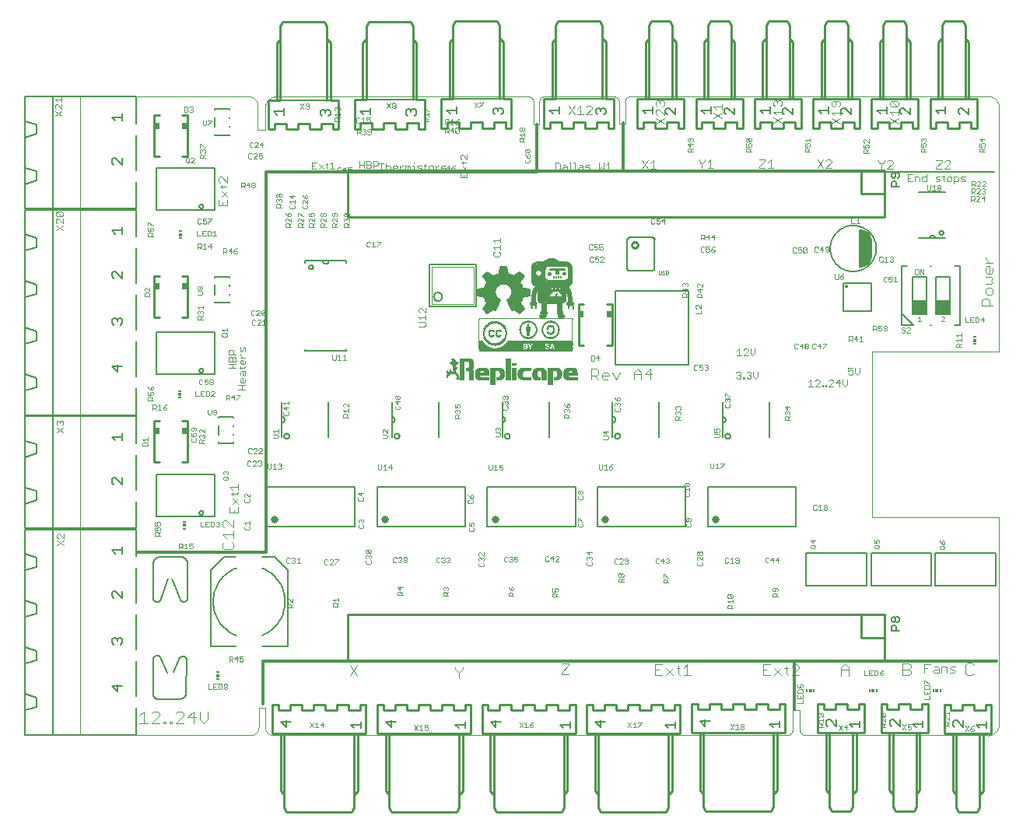
<source format=gto>
G75*
%MOIN*%
%OFA0B0*%
%FSLAX24Y24*%
%IPPOS*%
%LPD*%
%AMOC8*
5,1,8,0,0,1.08239X$1,22.5*
%
%ADD10C,0.0000*%
%ADD11C,0.0118*%
%ADD12C,0.0061*%
%ADD13C,0.0040*%
%ADD14C,0.0030*%
%ADD15R,0.4030X0.0010*%
%ADD16R,0.1910X0.0010*%
%ADD17R,0.0150X0.0010*%
%ADD18R,0.0660X0.0010*%
%ADD19R,0.0040X0.0010*%
%ADD20R,0.0110X0.0010*%
%ADD21R,0.0770X0.0010*%
%ADD22R,0.0640X0.0010*%
%ADD23R,0.0020X0.0010*%
%ADD24R,0.0100X0.0010*%
%ADD25R,0.0620X0.0010*%
%ADD26R,0.0090X0.0010*%
%ADD27R,0.0600X0.0010*%
%ADD28R,0.1110X0.0010*%
%ADD29R,0.0610X0.0010*%
%ADD30R,0.0010X0.0010*%
%ADD31R,0.0780X0.0010*%
%ADD32R,0.0550X0.0010*%
%ADD33R,0.1060X0.0010*%
%ADD34R,0.0080X0.0010*%
%ADD35R,0.0520X0.0010*%
%ADD36R,0.1030X0.0010*%
%ADD37R,0.0070X0.0010*%
%ADD38R,0.0060X0.0010*%
%ADD39R,0.0790X0.0010*%
%ADD40R,0.0490X0.0010*%
%ADD41R,0.1000X0.0010*%
%ADD42R,0.0460X0.0010*%
%ADD43R,0.0970X0.0010*%
%ADD44R,0.0440X0.0010*%
%ADD45R,0.0950X0.0010*%
%ADD46R,0.0800X0.0010*%
%ADD47R,0.0420X0.0010*%
%ADD48R,0.0930X0.0010*%
%ADD49R,0.0700X0.0010*%
%ADD50R,0.0030X0.0010*%
%ADD51R,0.0400X0.0010*%
%ADD52R,0.0910X0.0010*%
%ADD53R,0.0650X0.0010*%
%ADD54R,0.0390X0.0010*%
%ADD55R,0.0890X0.0010*%
%ADD56R,0.0050X0.0010*%
%ADD57R,0.0810X0.0010*%
%ADD58R,0.0370X0.0010*%
%ADD59R,0.0880X0.0010*%
%ADD60R,0.0360X0.0010*%
%ADD61R,0.0860X0.0010*%
%ADD62R,0.0590X0.0010*%
%ADD63R,0.0820X0.0010*%
%ADD64R,0.0340X0.0010*%
%ADD65R,0.0850X0.0010*%
%ADD66R,0.0580X0.0010*%
%ADD67R,0.0330X0.0010*%
%ADD68R,0.0840X0.0010*%
%ADD69R,0.0570X0.0010*%
%ADD70R,0.0160X0.0010*%
%ADD71R,0.0320X0.0010*%
%ADD72R,0.0220X0.0010*%
%ADD73R,0.0560X0.0010*%
%ADD74R,0.0830X0.0010*%
%ADD75R,0.0310X0.0010*%
%ADD76R,0.0300X0.0010*%
%ADD77R,0.0290X0.0010*%
%ADD78R,0.0280X0.0010*%
%ADD79R,0.0410X0.0010*%
%ADD80R,0.0270X0.0010*%
%ADD81R,0.0450X0.0010*%
%ADD82R,0.0260X0.0010*%
%ADD83R,0.0250X0.0010*%
%ADD84R,0.0760X0.0010*%
%ADD85R,0.0750X0.0010*%
%ADD86R,0.0140X0.0010*%
%ADD87R,0.0240X0.0010*%
%ADD88R,0.0210X0.0010*%
%ADD89R,0.2870X0.0010*%
%ADD90R,0.0230X0.0010*%
%ADD91R,0.0190X0.0010*%
%ADD92R,0.2860X0.0010*%
%ADD93R,0.0170X0.0010*%
%ADD94R,0.2850X0.0010*%
%ADD95R,0.2840X0.0010*%
%ADD96R,0.2830X0.0010*%
%ADD97R,0.0200X0.0010*%
%ADD98R,0.0130X0.0010*%
%ADD99R,0.2820X0.0010*%
%ADD100R,0.0180X0.0010*%
%ADD101R,0.0120X0.0010*%
%ADD102R,0.2810X0.0010*%
%ADD103R,0.2800X0.0010*%
%ADD104R,0.0380X0.0010*%
%ADD105R,0.0480X0.0010*%
%ADD106C,0.0060*%
%ADD107C,0.0316*%
%ADD108C,0.0020*%
%ADD109C,0.0050*%
%ADD110R,0.0059X0.0118*%
%ADD111R,0.0118X0.0118*%
%ADD112C,0.0080*%
%ADD113R,0.0118X0.0059*%
%ADD114C,0.0100*%
%ADD115C,0.0070*%
%ADD116R,0.1440X0.0080*%
%ADD117R,0.0060X0.0090*%
%ADD118R,0.0591X0.0591*%
%ADD119R,0.0197X0.0295*%
%ADD120C,0.0006*%
%ADD121C,0.0010*%
%ADD122C,0.0001*%
D10*
X002484Y003433D02*
X009806Y003433D01*
X009807Y003433D02*
X009841Y003436D01*
X009875Y003443D01*
X009909Y003454D01*
X009941Y003467D01*
X009971Y003484D01*
X010000Y003503D01*
X010027Y003525D01*
X010052Y003550D01*
X010073Y003577D01*
X010093Y003606D01*
X010109Y003637D01*
X010122Y003670D01*
X010132Y003703D01*
X010138Y003737D01*
X010142Y003772D01*
X010141Y003807D01*
X010141Y004614D01*
X010417Y004614D01*
X010417Y003846D01*
X010416Y003847D02*
X010415Y003809D01*
X010418Y003771D01*
X010424Y003734D01*
X010434Y003697D01*
X010448Y003662D01*
X010464Y003628D01*
X010485Y003596D01*
X010508Y003566D01*
X010534Y003539D01*
X010562Y003514D01*
X010593Y003492D01*
X010626Y003474D01*
X010660Y003458D01*
X010696Y003446D01*
X010733Y003438D01*
X010770Y003433D01*
X010771Y003433D02*
X032779Y003433D01*
X032808Y003436D01*
X032837Y003443D01*
X032865Y003453D01*
X032892Y003466D01*
X032917Y003482D01*
X032939Y003502D01*
X032960Y003523D01*
X032977Y003547D01*
X032991Y003573D01*
X033002Y003601D01*
X033010Y003630D01*
X033014Y003659D01*
X033015Y003689D01*
X033015Y004516D01*
X033330Y004516D01*
X033330Y003689D01*
X033331Y003659D01*
X033335Y003630D01*
X033343Y003601D01*
X033354Y003573D01*
X033368Y003547D01*
X033385Y003523D01*
X033406Y003502D01*
X033428Y003482D01*
X033453Y003466D01*
X033480Y003453D01*
X033508Y003443D01*
X033537Y003436D01*
X033566Y003433D01*
X041361Y003433D01*
X041402Y003432D01*
X041442Y003435D01*
X041482Y003441D01*
X041522Y003451D01*
X041560Y003464D01*
X041597Y003480D01*
X041632Y003500D01*
X041666Y003522D01*
X041698Y003548D01*
X041727Y003576D01*
X041753Y003606D01*
X041777Y003639D01*
X041798Y003674D01*
X041816Y003710D01*
X041831Y003748D01*
X041842Y003786D01*
X041850Y003826D01*
X041854Y003866D01*
X041854Y012783D01*
X036417Y012783D01*
X036417Y019870D01*
X041854Y019870D01*
X041854Y030402D01*
X041854Y030401D02*
X041849Y030441D01*
X041841Y030480D01*
X041829Y030519D01*
X041814Y030556D01*
X041796Y030592D01*
X041775Y030626D01*
X041751Y030658D01*
X041724Y030688D01*
X041695Y030715D01*
X041664Y030740D01*
X041630Y030762D01*
X041595Y030781D01*
X041558Y030796D01*
X041520Y030809D01*
X041481Y030818D01*
X041442Y030824D01*
X041402Y030826D01*
X041362Y030825D01*
X041361Y030825D02*
X026056Y030825D01*
X026028Y030820D01*
X026000Y030812D01*
X025973Y030800D01*
X025947Y030786D01*
X025924Y030768D01*
X025903Y030748D01*
X025885Y030725D01*
X025869Y030701D01*
X025856Y030674D01*
X025847Y030646D01*
X025841Y030618D01*
X025839Y030589D01*
X025840Y030559D01*
X025840Y029634D01*
X025584Y029634D01*
X025584Y030539D01*
X025585Y030570D01*
X025582Y030601D01*
X025575Y030631D01*
X025564Y030661D01*
X025550Y030688D01*
X025533Y030714D01*
X025513Y030738D01*
X025490Y030759D01*
X025465Y030777D01*
X025437Y030792D01*
X025408Y030803D01*
X025378Y030811D01*
X025348Y030815D01*
X022365Y030815D01*
X022366Y030815D02*
X022338Y030808D01*
X022310Y030798D01*
X022285Y030785D01*
X022261Y030769D01*
X022239Y030751D01*
X022219Y030729D01*
X022202Y030706D01*
X022189Y030681D01*
X022178Y030654D01*
X022171Y030626D01*
X022167Y030597D01*
X022166Y030568D01*
X022169Y030540D01*
X022169Y030539D02*
X022169Y029614D01*
X021913Y029614D01*
X021913Y030539D01*
X021912Y030540D02*
X021915Y030568D01*
X021914Y030597D01*
X021910Y030626D01*
X021903Y030654D01*
X021892Y030681D01*
X021879Y030706D01*
X021862Y030729D01*
X021842Y030751D01*
X021820Y030769D01*
X021796Y030785D01*
X021771Y030798D01*
X021743Y030808D01*
X021715Y030815D01*
X021716Y030815D02*
X010889Y030815D01*
X010848Y030813D01*
X010807Y030808D01*
X010767Y030799D01*
X010728Y030787D01*
X010690Y030771D01*
X010653Y030752D01*
X010618Y030730D01*
X010586Y030705D01*
X010555Y030677D01*
X010527Y030646D01*
X010502Y030614D01*
X010480Y030579D01*
X010461Y030542D01*
X010445Y030504D01*
X010433Y030465D01*
X010424Y030425D01*
X010419Y030384D01*
X010417Y030343D01*
X010417Y029398D01*
X010102Y029398D01*
X010102Y030343D01*
X010105Y030382D01*
X010104Y030421D01*
X010100Y030459D01*
X010093Y030498D01*
X010082Y030535D01*
X010067Y030571D01*
X010050Y030606D01*
X010029Y030639D01*
X010005Y030670D01*
X009978Y030698D01*
X009949Y030724D01*
X009918Y030747D01*
X009885Y030768D01*
X009850Y030785D01*
X009813Y030798D01*
X009776Y030809D01*
X009737Y030816D01*
X009737Y030815D02*
X002484Y030815D01*
X002484Y003433D01*
X018203Y018770D02*
X018199Y018778D01*
X018188Y018813D01*
X018186Y018850D01*
X018191Y018886D01*
X018204Y018920D01*
X018224Y018950D01*
X018250Y018976D01*
X018282Y018995D01*
X018316Y019007D01*
X018352Y019010D01*
X018403Y019003D01*
X018451Y018986D01*
X018494Y018959D01*
X018467Y018963D01*
X018415Y018965D01*
X018364Y018955D01*
X018317Y018935D01*
X018275Y018904D01*
X018242Y018865D01*
X018217Y018820D01*
X018203Y018770D01*
X018250Y018951D02*
X018305Y018987D01*
X018283Y018982D01*
X018260Y018984D01*
X018239Y018992D01*
X018220Y019006D01*
X018207Y019024D01*
X018199Y019046D01*
X018191Y019073D01*
X018202Y019050D01*
X018218Y019030D01*
X018238Y019015D01*
X018262Y019005D01*
X018287Y019000D01*
X018312Y019002D01*
X018337Y019010D01*
X018282Y018991D01*
X018301Y018991D01*
X018276Y018992D01*
X018252Y018999D01*
X018231Y019011D01*
X018213Y019029D01*
X018199Y019050D01*
X018191Y019073D01*
X018184Y019054D01*
X018183Y019033D01*
X018186Y019012D01*
X018194Y018993D01*
X018207Y018977D01*
X018223Y018963D01*
X018250Y018951D01*
X018329Y019010D02*
X018317Y019028D01*
X018309Y019048D01*
X018307Y019070D01*
X018309Y019091D01*
X018317Y019111D01*
X018329Y019129D01*
X018333Y019125D01*
X018345Y019090D01*
X018366Y019060D01*
X018393Y019036D01*
X018426Y019018D01*
X018461Y019010D01*
X018498Y019010D01*
X018534Y019018D01*
X018502Y018999D01*
X018455Y018995D01*
X018422Y019002D01*
X018392Y019017D01*
X018367Y019038D01*
X018347Y019065D01*
X018334Y019096D01*
X018329Y019129D01*
X018325Y019101D01*
X018331Y019072D01*
X018344Y019045D01*
X018363Y019022D01*
X018387Y019004D01*
X018415Y018992D01*
X018445Y018988D01*
X018474Y018991D01*
X018341Y019003D01*
X018329Y019010D01*
X018384Y019007D02*
X018482Y018959D01*
X018530Y018944D01*
X018612Y018920D01*
X018635Y018908D01*
X018654Y018890D01*
X018668Y018869D01*
X018676Y018844D01*
X018677Y018818D01*
X018672Y018793D01*
X018661Y018770D01*
X018644Y018751D01*
X018640Y018719D01*
X018667Y018735D01*
X018695Y018735D01*
X018702Y018733D01*
X018709Y018729D01*
X018713Y018723D01*
X018715Y018715D01*
X018715Y018723D01*
X018714Y018732D01*
X018710Y018741D01*
X018704Y018748D01*
X018696Y018753D01*
X018687Y018755D01*
X018683Y018766D01*
X018691Y018825D01*
X018688Y018854D01*
X018680Y018882D01*
X018666Y018908D01*
X018646Y018930D01*
X018623Y018947D01*
X018597Y018959D01*
X018581Y018995D01*
X018490Y019007D01*
X018384Y019007D01*
X018494Y019007D02*
X018498Y019007D01*
X018569Y018963D01*
X018577Y018995D01*
X018541Y019046D01*
X018525Y019096D01*
X018518Y019149D01*
X018522Y019202D01*
X018537Y019253D01*
X018560Y019301D01*
X018593Y019343D01*
X018633Y019378D01*
X018679Y019404D01*
X018632Y019392D01*
X018601Y019380D01*
X018573Y019361D01*
X018551Y019336D01*
X018535Y019307D01*
X018526Y019274D01*
X018498Y019357D01*
X018451Y019294D01*
X018471Y019105D01*
X018498Y019007D01*
X018474Y019081D01*
X018453Y019177D01*
X018447Y019274D01*
X018443Y019301D01*
X018433Y019327D01*
X018418Y019350D01*
X018398Y019368D01*
X018374Y019382D01*
X018348Y019390D01*
X018321Y019392D01*
X018333Y019412D01*
X018349Y019408D01*
X018423Y019365D01*
X018441Y019332D01*
X018453Y019297D01*
X018459Y019260D01*
X018459Y019223D01*
X018474Y019116D01*
X018498Y019010D01*
X018498Y019009D01*
X018497Y019007D01*
X018496Y019007D01*
X018494Y019007D01*
X018534Y019046D02*
X018557Y019018D01*
X018565Y018987D01*
X018556Y019026D01*
X018555Y019066D01*
X018562Y019106D01*
X018578Y019143D01*
X018600Y019176D01*
X018612Y019196D01*
X018624Y019231D01*
X018578Y019200D01*
X018539Y019160D01*
X018510Y019113D01*
X018534Y019046D01*
X018522Y019097D02*
X018534Y019105D01*
X018522Y019129D01*
X018529Y019153D01*
X018541Y019175D01*
X018558Y019194D01*
X018578Y019209D01*
X018600Y019219D01*
X018624Y019231D01*
X018595Y019229D01*
X018567Y019219D01*
X018544Y019202D01*
X018525Y019179D01*
X018514Y019152D01*
X018522Y019097D01*
X018518Y018955D02*
X018554Y018951D01*
X018587Y018938D01*
X018617Y018917D01*
X018641Y018890D01*
X018657Y018857D01*
X018664Y018822D01*
X018663Y018786D01*
X018644Y018735D01*
X018643Y018728D01*
X018639Y018721D01*
X018634Y018716D01*
X018627Y018712D01*
X018620Y018711D01*
X018604Y018711D01*
X018622Y018745D01*
X018630Y018782D01*
X018630Y018820D01*
X018619Y018856D01*
X018600Y018889D01*
X018574Y018916D01*
X018541Y018936D01*
X018518Y018955D01*
X018498Y019274D02*
X018486Y019388D01*
X018496Y019412D01*
X018510Y019433D01*
X018530Y019449D01*
X018552Y019461D01*
X018577Y019466D01*
X018603Y019465D01*
X018627Y019458D01*
X018649Y019446D01*
X018667Y019428D01*
X018679Y019404D01*
X018644Y019404D01*
X018611Y019395D01*
X018580Y019380D01*
X018553Y019357D01*
X018532Y019330D01*
X018518Y019298D01*
X018498Y019274D01*
X018467Y019306D02*
X018481Y019325D01*
X018490Y019348D01*
X018493Y019372D01*
X018488Y019396D01*
X018478Y019417D01*
X018462Y019436D01*
X018442Y019449D01*
X018418Y019456D01*
X018394Y019457D01*
X018371Y019451D01*
X018350Y019439D01*
X018333Y019421D01*
X018321Y019400D01*
X018321Y019398D01*
X018321Y019396D01*
X018349Y019400D01*
X018370Y019404D01*
X018392Y019403D01*
X018413Y019396D01*
X018431Y019383D01*
X018446Y019367D01*
X018456Y019347D01*
X018460Y019325D01*
X018458Y019303D01*
X018451Y019282D01*
X018467Y019306D01*
X018494Y019384D02*
X018447Y019444D01*
X018443Y019479D01*
X018435Y019514D01*
X018419Y019546D01*
X018396Y019573D01*
X018423Y019570D01*
X018451Y019560D01*
X018476Y019544D01*
X018496Y019522D01*
X018510Y019497D01*
X018517Y019468D01*
X018516Y019439D01*
X018509Y019410D01*
X018494Y019384D01*
X018534Y019420D02*
X018534Y019440D01*
X018530Y019469D01*
X018520Y019497D01*
X018504Y019522D01*
X018483Y019543D01*
X018457Y019558D01*
X018429Y019567D01*
X018400Y019570D01*
X018404Y019573D01*
X018423Y019577D01*
X018450Y019579D01*
X018477Y019574D01*
X018501Y019563D01*
X018521Y019545D01*
X018537Y019523D01*
X018546Y019498D01*
X018549Y019471D01*
X018544Y019445D01*
X018534Y019420D01*
X018742Y019577D02*
X019163Y019577D01*
X019199Y019573D01*
X019234Y019561D01*
X019264Y019542D01*
X019290Y019517D01*
X019309Y019486D01*
X019321Y019452D01*
X019325Y019416D01*
X019325Y019243D01*
X019326Y019221D01*
X019322Y019199D01*
X019312Y019180D01*
X019297Y019163D01*
X019279Y019151D01*
X019258Y019144D01*
X019258Y019117D01*
X019259Y019114D01*
X019260Y019111D01*
X019263Y019109D01*
X019266Y019109D01*
X019288Y019100D01*
X019308Y019085D01*
X019322Y019065D01*
X019331Y019043D01*
X019333Y019018D01*
X019333Y018692D01*
X019156Y018692D01*
X019156Y019022D01*
X019154Y019038D01*
X019148Y019052D01*
X019138Y019064D01*
X019126Y019073D01*
X019112Y019079D01*
X019097Y019081D01*
X019018Y019081D01*
X019018Y019184D01*
X019097Y019184D01*
X019111Y019186D01*
X019124Y019191D01*
X019136Y019200D01*
X019144Y019211D01*
X019150Y019225D01*
X019152Y019239D01*
X019152Y019420D01*
X019149Y019440D01*
X019141Y019459D01*
X019129Y019476D01*
X019112Y019488D01*
X019093Y019496D01*
X019073Y019499D01*
X018935Y019499D01*
X018935Y018696D01*
X018935Y018694D01*
X018933Y018692D01*
X018931Y018692D01*
X018746Y018692D01*
X018744Y018692D01*
X018743Y018694D01*
X018742Y018696D01*
X018742Y019577D01*
X019458Y019104D02*
X019492Y019137D01*
X019532Y019163D01*
X019577Y019178D01*
X019624Y019184D01*
X019825Y019184D01*
X019860Y019180D01*
X019893Y019168D01*
X019923Y019149D01*
X019948Y019124D01*
X019967Y019095D01*
X019978Y019061D01*
X019982Y019026D01*
X019982Y018991D01*
X019998Y018991D01*
X019998Y018971D01*
X019805Y018971D01*
X019805Y018999D01*
X019802Y019022D01*
X019793Y019044D01*
X019779Y019063D01*
X019760Y019077D01*
X019738Y019086D01*
X019715Y019089D01*
X019679Y019089D01*
X019659Y019087D01*
X019640Y019079D01*
X019624Y019066D01*
X019611Y019050D01*
X019603Y019031D01*
X019600Y019010D01*
X019600Y018971D01*
X019411Y018971D01*
X019417Y019018D01*
X019433Y019063D01*
X019458Y019104D01*
X019411Y018971D02*
X019411Y018967D01*
X019411Y018857D01*
X019416Y018820D01*
X019428Y018785D01*
X019448Y018754D01*
X019474Y018728D01*
X019505Y018708D01*
X019540Y018696D01*
X019577Y018692D01*
X020002Y018692D01*
X020002Y018770D01*
X019707Y018770D01*
X019680Y018773D01*
X019656Y018782D01*
X019633Y018796D01*
X019614Y018815D01*
X019600Y018837D01*
X019592Y018862D01*
X019589Y018888D01*
X020002Y018888D01*
X020002Y018971D01*
X019411Y018971D01*
X020061Y019188D02*
X020061Y018495D01*
X020254Y018495D01*
X020254Y019085D01*
X020360Y019085D01*
X020390Y019081D01*
X020417Y019070D01*
X020441Y019052D01*
X020459Y019028D01*
X020471Y019001D01*
X020474Y018971D01*
X020474Y018869D01*
X020471Y018844D01*
X020462Y018821D01*
X020447Y018802D01*
X020427Y018787D01*
X020404Y018777D01*
X020380Y018774D01*
X020337Y018774D01*
X020337Y018688D01*
X020443Y018688D01*
X020489Y018693D01*
X020534Y018708D01*
X020573Y018733D01*
X020606Y018766D01*
X020631Y018806D01*
X020646Y018850D01*
X020652Y018896D01*
X020652Y018975D01*
X020646Y019022D01*
X020631Y019067D01*
X020605Y019108D01*
X020572Y019141D01*
X020531Y019167D01*
X020486Y019182D01*
X020439Y019188D01*
X020061Y019188D01*
X020730Y019589D02*
X020730Y018692D01*
X020908Y018692D01*
X020908Y019589D01*
X020730Y019589D01*
X020982Y019384D02*
X020982Y019306D01*
X021163Y019306D01*
X021163Y019384D01*
X020982Y019384D01*
X020990Y019188D02*
X020990Y018692D01*
X021163Y018692D01*
X021163Y019188D01*
X020990Y019188D01*
X021259Y019066D02*
X021243Y019021D01*
X021238Y018975D01*
X021238Y018908D01*
X021244Y018861D01*
X021259Y018816D01*
X021285Y018776D01*
X021318Y018742D01*
X021359Y018717D01*
X021404Y018701D01*
X021451Y018696D01*
X021789Y018696D01*
X021789Y018770D01*
X021545Y018770D01*
X021517Y018773D01*
X021491Y018783D01*
X021467Y018798D01*
X021447Y018818D01*
X021432Y018842D01*
X021423Y018868D01*
X021419Y018896D01*
X021419Y018959D01*
X021423Y018988D01*
X021432Y019016D01*
X021448Y019040D01*
X021468Y019061D01*
X021493Y019076D01*
X021520Y019086D01*
X021549Y019089D01*
X021789Y019089D01*
X021789Y019184D01*
X021447Y019184D01*
X021400Y019178D01*
X021356Y019163D01*
X021317Y019138D01*
X021284Y019105D01*
X021259Y019066D01*
X021873Y018994D02*
X021886Y019039D01*
X021909Y019081D01*
X021939Y019117D01*
X021975Y019147D01*
X022016Y019169D01*
X022061Y019183D01*
X022108Y019188D01*
X022215Y019188D01*
X022263Y019183D01*
X022310Y019169D01*
X022352Y019146D01*
X022390Y019115D01*
X022421Y019077D01*
X022444Y019035D01*
X022458Y018988D01*
X022463Y018940D01*
X022459Y018940D01*
X022459Y018692D01*
X022266Y018692D01*
X022266Y018971D01*
X022262Y019001D01*
X022251Y019028D01*
X022232Y019052D01*
X022209Y019070D01*
X022181Y019081D01*
X022152Y019085D01*
X022132Y019085D01*
X022111Y019082D01*
X022091Y019074D01*
X022074Y019061D01*
X022060Y019044D01*
X022052Y019024D01*
X022049Y019003D01*
X022049Y018908D01*
X022053Y018877D01*
X022063Y018848D01*
X022079Y018822D01*
X022101Y018800D01*
X022127Y018784D01*
X022156Y018774D01*
X022187Y018770D01*
X022187Y018692D01*
X022014Y018692D01*
X021981Y018695D01*
X021951Y018706D01*
X021923Y018723D01*
X021900Y018746D01*
X021883Y018774D01*
X021872Y018805D01*
X021868Y018837D01*
X021868Y018947D01*
X021873Y018994D01*
X022518Y019188D02*
X022518Y018495D01*
X022711Y018495D01*
X022711Y019085D01*
X022817Y019085D01*
X022847Y019081D01*
X022874Y019070D01*
X022898Y019052D01*
X022916Y019028D01*
X022927Y019001D01*
X022931Y018971D01*
X022931Y018869D01*
X022928Y018844D01*
X022919Y018821D01*
X022904Y018802D01*
X022884Y018787D01*
X022861Y018777D01*
X022837Y018774D01*
X022793Y018774D01*
X022793Y018688D01*
X022900Y018688D01*
X022946Y018693D01*
X022990Y018708D01*
X023030Y018733D01*
X023063Y018766D01*
X023088Y018806D01*
X023103Y018850D01*
X023108Y018896D01*
X023108Y018975D01*
X023103Y019022D01*
X023087Y019067D01*
X023062Y019108D01*
X023028Y019141D01*
X022988Y019167D01*
X022943Y019182D01*
X022896Y019188D01*
X022518Y019188D01*
X023200Y019018D02*
X023216Y019063D01*
X023241Y019104D01*
X023275Y019137D01*
X023315Y019163D01*
X023360Y019178D01*
X023408Y019184D01*
X023608Y019184D01*
X023643Y019180D01*
X023677Y019168D01*
X023707Y019149D01*
X023731Y019124D01*
X023750Y019095D01*
X023762Y019061D01*
X023766Y019026D01*
X023766Y018991D01*
X023782Y018991D01*
X023782Y018971D01*
X023589Y018971D01*
X023589Y018999D01*
X023586Y019022D01*
X023577Y019044D01*
X023562Y019063D01*
X023543Y019077D01*
X023522Y019086D01*
X023498Y019089D01*
X023463Y019089D01*
X023442Y019087D01*
X023423Y019079D01*
X023407Y019066D01*
X023394Y019050D01*
X023387Y019031D01*
X023384Y019010D01*
X023384Y018971D01*
X023195Y018971D01*
X023200Y019018D01*
X023195Y018971D02*
X023195Y018967D01*
X023195Y018857D01*
X023199Y018820D01*
X023211Y018785D01*
X023231Y018754D01*
X023257Y018728D01*
X023289Y018708D01*
X023324Y018696D01*
X023360Y018692D01*
X023786Y018692D01*
X023786Y018770D01*
X023490Y018770D01*
X023464Y018773D01*
X023439Y018782D01*
X023417Y018796D01*
X023398Y018815D01*
X023384Y018837D01*
X023375Y018862D01*
X023372Y018888D01*
X023786Y018888D01*
X023786Y018971D01*
X023195Y018971D01*
D11*
X022040Y027567D02*
X022050Y029604D01*
X022040Y027567D02*
X010446Y027596D01*
X010446Y011297D01*
X004915Y011297D01*
X010318Y006602D02*
X033074Y006622D01*
X033074Y004565D01*
X033133Y006622D02*
X041765Y006622D01*
X025741Y027636D02*
X025741Y029673D01*
X010318Y006602D02*
X010318Y004772D01*
D12*
X022040Y027567D02*
X041657Y027567D01*
D13*
X037551Y029648D02*
X037191Y029888D01*
X037311Y030016D02*
X037191Y030136D01*
X037551Y030136D01*
X037551Y030016D02*
X037551Y030256D01*
X037491Y030385D02*
X037251Y030625D01*
X037491Y030625D01*
X037551Y030565D01*
X037551Y030445D01*
X037491Y030385D01*
X037251Y030385D01*
X037191Y030445D01*
X037191Y030565D01*
X037251Y030625D01*
X037551Y029888D02*
X037191Y029648D01*
X035041Y029638D02*
X034681Y029878D01*
X034801Y030006D02*
X034681Y030126D01*
X035041Y030126D01*
X035041Y030006D02*
X035041Y030247D01*
X034981Y030375D02*
X035041Y030435D01*
X035041Y030555D01*
X034981Y030615D01*
X034741Y030615D01*
X034681Y030555D01*
X034681Y030435D01*
X034741Y030375D01*
X034801Y030375D01*
X034861Y030435D01*
X034861Y030615D01*
X035041Y029878D02*
X034681Y029638D01*
X032551Y029668D02*
X032191Y029908D01*
X032311Y030036D02*
X032191Y030156D01*
X032551Y030156D01*
X032551Y030036D02*
X032551Y030276D01*
X032491Y030404D02*
X032551Y030464D01*
X032551Y030584D01*
X032491Y030644D01*
X032431Y030644D01*
X032371Y030584D01*
X032371Y030524D01*
X032371Y030584D02*
X032311Y030644D01*
X032251Y030644D01*
X032191Y030584D01*
X032191Y030464D01*
X032251Y030404D01*
X032551Y029908D02*
X032191Y029668D01*
X029982Y029884D02*
X029622Y030124D01*
X029742Y030252D02*
X029622Y030373D01*
X029982Y030373D01*
X029982Y030493D02*
X029982Y030252D01*
X029982Y030124D02*
X029622Y029884D01*
X027513Y029898D02*
X027152Y029658D01*
X027152Y029898D02*
X027513Y029658D01*
X027513Y030026D02*
X027273Y030266D01*
X027213Y030266D01*
X027152Y030206D01*
X027152Y030086D01*
X027213Y030026D01*
X027513Y030026D02*
X027513Y030266D01*
X027453Y030394D02*
X027513Y030454D01*
X027513Y030575D01*
X027453Y030635D01*
X027393Y030635D01*
X027333Y030575D01*
X027333Y030514D01*
X027333Y030575D02*
X027273Y030635D01*
X027213Y030635D01*
X027152Y030575D01*
X027152Y030454D01*
X027213Y030394D01*
X024411Y030358D02*
X024351Y030419D01*
X024231Y030419D01*
X024171Y030358D01*
X024411Y030358D02*
X024411Y030298D01*
X024171Y030058D01*
X024411Y030058D01*
X024043Y030058D02*
X023803Y030058D01*
X023923Y030058D02*
X023923Y030419D01*
X023803Y030298D01*
X023675Y030419D02*
X023435Y030058D01*
X023675Y030058D02*
X023435Y030419D01*
X024385Y019147D02*
X024615Y019147D01*
X024691Y019070D01*
X024691Y018916D01*
X024615Y018840D01*
X024385Y018840D01*
X024538Y018840D02*
X024691Y018686D01*
X024845Y018763D02*
X024845Y018916D01*
X024922Y018993D01*
X025075Y018993D01*
X025152Y018916D01*
X025152Y018840D01*
X024845Y018840D01*
X024845Y018763D02*
X024922Y018686D01*
X025075Y018686D01*
X025305Y018993D02*
X025459Y018686D01*
X025612Y018993D01*
X026226Y018993D02*
X026226Y018686D01*
X026226Y018916D02*
X026533Y018916D01*
X026533Y018993D02*
X026533Y018686D01*
X026687Y018916D02*
X026993Y018916D01*
X026917Y018686D02*
X026917Y019147D01*
X026687Y018916D01*
X026533Y018993D02*
X026380Y019147D01*
X026226Y018993D01*
X024385Y019147D02*
X024385Y018686D01*
X023421Y006512D02*
X023421Y006435D01*
X023114Y006128D01*
X023114Y006051D01*
X023421Y006051D01*
X023421Y006512D02*
X023114Y006512D01*
X027120Y006482D02*
X027120Y006022D01*
X027427Y006022D01*
X027580Y006022D02*
X027887Y006329D01*
X028040Y006329D02*
X028194Y006329D01*
X028117Y006406D02*
X028117Y006099D01*
X028194Y006022D01*
X028347Y006022D02*
X028654Y006022D01*
X028501Y006022D02*
X028501Y006482D01*
X028347Y006329D01*
X027887Y006022D02*
X027580Y006329D01*
X027427Y006482D02*
X027120Y006482D01*
X027120Y006252D02*
X027273Y006252D01*
X031746Y006242D02*
X031899Y006242D01*
X031746Y006012D02*
X031746Y006473D01*
X032053Y006473D01*
X032206Y006319D02*
X032513Y006012D01*
X032743Y006089D02*
X032820Y006012D01*
X032743Y006089D02*
X032743Y006396D01*
X032666Y006319D02*
X032820Y006319D01*
X032973Y006396D02*
X033050Y006473D01*
X033204Y006473D01*
X033280Y006396D01*
X033280Y006319D01*
X032973Y006012D01*
X033280Y006012D01*
X032513Y006319D02*
X032206Y006012D01*
X032053Y006012D02*
X031746Y006012D01*
X035092Y005992D02*
X035092Y006339D01*
X035266Y006513D01*
X035439Y006339D01*
X035439Y005992D01*
X035439Y006253D02*
X035092Y006253D01*
X037730Y006263D02*
X037990Y006263D01*
X038077Y006176D01*
X038077Y006089D01*
X037990Y006002D01*
X037730Y006002D01*
X037730Y006523D01*
X037990Y006523D01*
X038077Y006436D01*
X038077Y006349D01*
X037990Y006263D01*
X040427Y006099D02*
X040514Y006012D01*
X040687Y006012D01*
X040774Y006099D01*
X040774Y006446D02*
X040687Y006533D01*
X040514Y006533D01*
X040427Y006446D01*
X040427Y006099D01*
X041137Y021849D02*
X041137Y022079D01*
X041214Y022156D01*
X041367Y022156D01*
X041444Y022079D01*
X041444Y021849D01*
X041597Y021849D02*
X041137Y021849D01*
X041367Y022309D02*
X041521Y022309D01*
X041597Y022386D01*
X041597Y022539D01*
X041521Y022616D01*
X041367Y022616D01*
X041290Y022539D01*
X041290Y022386D01*
X041367Y022309D01*
X041290Y022770D02*
X041521Y022770D01*
X041597Y022846D01*
X041521Y022923D01*
X041597Y023000D01*
X041521Y023076D01*
X041290Y023076D01*
X041367Y023230D02*
X041290Y023307D01*
X041290Y023460D01*
X041367Y023537D01*
X041444Y023537D01*
X041444Y023230D01*
X041521Y023230D02*
X041367Y023230D01*
X041521Y023230D02*
X041597Y023307D01*
X041597Y023460D01*
X041597Y023690D02*
X041290Y023690D01*
X041290Y023844D02*
X041290Y023921D01*
X041290Y023844D02*
X041444Y023690D01*
X018873Y006354D02*
X018873Y006278D01*
X018720Y006124D01*
X018720Y005894D01*
X018720Y006124D02*
X018567Y006278D01*
X018567Y006354D01*
X014366Y006443D02*
X014059Y005983D01*
X014366Y005983D02*
X014059Y006443D01*
X007959Y004465D02*
X007959Y004118D01*
X007785Y003944D01*
X007612Y004118D01*
X007612Y004465D01*
X007356Y004465D02*
X007096Y004204D01*
X007443Y004204D01*
X007356Y003944D02*
X007356Y004465D01*
X006927Y004378D02*
X006841Y004465D01*
X006667Y004465D01*
X006580Y004378D01*
X006927Y004378D02*
X006927Y004291D01*
X006580Y003944D01*
X006927Y003944D01*
X006409Y003944D02*
X006322Y003944D01*
X006322Y004031D01*
X006409Y004031D01*
X006409Y003944D01*
X006151Y003944D02*
X006065Y003944D01*
X006065Y004031D01*
X006151Y004031D01*
X006151Y003944D01*
X005896Y003944D02*
X005549Y003944D01*
X005896Y004291D01*
X005896Y004378D01*
X005809Y004465D01*
X005636Y004465D01*
X005549Y004378D01*
X005207Y004465D02*
X005207Y003944D01*
X005380Y003944D02*
X005033Y003944D01*
X005033Y004291D02*
X005207Y004465D01*
X008672Y011420D02*
X008979Y011420D01*
X009056Y011496D01*
X009056Y011650D01*
X008979Y011727D01*
X009056Y011880D02*
X009056Y012187D01*
X009056Y012340D02*
X008749Y012647D01*
X008672Y012647D01*
X008596Y012571D01*
X008596Y012417D01*
X008672Y012340D01*
X008596Y012033D02*
X009056Y012033D01*
X009056Y012340D02*
X009056Y012647D01*
X008596Y012033D02*
X008749Y011880D01*
X008672Y011727D02*
X008596Y011650D01*
X008596Y011496D01*
X008672Y011420D01*
D14*
X008899Y012976D02*
X009270Y012976D01*
X009270Y013223D01*
X009270Y013344D02*
X009023Y013591D01*
X009023Y013712D02*
X009023Y013836D01*
X008961Y013774D02*
X009208Y013774D01*
X009270Y013836D01*
X009270Y013958D02*
X009270Y014205D01*
X009270Y014081D02*
X008899Y014081D01*
X009023Y013958D01*
X009270Y013591D02*
X009023Y013344D01*
X008899Y013223D02*
X008899Y012976D01*
X009085Y012976D02*
X009085Y013099D01*
X009270Y018255D02*
X009560Y018255D01*
X009415Y018255D02*
X009415Y018449D01*
X009415Y018550D02*
X009367Y018598D01*
X009367Y018695D01*
X009415Y018743D01*
X009463Y018743D01*
X009463Y018550D01*
X009415Y018550D02*
X009512Y018550D01*
X009560Y018598D01*
X009560Y018695D01*
X009512Y018845D02*
X009463Y018893D01*
X009463Y019038D01*
X009415Y019038D02*
X009560Y019038D01*
X009560Y018893D01*
X009512Y018845D01*
X009367Y018893D02*
X009367Y018990D01*
X009415Y019038D01*
X009367Y019139D02*
X009367Y019236D01*
X009318Y019188D02*
X009512Y019188D01*
X009560Y019236D01*
X009512Y019336D02*
X009415Y019336D01*
X009367Y019384D01*
X009367Y019481D01*
X009415Y019529D01*
X009463Y019529D01*
X009463Y019336D01*
X009512Y019336D02*
X009560Y019384D01*
X009560Y019481D01*
X009560Y019630D02*
X009367Y019630D01*
X009463Y019630D02*
X009367Y019727D01*
X009367Y019775D01*
X009415Y019876D02*
X009367Y019924D01*
X009367Y020069D01*
X009463Y020021D02*
X009463Y019924D01*
X009415Y019876D01*
X009560Y019876D02*
X009560Y020021D01*
X009512Y020069D01*
X009463Y020021D01*
X009152Y019756D02*
X008861Y019756D01*
X008861Y019901D01*
X008910Y019949D01*
X009006Y019949D01*
X009055Y019901D01*
X009055Y019756D01*
X009055Y019655D02*
X009103Y019655D01*
X009152Y019606D01*
X009152Y019461D01*
X008861Y019461D01*
X008861Y019606D01*
X008910Y019655D01*
X008958Y019655D01*
X009006Y019606D01*
X009006Y019461D01*
X009006Y019360D02*
X009006Y019167D01*
X008861Y019167D02*
X009152Y019167D01*
X009152Y019360D02*
X008861Y019360D01*
X009006Y019606D02*
X009055Y019655D01*
X009270Y018449D02*
X009560Y018449D01*
X017004Y020963D02*
X017246Y020963D01*
X017295Y021011D01*
X017295Y021108D01*
X017246Y021156D01*
X017004Y021156D01*
X017101Y021258D02*
X017004Y021354D01*
X017295Y021354D01*
X017295Y021258D02*
X017295Y021451D01*
X017295Y021552D02*
X017101Y021746D01*
X017053Y021746D01*
X017004Y021697D01*
X017004Y021601D01*
X017053Y021552D01*
X017295Y021552D02*
X017295Y021746D01*
X020196Y024004D02*
X020244Y023956D01*
X020438Y023956D01*
X020486Y024004D01*
X020486Y024101D01*
X020438Y024149D01*
X020486Y024251D02*
X020486Y024444D01*
X020486Y024347D02*
X020196Y024347D01*
X020293Y024251D01*
X020244Y024149D02*
X020196Y024101D01*
X020196Y024004D01*
X020293Y024545D02*
X020196Y024642D01*
X020486Y024642D01*
X020486Y024545D02*
X020486Y024739D01*
X019068Y027338D02*
X018778Y027338D01*
X018778Y027532D01*
X018875Y027633D02*
X019068Y027826D01*
X019020Y027976D02*
X019068Y028024D01*
X019020Y027976D02*
X018826Y027976D01*
X018875Y028024D02*
X018875Y027927D01*
X018875Y027826D02*
X019068Y027633D01*
X019068Y027532D02*
X019068Y027338D01*
X018923Y027338D02*
X018923Y027435D01*
X018826Y028124D02*
X018778Y028172D01*
X018778Y028269D01*
X018826Y028317D01*
X018875Y028317D01*
X019068Y028124D01*
X019068Y028317D01*
X018149Y027854D02*
X018004Y027854D01*
X017956Y027806D01*
X018004Y027757D01*
X018101Y027757D01*
X018149Y027709D01*
X018101Y027661D01*
X017956Y027661D01*
X017855Y027854D02*
X017807Y027854D01*
X017710Y027757D01*
X017710Y027661D02*
X017710Y027854D01*
X017609Y027806D02*
X017560Y027854D01*
X017464Y027854D01*
X017415Y027806D01*
X017415Y027709D01*
X017464Y027661D01*
X017560Y027661D01*
X017609Y027709D01*
X017609Y027806D01*
X017316Y027854D02*
X017219Y027854D01*
X017267Y027903D02*
X017267Y027709D01*
X017316Y027661D01*
X017118Y027709D02*
X017069Y027757D01*
X016973Y027757D01*
X016924Y027806D01*
X016973Y027854D01*
X017118Y027854D01*
X017118Y027709D02*
X017069Y027661D01*
X016924Y027661D01*
X016825Y027661D02*
X016728Y027661D01*
X016776Y027661D02*
X016776Y027854D01*
X016728Y027854D01*
X016776Y027951D02*
X016776Y027999D01*
X016627Y027806D02*
X016627Y027661D01*
X016530Y027661D02*
X016530Y027806D01*
X016578Y027854D01*
X016627Y027806D01*
X016530Y027806D02*
X016482Y027854D01*
X016433Y027854D01*
X016433Y027661D01*
X016333Y027854D02*
X016284Y027854D01*
X016188Y027757D01*
X016188Y027661D02*
X016188Y027854D01*
X016086Y027806D02*
X016086Y027757D01*
X015893Y027757D01*
X015893Y027709D02*
X015893Y027806D01*
X015941Y027854D01*
X016038Y027854D01*
X016086Y027806D01*
X016038Y027661D02*
X015941Y027661D01*
X015893Y027709D01*
X015792Y027661D02*
X015792Y027806D01*
X015743Y027854D01*
X015647Y027854D01*
X015598Y027806D01*
X015598Y027951D02*
X015598Y027661D01*
X015400Y027661D02*
X015400Y027951D01*
X015304Y027951D02*
X015497Y027951D01*
X015242Y027986D02*
X015242Y027889D01*
X015194Y027841D01*
X015048Y027841D01*
X015048Y027744D02*
X015048Y028034D01*
X015194Y028034D01*
X015242Y027986D01*
X014947Y027986D02*
X014947Y027938D01*
X014899Y027889D01*
X014754Y027889D01*
X014653Y027889D02*
X014459Y027889D01*
X014459Y027744D02*
X014459Y028034D01*
X014653Y028034D02*
X014653Y027744D01*
X014754Y027744D02*
X014899Y027744D01*
X014947Y027793D01*
X014947Y027841D01*
X014899Y027889D01*
X014947Y027986D02*
X014899Y028034D01*
X014754Y028034D01*
X014754Y027744D01*
X013398Y027708D02*
X013204Y027708D01*
X013301Y027708D02*
X013301Y027998D01*
X013204Y027901D01*
X013104Y027901D02*
X013008Y027901D01*
X013056Y027950D02*
X013056Y027756D01*
X013104Y027708D01*
X012906Y027708D02*
X012713Y027901D01*
X012612Y027998D02*
X012418Y027998D01*
X012418Y027708D01*
X012612Y027708D01*
X012713Y027708D02*
X012906Y027901D01*
X012515Y027853D02*
X012418Y027853D01*
X008787Y027374D02*
X008787Y027127D01*
X008541Y027374D01*
X008479Y027374D01*
X008417Y027312D01*
X008417Y027189D01*
X008479Y027127D01*
X008541Y027005D02*
X008541Y026882D01*
X008479Y026943D02*
X008726Y026943D01*
X008787Y027005D01*
X008787Y026760D02*
X008541Y026513D01*
X008417Y026392D02*
X008417Y026145D01*
X008787Y026145D01*
X008787Y026392D01*
X008787Y026513D02*
X008541Y026760D01*
X008602Y026268D02*
X008602Y026145D01*
X001742Y025826D02*
X001742Y025729D01*
X001694Y025681D01*
X001500Y025874D01*
X001694Y025874D01*
X001742Y025826D01*
X001694Y025681D02*
X001500Y025681D01*
X001452Y025729D01*
X001452Y025826D01*
X001500Y025874D01*
X001500Y025580D02*
X001452Y025531D01*
X001452Y025434D01*
X001500Y025386D01*
X001452Y025285D02*
X001742Y025091D01*
X001742Y025285D02*
X001452Y025091D01*
X001742Y025386D02*
X001549Y025580D01*
X001500Y025580D01*
X001742Y025580D02*
X001742Y025386D01*
X001703Y029985D02*
X001413Y030179D01*
X001461Y030280D02*
X001413Y030328D01*
X001413Y030425D01*
X001461Y030473D01*
X001509Y030473D01*
X001703Y030280D01*
X001703Y030473D01*
X001703Y030574D02*
X001703Y030768D01*
X001703Y030671D02*
X001413Y030671D01*
X001509Y030574D01*
X001703Y030179D02*
X001413Y029985D01*
X001521Y016908D02*
X001569Y016908D01*
X001618Y016860D01*
X001666Y016908D01*
X001715Y016908D01*
X001763Y016860D01*
X001763Y016763D01*
X001715Y016715D01*
X001763Y016614D02*
X001473Y016420D01*
X001473Y016614D02*
X001763Y016420D01*
X001521Y016715D02*
X001473Y016763D01*
X001473Y016860D01*
X001521Y016908D01*
X001618Y016860D02*
X001618Y016812D01*
X001588Y012076D02*
X001540Y012076D01*
X001491Y012027D01*
X001491Y011930D01*
X001540Y011882D01*
X001491Y011781D02*
X001782Y011587D01*
X001782Y011781D02*
X001491Y011587D01*
X001782Y011882D02*
X001588Y012076D01*
X001782Y012076D02*
X001782Y011882D01*
X022853Y027680D02*
X022998Y027680D01*
X023046Y027729D01*
X023046Y027922D01*
X022998Y027971D01*
X022853Y027971D01*
X022853Y027680D01*
X023148Y027729D02*
X023196Y027777D01*
X023341Y027777D01*
X023341Y027825D02*
X023341Y027680D01*
X023196Y027680D01*
X023148Y027729D01*
X023196Y027874D02*
X023293Y027874D01*
X023341Y027825D01*
X023442Y027680D02*
X023539Y027680D01*
X023491Y027680D02*
X023491Y027971D01*
X023442Y027971D01*
X023639Y027971D02*
X023687Y027971D01*
X023687Y027680D01*
X023639Y027680D02*
X023735Y027680D01*
X023835Y027729D02*
X023883Y027680D01*
X024029Y027680D01*
X024029Y027825D01*
X023980Y027874D01*
X023883Y027874D01*
X023883Y027777D02*
X024029Y027777D01*
X024130Y027825D02*
X024178Y027874D01*
X024323Y027874D01*
X024275Y027777D02*
X024178Y027777D01*
X024130Y027825D01*
X024130Y027680D02*
X024275Y027680D01*
X024323Y027729D01*
X024275Y027777D01*
X023883Y027777D02*
X023835Y027729D01*
X024719Y027680D02*
X024816Y027777D01*
X024913Y027680D01*
X024913Y027971D01*
X025014Y027874D02*
X025110Y027971D01*
X025110Y027680D01*
X025014Y027680D02*
X025207Y027680D01*
X024719Y027680D02*
X024719Y027971D01*
X026567Y028074D02*
X026809Y027710D01*
X026929Y027710D02*
X027172Y027710D01*
X027051Y027710D02*
X027051Y028074D01*
X026929Y027953D01*
X026809Y028074D02*
X026567Y027710D01*
X029018Y028043D02*
X029139Y027921D01*
X029139Y027739D01*
X029139Y027921D02*
X029260Y028043D01*
X029260Y028103D01*
X029380Y027982D02*
X029501Y028103D01*
X029501Y027739D01*
X029380Y027739D02*
X029623Y027739D01*
X029018Y028043D02*
X029018Y028103D01*
X031596Y028103D02*
X031839Y028103D01*
X031839Y028043D01*
X031596Y027800D01*
X031596Y027739D01*
X031839Y027739D01*
X031959Y027739D02*
X032202Y027739D01*
X032080Y027739D02*
X032080Y028103D01*
X031959Y027982D01*
X034077Y028103D02*
X034319Y027739D01*
X034439Y027739D02*
X034682Y027982D01*
X034682Y028043D01*
X034621Y028103D01*
X034500Y028103D01*
X034439Y028043D01*
X034319Y028103D02*
X034077Y027739D01*
X034439Y027739D02*
X034682Y027739D01*
X036705Y028023D02*
X036826Y027902D01*
X036826Y027720D01*
X036826Y027902D02*
X036947Y028023D01*
X036947Y028084D01*
X037067Y028023D02*
X037128Y028084D01*
X037249Y028084D01*
X037310Y028023D01*
X037310Y027962D01*
X037067Y027720D01*
X037310Y027720D01*
X036705Y028023D02*
X036705Y028084D01*
X037961Y027469D02*
X037961Y027178D01*
X038155Y027178D01*
X038256Y027178D02*
X038256Y027372D01*
X038401Y027372D01*
X038449Y027324D01*
X038449Y027178D01*
X038550Y027227D02*
X038550Y027324D01*
X038599Y027372D01*
X038744Y027372D01*
X038744Y027469D02*
X038744Y027178D01*
X038599Y027178D01*
X038550Y027227D01*
X038155Y027469D02*
X037961Y027469D01*
X037961Y027324D02*
X038058Y027324D01*
X039140Y027324D02*
X039188Y027372D01*
X039333Y027372D01*
X039434Y027372D02*
X039531Y027372D01*
X039483Y027420D02*
X039483Y027227D01*
X039531Y027178D01*
X039631Y027227D02*
X039679Y027178D01*
X039776Y027178D01*
X039824Y027227D01*
X039824Y027324D01*
X039776Y027372D01*
X039679Y027372D01*
X039631Y027324D01*
X039631Y027227D01*
X039333Y027227D02*
X039285Y027275D01*
X039188Y027275D01*
X039140Y027324D01*
X039140Y027178D02*
X039285Y027178D01*
X039333Y027227D01*
X039408Y027710D02*
X039165Y027710D01*
X039165Y027771D01*
X039408Y028013D01*
X039408Y028074D01*
X039165Y028074D01*
X039528Y028013D02*
X039588Y028074D01*
X039710Y028074D01*
X039770Y028013D01*
X039770Y027953D01*
X039528Y027710D01*
X039770Y027710D01*
X039925Y027372D02*
X040071Y027372D01*
X040119Y027324D01*
X040119Y027227D01*
X040071Y027178D01*
X039925Y027178D01*
X039925Y027082D02*
X039925Y027372D01*
X040220Y027324D02*
X040269Y027372D01*
X040414Y027372D01*
X040365Y027275D02*
X040269Y027275D01*
X040220Y027324D01*
X040220Y027178D02*
X040365Y027178D01*
X040414Y027227D01*
X040365Y027275D01*
X031401Y020011D02*
X031401Y019817D01*
X031305Y019720D01*
X031208Y019817D01*
X031208Y020011D01*
X031107Y019962D02*
X031058Y020011D01*
X030961Y020011D01*
X030913Y019962D01*
X031107Y019962D02*
X031107Y019914D01*
X030913Y019720D01*
X031107Y019720D01*
X030812Y019720D02*
X030618Y019720D01*
X030715Y019720D02*
X030715Y020011D01*
X030618Y019914D01*
X030651Y019021D02*
X030603Y018973D01*
X030651Y019021D02*
X030748Y019021D01*
X030796Y018973D01*
X030796Y018924D01*
X030748Y018876D01*
X030796Y018828D01*
X030796Y018779D01*
X030748Y018731D01*
X030651Y018731D01*
X030603Y018779D01*
X030699Y018876D02*
X030748Y018876D01*
X030897Y018779D02*
X030946Y018779D01*
X030946Y018731D01*
X030897Y018731D01*
X030897Y018779D01*
X031045Y018779D02*
X031093Y018731D01*
X031190Y018731D01*
X031238Y018779D01*
X031238Y018828D01*
X031190Y018876D01*
X031141Y018876D01*
X031190Y018876D02*
X031238Y018924D01*
X031238Y018973D01*
X031190Y019021D01*
X031093Y019021D01*
X031045Y018973D01*
X031339Y019021D02*
X031339Y018828D01*
X031436Y018731D01*
X031533Y018828D01*
X031533Y019021D01*
X033686Y018584D02*
X033783Y018681D01*
X033783Y018390D01*
X033686Y018390D02*
X033880Y018390D01*
X033981Y018390D02*
X034175Y018584D01*
X034175Y018632D01*
X034126Y018681D01*
X034029Y018681D01*
X033981Y018632D01*
X033981Y018390D02*
X034175Y018390D01*
X034276Y018390D02*
X034324Y018390D01*
X034324Y018439D01*
X034276Y018439D01*
X034276Y018390D01*
X034423Y018390D02*
X034471Y018390D01*
X034471Y018439D01*
X034423Y018439D01*
X034423Y018390D01*
X034570Y018390D02*
X034764Y018584D01*
X034764Y018632D01*
X034715Y018681D01*
X034619Y018681D01*
X034570Y018632D01*
X034570Y018390D02*
X034764Y018390D01*
X034865Y018535D02*
X035059Y018535D01*
X035160Y018487D02*
X035256Y018390D01*
X035353Y018487D01*
X035353Y018681D01*
X035160Y018681D02*
X035160Y018487D01*
X035010Y018390D02*
X035010Y018681D01*
X034865Y018535D01*
X035401Y018942D02*
X035450Y018893D01*
X035546Y018893D01*
X035595Y018942D01*
X035595Y019038D01*
X035546Y019087D01*
X035498Y019087D01*
X035401Y019038D01*
X035401Y019184D01*
X035595Y019184D01*
X035696Y019184D02*
X035696Y018990D01*
X035793Y018893D01*
X035889Y018990D01*
X035889Y019184D01*
X038670Y006489D02*
X038912Y006489D01*
X039093Y006368D02*
X039214Y006368D01*
X039275Y006307D01*
X039275Y006125D01*
X039093Y006125D01*
X039032Y006186D01*
X039093Y006247D01*
X039275Y006247D01*
X039395Y006368D02*
X039577Y006368D01*
X039638Y006307D01*
X039638Y006125D01*
X039757Y006125D02*
X039939Y006125D01*
X040000Y006186D01*
X039939Y006247D01*
X039818Y006247D01*
X039757Y006307D01*
X039818Y006368D01*
X040000Y006368D01*
X039395Y006368D02*
X039395Y006125D01*
X038791Y006307D02*
X038670Y006307D01*
X038670Y006125D02*
X038670Y006489D01*
D15*
X021584Y019893D03*
X021584Y019903D03*
X021584Y019913D03*
X021584Y019923D03*
X021584Y019933D03*
X021584Y019943D03*
X021584Y019953D03*
X021584Y019963D03*
X021584Y021273D03*
X021584Y021283D03*
X021584Y021293D03*
D16*
X020524Y019993D03*
X020524Y019983D03*
X020524Y019973D03*
D17*
X020524Y020243D03*
X020124Y020503D03*
X020004Y020253D03*
X020024Y020243D03*
X020024Y021043D03*
X020524Y021043D03*
X020534Y021033D03*
X021554Y021113D03*
X022654Y020603D03*
X022794Y021113D03*
X021674Y019973D03*
D18*
X022139Y019973D03*
D19*
X021779Y020153D03*
X021679Y020153D03*
X021679Y020143D03*
X021699Y020413D03*
X022649Y020413D03*
X022619Y020073D03*
X022719Y020073D03*
X022579Y019973D03*
X023579Y021253D03*
X020509Y020713D03*
X019589Y021253D03*
D20*
X019904Y020943D03*
X019914Y020953D03*
X019924Y020963D03*
X019934Y020973D03*
X019944Y020983D03*
X019894Y020933D03*
X019874Y020903D03*
X020124Y020493D03*
X019924Y020323D03*
X019914Y020333D03*
X019904Y020343D03*
X019894Y020353D03*
X019884Y020363D03*
X020424Y020493D03*
X020624Y020323D03*
X020634Y020333D03*
X020644Y020343D03*
X020654Y020353D03*
X020664Y020373D03*
X020664Y020913D03*
X020654Y020923D03*
X020644Y020943D03*
X020634Y020953D03*
X020624Y020963D03*
X021514Y021093D03*
X021884Y021093D03*
X021694Y020733D03*
X021694Y020723D03*
X021694Y020713D03*
X021694Y020703D03*
X021694Y020693D03*
X021694Y020683D03*
X021694Y020673D03*
X021694Y020663D03*
X021694Y020653D03*
X021694Y020643D03*
X021694Y020633D03*
X021694Y020623D03*
X021694Y020613D03*
X021694Y020603D03*
X021694Y020593D03*
X021694Y020583D03*
X021694Y020573D03*
X021694Y020563D03*
X021694Y020553D03*
X021524Y020493D03*
X021504Y020503D03*
X021694Y019983D03*
X022594Y020113D03*
X022624Y020193D03*
X022714Y019973D03*
X022824Y020493D03*
X022844Y020503D03*
X022564Y020663D03*
X022524Y020833D03*
X022464Y021093D03*
X022834Y021093D03*
D21*
X023214Y019993D03*
X023214Y019983D03*
X023214Y019973D03*
X021094Y020183D03*
D22*
X022129Y019983D03*
D23*
X021779Y020143D03*
X021669Y020173D03*
X022589Y019983D03*
X022599Y019993D03*
X022609Y020013D03*
X022609Y020023D03*
X022619Y020043D03*
X022619Y020053D03*
X022719Y020103D03*
D24*
X022719Y019983D03*
X022629Y020183D03*
X022459Y020503D03*
X022429Y020523D03*
X022549Y020673D03*
X022759Y020673D03*
X022769Y020683D03*
X022779Y020703D03*
X022769Y020903D03*
X022759Y020913D03*
X022849Y021083D03*
X022869Y021073D03*
X022559Y020913D03*
X022449Y021083D03*
X021899Y021083D03*
X021699Y020993D03*
X021499Y021083D03*
X021489Y020513D03*
X021889Y020503D03*
X021919Y020523D03*
X021779Y020203D03*
X021699Y019993D03*
X020689Y020403D03*
X020689Y020413D03*
X020679Y020393D03*
X020669Y020383D03*
X020659Y020363D03*
X020349Y020553D03*
X020049Y020553D03*
X020049Y020733D03*
X019839Y020843D03*
X019849Y020863D03*
X019859Y020883D03*
X019869Y020893D03*
X019879Y020913D03*
X019889Y020923D03*
X019839Y020443D03*
X019849Y020423D03*
X019859Y020403D03*
X019869Y020383D03*
X019879Y020373D03*
X020709Y020833D03*
X020699Y020853D03*
X020689Y020873D03*
X020679Y020893D03*
X020669Y020903D03*
X020649Y020933D03*
X022859Y020513D03*
D25*
X022139Y020083D03*
X022119Y019993D03*
D26*
X021704Y020003D03*
X021684Y020103D03*
X021904Y020513D03*
X021934Y020533D03*
X021944Y020543D03*
X021474Y020523D03*
X021464Y020533D03*
X021454Y020543D03*
X021694Y020973D03*
X021694Y020983D03*
X021694Y021003D03*
X021694Y021013D03*
X021484Y021073D03*
X021464Y021063D03*
X021914Y021073D03*
X021924Y021063D03*
X021934Y021053D03*
X022414Y021053D03*
X022424Y021063D03*
X022434Y021073D03*
X022544Y020903D03*
X022534Y020883D03*
X022524Y020853D03*
X022524Y020823D03*
X022524Y020723D03*
X022534Y020693D03*
X022544Y020683D03*
X022654Y020593D03*
X022774Y020693D03*
X022784Y020713D03*
X022784Y020723D03*
X022794Y020733D03*
X022794Y020743D03*
X022794Y020753D03*
X022794Y020763D03*
X022794Y020773D03*
X022794Y020783D03*
X022794Y020803D03*
X022794Y020813D03*
X022794Y020823D03*
X022794Y020833D03*
X022794Y020843D03*
X022794Y020853D03*
X022784Y020863D03*
X022784Y020873D03*
X022774Y020893D03*
X022884Y021063D03*
X022894Y020543D03*
X022884Y020533D03*
X022874Y020523D03*
X022634Y020173D03*
X022714Y020003D03*
X022714Y019993D03*
X022444Y020513D03*
X020744Y020583D03*
X020744Y020593D03*
X020744Y020603D03*
X020744Y020613D03*
X020744Y020673D03*
X020744Y020683D03*
X020744Y020693D03*
X020744Y020703D03*
X020734Y020753D03*
X020734Y020763D03*
X020724Y020783D03*
X020724Y020793D03*
X020724Y020803D03*
X020714Y020813D03*
X020714Y020823D03*
X020704Y020843D03*
X020694Y020863D03*
X020684Y020883D03*
X020514Y020733D03*
X020354Y020733D03*
X020344Y020723D03*
X020334Y020703D03*
X020324Y020673D03*
X020324Y020663D03*
X020324Y020653D03*
X020324Y020633D03*
X020324Y020623D03*
X020324Y020613D03*
X020334Y020583D03*
X020334Y020573D03*
X020344Y020563D03*
X020034Y020573D03*
X020024Y020593D03*
X020024Y020603D03*
X020024Y020613D03*
X020024Y020673D03*
X020024Y020683D03*
X020034Y020713D03*
X020044Y020723D03*
X019834Y020823D03*
X019834Y020833D03*
X019844Y020853D03*
X019854Y020873D03*
X019824Y020813D03*
X019824Y020803D03*
X019814Y020793D03*
X019814Y020783D03*
X019814Y020773D03*
X019804Y020753D03*
X019804Y020743D03*
X019804Y020733D03*
X019794Y020663D03*
X019794Y020653D03*
X019794Y020643D03*
X019794Y020633D03*
X019794Y020623D03*
X019794Y020613D03*
X019804Y020543D03*
X019804Y020533D03*
X019814Y020513D03*
X019814Y020503D03*
X019814Y020493D03*
X019824Y020483D03*
X019824Y020473D03*
X019824Y020463D03*
X019834Y020453D03*
X019844Y020433D03*
X019854Y020413D03*
X019864Y020393D03*
X020694Y020423D03*
X020704Y020433D03*
X020704Y020443D03*
X020714Y020453D03*
X020714Y020463D03*
X020724Y020483D03*
X020724Y020493D03*
X020734Y020513D03*
X020734Y020523D03*
X020734Y020533D03*
D27*
X019869Y020003D03*
X022109Y020033D03*
X022109Y020043D03*
X022109Y020053D03*
D28*
X020924Y020003D03*
D29*
X022114Y020003D03*
X022114Y020013D03*
X022114Y020023D03*
X022134Y020093D03*
D30*
X021784Y020133D03*
X022604Y020003D03*
X022614Y020033D03*
X022714Y020113D03*
X022524Y020783D03*
X020504Y020703D03*
X020204Y020583D03*
D31*
X021089Y020173D03*
X023209Y020013D03*
X023209Y020003D03*
D32*
X022164Y020183D03*
X022154Y020173D03*
X022144Y020163D03*
X022144Y020153D03*
X020274Y020203D03*
X019844Y020013D03*
X020274Y021083D03*
D33*
X020949Y020013D03*
D34*
X020719Y020473D03*
X020729Y020503D03*
X020739Y020543D03*
X020739Y020553D03*
X020739Y020563D03*
X020739Y020573D03*
X020749Y020623D03*
X020749Y020633D03*
X020749Y020643D03*
X020749Y020653D03*
X020749Y020663D03*
X020739Y020713D03*
X020739Y020723D03*
X020739Y020733D03*
X020739Y020743D03*
X020729Y020773D03*
X020429Y020793D03*
X020339Y020713D03*
X020329Y020693D03*
X020329Y020683D03*
X020319Y020643D03*
X020329Y020603D03*
X020329Y020593D03*
X020209Y020733D03*
X020129Y020793D03*
X020029Y020703D03*
X020029Y020693D03*
X020019Y020663D03*
X020019Y020653D03*
X020019Y020643D03*
X020019Y020633D03*
X020019Y020623D03*
X020029Y020583D03*
X020039Y020563D03*
X019809Y020523D03*
X019799Y020553D03*
X019799Y020563D03*
X019799Y020573D03*
X019799Y020583D03*
X019799Y020593D03*
X019799Y020603D03*
X019799Y020673D03*
X019799Y020683D03*
X019799Y020693D03*
X019799Y020703D03*
X019799Y020713D03*
X019799Y020723D03*
X019809Y020763D03*
X020519Y020553D03*
X021409Y020593D03*
X021439Y020553D03*
X021629Y020203D03*
X021689Y020093D03*
X021699Y020083D03*
X021699Y020073D03*
X021709Y020063D03*
X021709Y020053D03*
X021709Y020043D03*
X021709Y020033D03*
X021709Y020023D03*
X021709Y020013D03*
X021569Y020033D03*
X021569Y020043D03*
X021569Y020053D03*
X021779Y020193D03*
X021949Y020553D03*
X021959Y020563D03*
X021969Y020573D03*
X021979Y020583D03*
X022369Y020583D03*
X022379Y020573D03*
X022389Y020563D03*
X022399Y020553D03*
X022409Y020543D03*
X022419Y020533D03*
X022529Y020703D03*
X022529Y020713D03*
X022529Y020863D03*
X022529Y020873D03*
X022539Y020893D03*
X022399Y021043D03*
X022389Y021033D03*
X022359Y020993D03*
X021989Y020993D03*
X021969Y021023D03*
X021959Y021033D03*
X021949Y021043D03*
X021459Y021053D03*
X021449Y021043D03*
X021439Y021033D03*
X021429Y021023D03*
X021419Y021013D03*
X022779Y020883D03*
X022799Y020793D03*
X022929Y021013D03*
X022919Y021023D03*
X022909Y021033D03*
X022899Y021043D03*
X022889Y021053D03*
X022919Y020563D03*
X022909Y020553D03*
X022629Y020163D03*
X022609Y020103D03*
X022509Y020043D03*
X022509Y020033D03*
X022719Y020013D03*
D35*
X020269Y020193D03*
X019829Y020023D03*
X020269Y021093D03*
D36*
X020964Y020023D03*
D37*
X020284Y020123D03*
X020214Y020553D03*
X020514Y020723D03*
X021364Y020673D03*
X021374Y020653D03*
X021384Y020633D03*
X021394Y020613D03*
X021404Y020603D03*
X021414Y020583D03*
X021424Y020573D03*
X021434Y020563D03*
X021354Y020883D03*
X021364Y020913D03*
X021374Y020943D03*
X021384Y020953D03*
X021384Y020963D03*
X021394Y020973D03*
X021394Y020983D03*
X021404Y020993D03*
X021414Y021003D03*
X021694Y021023D03*
X021694Y020963D03*
X021974Y021013D03*
X021984Y021003D03*
X021994Y020983D03*
X022004Y020973D03*
X022014Y020953D03*
X022024Y020933D03*
X022034Y020903D03*
X022044Y020723D03*
X022024Y020653D03*
X022014Y020643D03*
X022014Y020633D03*
X022004Y020623D03*
X022004Y020613D03*
X021994Y020603D03*
X021984Y020593D03*
X022304Y020723D03*
X022324Y020663D03*
X022334Y020643D03*
X022344Y020623D03*
X022354Y020603D03*
X022364Y020593D03*
X022524Y020813D03*
X022314Y020903D03*
X022324Y020933D03*
X022334Y020953D03*
X022344Y020973D03*
X022354Y020983D03*
X022364Y021003D03*
X022374Y021013D03*
X022384Y021023D03*
X022934Y021003D03*
X022944Y020993D03*
X022954Y020983D03*
X022954Y020973D03*
X022964Y020963D03*
X022974Y020943D03*
X022994Y020883D03*
X022984Y020673D03*
X022974Y020653D03*
X022974Y020643D03*
X022964Y020633D03*
X022954Y020613D03*
X022944Y020603D03*
X022944Y020593D03*
X022934Y020583D03*
X022924Y020573D03*
X022634Y020153D03*
X022634Y020143D03*
X022614Y020093D03*
X021784Y020183D03*
X021684Y020113D03*
X021564Y020123D03*
X021564Y020133D03*
X021564Y020143D03*
X021564Y020063D03*
X021564Y020023D03*
D38*
X021559Y020153D03*
X021779Y020173D03*
X022029Y020663D03*
X022029Y020673D03*
X022029Y020683D03*
X022039Y020693D03*
X022039Y020703D03*
X022039Y020713D03*
X022049Y020733D03*
X022049Y020743D03*
X022049Y020753D03*
X022049Y020763D03*
X022049Y020773D03*
X022049Y020783D03*
X022049Y020793D03*
X022049Y020803D03*
X022049Y020813D03*
X022049Y020823D03*
X022049Y020833D03*
X022049Y020843D03*
X022049Y020853D03*
X022049Y020863D03*
X022039Y020873D03*
X022039Y020883D03*
X022039Y020893D03*
X022029Y020913D03*
X022029Y020923D03*
X022019Y020943D03*
X022009Y020963D03*
X022299Y020863D03*
X022299Y020853D03*
X022299Y020843D03*
X022299Y020833D03*
X022299Y020823D03*
X022299Y020813D03*
X022299Y020803D03*
X022299Y020793D03*
X022299Y020783D03*
X022299Y020773D03*
X022299Y020763D03*
X022299Y020753D03*
X022299Y020743D03*
X022299Y020733D03*
X022309Y020713D03*
X022309Y020703D03*
X022309Y020693D03*
X022319Y020683D03*
X022319Y020673D03*
X022329Y020653D03*
X022339Y020633D03*
X022349Y020613D03*
X022309Y020873D03*
X022309Y020883D03*
X022309Y020893D03*
X022319Y020913D03*
X022319Y020923D03*
X022329Y020943D03*
X022339Y020963D03*
X022969Y020953D03*
X022979Y020933D03*
X022979Y020923D03*
X022989Y020913D03*
X022989Y020903D03*
X022989Y020893D03*
X022999Y020873D03*
X022999Y020863D03*
X022999Y020853D03*
X022999Y020843D03*
X022999Y020833D03*
X022999Y020823D03*
X022999Y020813D03*
X023009Y020803D03*
X023009Y020793D03*
X022999Y020783D03*
X022999Y020773D03*
X022999Y020763D03*
X022999Y020753D03*
X022999Y020743D03*
X022999Y020733D03*
X022999Y020723D03*
X022999Y020713D03*
X022989Y020703D03*
X022989Y020693D03*
X022989Y020683D03*
X022979Y020663D03*
X022959Y020623D03*
X022629Y020133D03*
X022509Y020133D03*
X022509Y020143D03*
X022499Y020053D03*
X022509Y020023D03*
X021389Y020623D03*
X021379Y020643D03*
X021369Y020663D03*
X021359Y020683D03*
X021359Y020693D03*
X021359Y020703D03*
X021349Y020713D03*
X021349Y020723D03*
X021349Y020733D03*
X021349Y020743D03*
X021349Y020753D03*
X021349Y020763D03*
X021349Y020773D03*
X021339Y020783D03*
X021339Y020793D03*
X021339Y020803D03*
X021339Y020813D03*
X021349Y020823D03*
X021349Y020833D03*
X021349Y020843D03*
X021349Y020853D03*
X021349Y020863D03*
X021349Y020873D03*
X021359Y020893D03*
X021359Y020903D03*
X021369Y020923D03*
X021369Y020933D03*
X020519Y020563D03*
X020219Y020563D03*
X020209Y020723D03*
D39*
X021084Y020163D03*
X023204Y020043D03*
X023204Y020033D03*
X023204Y020023D03*
D40*
X020274Y020183D03*
X019814Y020033D03*
D41*
X020979Y020033D03*
D42*
X019799Y020043D03*
D43*
X020994Y020043D03*
D44*
X019789Y020053D03*
X020269Y021113D03*
D45*
X021004Y020053D03*
D46*
X021079Y020153D03*
X023199Y020073D03*
X023199Y020063D03*
X023199Y020053D03*
D47*
X019779Y020063D03*
D48*
X021014Y020063D03*
D49*
X022159Y020063D03*
D50*
X022614Y020063D03*
X022714Y020083D03*
X022714Y020093D03*
X022524Y020793D03*
X021664Y020183D03*
X021654Y020193D03*
X021674Y020163D03*
X020514Y020573D03*
X020214Y020573D03*
X020204Y020713D03*
X019584Y020713D03*
X019584Y020703D03*
X019584Y020693D03*
X019584Y020683D03*
X019584Y020673D03*
X019584Y020663D03*
X019584Y020653D03*
X019584Y020643D03*
X019584Y020633D03*
X019584Y020623D03*
X019584Y020613D03*
X019584Y020603D03*
X019584Y020593D03*
X019584Y020583D03*
X019584Y020573D03*
X019584Y020563D03*
X019584Y020553D03*
X019584Y020543D03*
X019584Y020533D03*
X019584Y020523D03*
X019584Y020513D03*
X019584Y020503D03*
X019584Y020493D03*
X019584Y020483D03*
X019584Y020473D03*
X019584Y020463D03*
X019584Y020453D03*
X019584Y020443D03*
X019584Y020433D03*
X019584Y020423D03*
X019584Y020413D03*
X019584Y020403D03*
X019584Y020393D03*
X019584Y020383D03*
X019584Y020373D03*
X019584Y020363D03*
X019584Y020353D03*
X019584Y020343D03*
X019584Y020333D03*
X019584Y020323D03*
X019584Y020313D03*
X019584Y020723D03*
X019584Y020733D03*
X019584Y020743D03*
X019584Y020753D03*
X019584Y020763D03*
X019584Y020773D03*
X019584Y020783D03*
X019584Y020793D03*
X019584Y020803D03*
X019584Y020813D03*
X019584Y020823D03*
X019584Y020833D03*
X019584Y020843D03*
X019584Y020853D03*
X019584Y020863D03*
X019584Y020873D03*
X019584Y020883D03*
X019584Y020893D03*
X019584Y020903D03*
X019584Y020913D03*
X019584Y020923D03*
X019584Y020933D03*
X019584Y020943D03*
X019584Y020953D03*
X019584Y020963D03*
X019584Y020973D03*
X019584Y020983D03*
X019584Y020993D03*
X019584Y021003D03*
X019584Y021013D03*
X019584Y021023D03*
X019584Y021033D03*
X019584Y021043D03*
X019584Y021053D03*
X019584Y021063D03*
X019584Y021073D03*
X019584Y021083D03*
X019584Y021093D03*
X019584Y021103D03*
X019584Y021113D03*
X019584Y021123D03*
X019584Y021133D03*
X019584Y021143D03*
X019584Y021153D03*
X019584Y021163D03*
X019584Y021173D03*
X019584Y021183D03*
X019584Y021193D03*
X019584Y021203D03*
X019584Y021213D03*
X019584Y021223D03*
X019584Y021233D03*
X019584Y021243D03*
X023584Y021243D03*
X023584Y021233D03*
X023584Y021223D03*
X023584Y021213D03*
X023584Y021203D03*
X023584Y021193D03*
X023584Y021183D03*
X023584Y021173D03*
X023584Y021163D03*
X023584Y021153D03*
X023584Y021143D03*
X023584Y021133D03*
X023584Y021123D03*
X023584Y021113D03*
X023584Y021103D03*
X023584Y021093D03*
X023584Y021083D03*
X023584Y021073D03*
X023584Y021063D03*
X023584Y021053D03*
X023584Y021043D03*
X023584Y021033D03*
X023584Y021023D03*
X023584Y021013D03*
X023584Y021003D03*
X023584Y020993D03*
X023584Y020983D03*
X023584Y020973D03*
X023584Y020963D03*
X023584Y020953D03*
X023584Y020943D03*
X023584Y020933D03*
X023584Y020923D03*
X023584Y020913D03*
X023584Y020903D03*
X023584Y020893D03*
X023584Y020883D03*
X023584Y020873D03*
X023584Y020863D03*
X023584Y020853D03*
X023584Y020843D03*
X023584Y020833D03*
X023584Y020823D03*
X023584Y020813D03*
X023584Y020803D03*
X023584Y020793D03*
X023584Y020783D03*
X023584Y020773D03*
X023584Y020763D03*
X023584Y020753D03*
X023584Y020743D03*
X023584Y020733D03*
X023584Y020723D03*
X023584Y020713D03*
X023584Y020703D03*
X023584Y020693D03*
X023584Y020683D03*
X023584Y020673D03*
X023584Y020663D03*
X023584Y020653D03*
X023584Y020643D03*
X023584Y020633D03*
X023584Y020623D03*
X023584Y020613D03*
X023584Y020603D03*
X023584Y020593D03*
X023584Y020583D03*
X023584Y020573D03*
X023584Y020563D03*
X023584Y020553D03*
X023584Y020543D03*
X023584Y020533D03*
X023584Y020523D03*
X023584Y020513D03*
X023584Y020503D03*
X023584Y020493D03*
X023584Y020483D03*
X023584Y020473D03*
X023584Y020463D03*
X023584Y020453D03*
X023584Y020443D03*
X023584Y020433D03*
X023584Y020423D03*
X023584Y020413D03*
X023584Y020403D03*
X023584Y020393D03*
X023584Y020383D03*
X023584Y020373D03*
X023584Y020363D03*
X023584Y020353D03*
X023584Y020343D03*
X023584Y020333D03*
X023584Y020323D03*
X023584Y020313D03*
D51*
X022649Y021123D03*
X021699Y021123D03*
X020269Y021123D03*
X019769Y020073D03*
D52*
X021024Y020073D03*
D53*
X022144Y020073D03*
D54*
X019764Y020083D03*
D55*
X021034Y020083D03*
D56*
X021684Y020123D03*
X021684Y020133D03*
X021784Y020163D03*
X022504Y020153D03*
X022614Y020083D03*
X022524Y020803D03*
X022644Y020993D03*
X021694Y020953D03*
X021694Y021033D03*
X023574Y021263D03*
X019594Y021263D03*
D57*
X021074Y020143D03*
X023194Y020093D03*
X023194Y020083D03*
D58*
X019754Y020093D03*
D59*
X021039Y020093D03*
D60*
X020269Y020153D03*
X019749Y020103D03*
X021699Y021133D03*
X022649Y021133D03*
D61*
X021049Y020103D03*
D62*
X022134Y020103D03*
D63*
X021069Y020133D03*
X023189Y020123D03*
X023189Y020113D03*
X023189Y020103D03*
D64*
X022649Y020453D03*
X021699Y020453D03*
X020269Y021133D03*
X019739Y020113D03*
D65*
X021054Y020113D03*
X023174Y020183D03*
X023174Y020193D03*
X023174Y020203D03*
D66*
X022179Y020203D03*
X022129Y020113D03*
D67*
X019734Y020123D03*
D68*
X021059Y020123D03*
X023179Y020163D03*
X023179Y020173D03*
D69*
X022134Y020123D03*
D70*
X022579Y020123D03*
X020429Y020503D03*
X020039Y020233D03*
D71*
X019729Y020133D03*
X021699Y021143D03*
X022649Y021143D03*
D72*
X022649Y021163D03*
X022649Y020623D03*
X020429Y020533D03*
X020429Y020753D03*
X020129Y020753D03*
X020089Y020213D03*
X020269Y020133D03*
X019679Y020233D03*
D73*
X022139Y020143D03*
X022139Y020133D03*
X022169Y020193D03*
D74*
X023184Y020153D03*
X023184Y020143D03*
X023184Y020133D03*
D75*
X019724Y020143D03*
D76*
X020269Y020143D03*
X021699Y020443D03*
X022649Y020443D03*
D77*
X019714Y020153D03*
D78*
X019709Y020163D03*
X020269Y021143D03*
X021699Y021153D03*
X022649Y021153D03*
X022649Y020653D03*
D79*
X020274Y020163D03*
D80*
X019704Y020173D03*
X022654Y020643D03*
X022654Y020933D03*
D81*
X020274Y020173D03*
D82*
X019699Y020183D03*
D83*
X019694Y020193D03*
X019694Y020203D03*
X020104Y021073D03*
X020434Y021073D03*
X021694Y020433D03*
X022654Y020433D03*
X022654Y020943D03*
D84*
X021099Y020193D03*
D85*
X021104Y020203D03*
D86*
X020569Y020273D03*
X020559Y020263D03*
X020539Y020253D03*
X020429Y020783D03*
X020549Y021023D03*
X020129Y020783D03*
X019979Y021013D03*
X019989Y021023D03*
X020009Y021033D03*
X019989Y020263D03*
X021699Y021173D03*
X021839Y021113D03*
X022509Y021113D03*
X022649Y021173D03*
X022579Y020923D03*
X022499Y020483D03*
X022619Y020203D03*
X021849Y020483D03*
D87*
X022649Y020633D03*
X020429Y020543D03*
X020129Y020543D03*
X020129Y020743D03*
X019689Y020213D03*
D88*
X019674Y020243D03*
X019674Y020253D03*
X020124Y020523D03*
X020454Y020213D03*
X021694Y021163D03*
X022654Y020963D03*
D89*
X022164Y020213D03*
D90*
X022654Y020953D03*
X020434Y020743D03*
X020124Y020533D03*
X019684Y020223D03*
D91*
X019664Y020273D03*
X019664Y020283D03*
X020064Y020223D03*
X020484Y020223D03*
X020064Y021063D03*
X021584Y020473D03*
X021694Y020893D03*
X021694Y020903D03*
X022544Y020473D03*
X022654Y020613D03*
X022764Y020473D03*
D92*
X022169Y020223D03*
D93*
X020504Y020233D03*
X020434Y020773D03*
X020124Y020773D03*
X020044Y021053D03*
X020274Y021153D03*
X019654Y020303D03*
D94*
X022174Y020233D03*
D95*
X022179Y020243D03*
D96*
X022184Y020253D03*
X022184Y020263D03*
D97*
X021809Y020473D03*
X021699Y020743D03*
X021699Y020753D03*
X021699Y020763D03*
X021699Y020773D03*
X021699Y020783D03*
X021699Y020793D03*
X021699Y020803D03*
X021699Y020813D03*
X021699Y020823D03*
X021699Y020833D03*
X021699Y020843D03*
X021699Y020853D03*
X021699Y020863D03*
X021699Y020873D03*
X021699Y020883D03*
X020479Y021063D03*
X020429Y020763D03*
X020429Y020523D03*
X020129Y020763D03*
X019669Y020263D03*
D98*
X019964Y020283D03*
X019974Y020273D03*
X020584Y020283D03*
X020594Y020293D03*
X020604Y020303D03*
X020564Y021013D03*
X019964Y021003D03*
X019954Y020993D03*
X021534Y021103D03*
X021864Y021103D03*
X022484Y021103D03*
X022654Y020983D03*
X022734Y020923D03*
X022814Y021103D03*
X022524Y020843D03*
X022804Y020483D03*
X021544Y020483D03*
D99*
X022189Y020283D03*
X022189Y020273D03*
D100*
X022649Y020423D03*
X022649Y020973D03*
X021699Y020423D03*
X020429Y020513D03*
X020129Y020513D03*
X019659Y020293D03*
X020499Y021053D03*
D101*
X020579Y021003D03*
X020589Y020993D03*
X020599Y020983D03*
X020609Y020973D03*
X020619Y020313D03*
X019949Y020293D03*
X019939Y020303D03*
X019929Y020313D03*
X021869Y020493D03*
X022479Y020493D03*
X022739Y020663D03*
D102*
X022194Y020293D03*
D103*
X022199Y020303D03*
D104*
X022649Y020463D03*
X021699Y020463D03*
D105*
X020269Y021103D03*
D106*
X000130Y004512D02*
X000130Y003462D01*
X001330Y003462D01*
X004880Y003462D01*
X004880Y004612D01*
X004880Y005112D02*
X004880Y006612D01*
X004880Y007112D02*
X004880Y008612D01*
X004880Y009112D02*
X004880Y010612D01*
X004880Y011112D02*
X004880Y012262D01*
X001330Y012262D01*
X000130Y012262D01*
X000130Y011212D01*
X000130Y010512D01*
X000130Y009212D01*
X000130Y008512D01*
X000130Y007212D01*
X000630Y007062D01*
X000630Y006662D01*
X000130Y006512D01*
X000130Y005212D01*
X000630Y005062D01*
X000630Y004662D01*
X000130Y004512D01*
X000130Y005212D01*
X000130Y006512D02*
X000130Y007212D01*
X000130Y008512D02*
X000630Y008662D01*
X000630Y009062D01*
X000130Y009212D01*
X000130Y010512D02*
X000630Y010662D01*
X000630Y011062D01*
X000130Y011212D01*
X000130Y012313D02*
X000130Y013363D01*
X000130Y014063D01*
X000630Y013913D01*
X000630Y013513D01*
X000130Y013363D01*
X000130Y014063D02*
X000130Y015363D01*
X000130Y016063D01*
X000630Y015913D01*
X000630Y015513D01*
X000130Y015363D01*
X000130Y016063D02*
X000130Y017113D01*
X001330Y017113D01*
X001330Y012313D01*
X000130Y012313D01*
X001330Y012313D02*
X004880Y012313D01*
X004880Y013463D01*
X004880Y013963D02*
X004880Y015463D01*
X004880Y015963D02*
X004880Y017113D01*
X001330Y017113D01*
X001330Y017163D02*
X000130Y017163D01*
X000130Y018213D01*
X000630Y018363D01*
X000630Y018763D01*
X000130Y018913D01*
X000130Y018213D01*
X000130Y018913D02*
X000130Y020213D01*
X000630Y020363D01*
X000630Y020763D01*
X000130Y020913D01*
X000130Y020213D01*
X000130Y020913D02*
X000130Y022213D01*
X000130Y022913D01*
X000630Y022763D01*
X000630Y022363D01*
X000130Y022213D01*
X000130Y022913D02*
X000130Y024213D01*
X000130Y024913D01*
X000630Y024763D01*
X000630Y024363D01*
X000130Y024213D01*
X000130Y024913D02*
X000130Y025963D01*
X001330Y025963D01*
X001330Y017163D01*
X004880Y017163D01*
X004880Y018313D01*
X004880Y018813D02*
X004880Y020313D01*
X004880Y020813D02*
X004880Y022313D01*
X004880Y022813D02*
X004880Y024313D01*
X004880Y024813D02*
X004880Y025963D01*
X001330Y025963D01*
X001330Y026013D02*
X000130Y026013D01*
X000130Y027063D01*
X000130Y027763D01*
X000630Y027613D01*
X000630Y027213D01*
X000130Y027063D01*
X000130Y027763D02*
X000130Y029063D01*
X000130Y029763D01*
X000630Y029613D01*
X000630Y029213D01*
X000130Y029063D01*
X000130Y029763D02*
X000130Y030813D01*
X001330Y030813D01*
X001330Y026013D01*
X004880Y026013D01*
X004880Y027163D01*
X004880Y027663D02*
X004880Y029163D01*
X004880Y029663D02*
X004880Y030813D01*
X001330Y030813D01*
X008267Y030272D02*
X008267Y030235D01*
X008267Y030272D02*
X008905Y030272D01*
X008905Y030235D01*
X008905Y029918D02*
X008905Y029881D01*
X008905Y029544D02*
X008905Y029507D01*
X008905Y029190D02*
X008905Y029153D01*
X008267Y029153D01*
X008267Y029190D01*
X008267Y029507D02*
X008267Y029918D01*
X012125Y023769D02*
X012125Y023699D01*
X012125Y023769D02*
X012895Y023769D01*
X013135Y023769D01*
X013905Y023769D01*
X013905Y023699D01*
X013135Y023769D02*
X013133Y023748D01*
X013128Y023728D01*
X013119Y023709D01*
X013107Y023692D01*
X013092Y023677D01*
X013075Y023665D01*
X013056Y023656D01*
X013036Y023651D01*
X013015Y023649D01*
X012994Y023651D01*
X012974Y023656D01*
X012955Y023665D01*
X012938Y023677D01*
X012923Y023692D01*
X012911Y023709D01*
X012902Y023728D01*
X012897Y023748D01*
X012895Y023769D01*
X008905Y023087D02*
X008905Y023050D01*
X008905Y023087D02*
X008267Y023087D01*
X008267Y023050D01*
X008267Y022733D02*
X008267Y022322D01*
X008267Y022005D02*
X008267Y021968D01*
X008905Y021968D01*
X008905Y022005D01*
X008905Y022322D02*
X008905Y022359D01*
X008905Y022696D02*
X008905Y022733D01*
X012125Y019979D02*
X012125Y019909D01*
X013905Y019909D01*
X013905Y019979D01*
X013129Y017707D02*
X013129Y016227D01*
X011129Y016227D02*
X011129Y016847D01*
X011129Y017087D01*
X011129Y017707D01*
X011129Y017087D02*
X011150Y017085D01*
X011170Y017080D01*
X011189Y017071D01*
X011206Y017059D01*
X011221Y017044D01*
X011233Y017027D01*
X011242Y017008D01*
X011247Y016988D01*
X011249Y016967D01*
X011247Y016946D01*
X011242Y016926D01*
X011233Y016907D01*
X011221Y016890D01*
X011206Y016875D01*
X011189Y016863D01*
X011170Y016854D01*
X011150Y016849D01*
X011129Y016847D01*
X009052Y016729D02*
X009052Y016692D01*
X009052Y016355D02*
X009052Y016318D01*
X009052Y016001D02*
X009052Y015964D01*
X008415Y015964D01*
X008415Y016001D01*
X008415Y016318D02*
X008415Y016729D01*
X008415Y017046D02*
X008415Y017083D01*
X009052Y017083D01*
X009052Y017046D01*
X010490Y014086D02*
X010490Y012367D01*
X014261Y012367D01*
X014261Y014086D01*
X010490Y014086D01*
X015214Y014086D02*
X015214Y012367D01*
X018985Y012367D01*
X018985Y014086D01*
X015214Y014086D01*
X015854Y016227D02*
X015854Y016847D01*
X015854Y017087D01*
X015854Y017707D01*
X015854Y017087D02*
X015875Y017085D01*
X015895Y017080D01*
X015914Y017071D01*
X015931Y017059D01*
X015946Y017044D01*
X015958Y017027D01*
X015967Y017008D01*
X015972Y016988D01*
X015974Y016967D01*
X015972Y016946D01*
X015967Y016926D01*
X015958Y016907D01*
X015946Y016890D01*
X015931Y016875D01*
X015914Y016863D01*
X015895Y016854D01*
X015875Y016849D01*
X015854Y016847D01*
X017854Y016227D02*
X017854Y017707D01*
X020578Y017707D02*
X020578Y017087D01*
X020578Y016847D01*
X020578Y016227D01*
X020578Y016847D02*
X020599Y016849D01*
X020619Y016854D01*
X020638Y016863D01*
X020655Y016875D01*
X020670Y016890D01*
X020682Y016907D01*
X020691Y016926D01*
X020696Y016946D01*
X020698Y016967D01*
X020696Y016988D01*
X020691Y017008D01*
X020682Y017027D01*
X020670Y017044D01*
X020655Y017059D01*
X020638Y017071D01*
X020619Y017080D01*
X020599Y017085D01*
X020578Y017087D01*
X022578Y017707D02*
X022578Y016227D01*
X023710Y014086D02*
X019938Y014086D01*
X019938Y012367D01*
X023710Y012367D01*
X023710Y014086D01*
X024663Y014086D02*
X024663Y012367D01*
X028434Y012367D01*
X028434Y014086D01*
X024663Y014086D01*
X025302Y016227D02*
X025302Y016847D01*
X025302Y017087D01*
X025302Y017707D01*
X025302Y017087D02*
X025323Y017085D01*
X025343Y017080D01*
X025362Y017071D01*
X025379Y017059D01*
X025394Y017044D01*
X025406Y017027D01*
X025415Y017008D01*
X025420Y016988D01*
X025422Y016967D01*
X025420Y016946D01*
X025415Y016926D01*
X025406Y016907D01*
X025394Y016890D01*
X025379Y016875D01*
X025362Y016863D01*
X025343Y016854D01*
X025323Y016849D01*
X025302Y016847D01*
X027302Y016227D02*
X027302Y017707D01*
X030027Y017707D02*
X030027Y017087D01*
X030027Y016847D01*
X030027Y016227D01*
X030027Y016847D02*
X030048Y016849D01*
X030068Y016854D01*
X030087Y016863D01*
X030104Y016875D01*
X030119Y016890D01*
X030131Y016907D01*
X030140Y016926D01*
X030145Y016946D01*
X030147Y016967D01*
X030145Y016988D01*
X030140Y017008D01*
X030131Y017027D01*
X030119Y017044D01*
X030104Y017059D01*
X030087Y017071D01*
X030068Y017080D01*
X030048Y017085D01*
X030027Y017087D01*
X032027Y017707D02*
X032027Y016227D01*
X033159Y014086D02*
X029387Y014086D01*
X029387Y012367D01*
X033159Y012367D01*
X033159Y014086D01*
X023611Y021732D02*
X023620Y021749D01*
X023625Y021768D01*
X023627Y021787D01*
X023625Y021807D01*
X023620Y021825D01*
X023611Y021843D01*
X023599Y021858D01*
X023584Y021871D01*
X023567Y021880D01*
X023549Y021887D01*
X023530Y021890D01*
X023510Y021889D01*
X023491Y021885D01*
X023474Y021877D01*
X023458Y021866D01*
X023444Y021852D01*
X023433Y021836D01*
X023426Y021818D01*
X023422Y021799D01*
X023421Y021779D01*
X023425Y021760D01*
X023431Y021742D01*
X023461Y021882D02*
X023441Y021902D01*
X023421Y021902D01*
X023401Y021922D01*
X023401Y021972D01*
X023421Y021972D01*
X023451Y022002D01*
X023451Y022232D01*
X023421Y022262D01*
X023421Y022352D01*
X023371Y022402D01*
X023371Y022462D01*
X023311Y022522D01*
X023261Y022522D01*
X023261Y022252D01*
X023211Y022252D01*
X023201Y022262D01*
X023201Y022342D01*
X023171Y022372D01*
X023161Y022372D01*
X023031Y022502D01*
X022751Y022502D01*
X022741Y022512D01*
X023071Y022522D01*
X023071Y022542D01*
X023121Y022592D01*
X023321Y022592D01*
X023371Y022642D01*
X023371Y022612D01*
X023431Y022552D01*
X023431Y022482D01*
X023481Y022432D01*
X023481Y022342D01*
X023531Y022292D01*
X023531Y021992D01*
X023561Y021962D01*
X023561Y021952D01*
X023581Y021932D01*
X023581Y021912D01*
X023551Y021882D01*
X023461Y021882D01*
X023404Y021919D02*
X023581Y021919D01*
X023591Y021882D02*
X023603Y021892D01*
X023613Y021906D01*
X023619Y021921D01*
X023621Y021937D01*
X023620Y021953D01*
X023615Y021968D01*
X023606Y021982D01*
X023595Y021994D01*
X023581Y022002D01*
X023561Y022002D02*
X023531Y022342D01*
X023494Y022329D02*
X023421Y022329D01*
X023421Y022270D02*
X023531Y022270D01*
X023531Y022212D02*
X023451Y022212D01*
X023451Y022153D02*
X023531Y022153D01*
X023531Y022095D02*
X023451Y022095D01*
X023451Y022036D02*
X023531Y022036D01*
X023545Y021978D02*
X023427Y021978D01*
X023411Y022022D02*
X023397Y022014D01*
X023384Y022004D01*
X023374Y021991D01*
X023367Y021976D01*
X023363Y021960D01*
X023362Y021944D01*
X023365Y021928D01*
X023371Y021912D01*
X023380Y021899D01*
X023392Y021887D01*
X023406Y021878D01*
X023421Y021873D01*
X023201Y022002D02*
X023201Y022092D01*
X023221Y022092D01*
X023221Y022072D01*
X023251Y022072D01*
X023251Y022202D01*
X022941Y022202D01*
X022941Y022222D01*
X022811Y022222D01*
X022811Y022192D01*
X022541Y022192D01*
X022541Y022512D01*
X022091Y022512D01*
X022091Y022502D01*
X022131Y022502D01*
X022161Y022472D01*
X022161Y022092D01*
X022211Y022042D01*
X022231Y022042D01*
X022271Y022002D01*
X022331Y022002D01*
X022341Y021992D01*
X022341Y021602D01*
X022301Y021562D01*
X022301Y021552D01*
X022291Y021542D01*
X022291Y021522D01*
X022261Y021492D01*
X022261Y021462D01*
X022251Y021452D01*
X022251Y021412D01*
X022241Y021402D01*
X022381Y021402D01*
X022421Y021442D01*
X022421Y021542D01*
X022441Y021562D01*
X022411Y021592D01*
X022411Y021952D01*
X022451Y021992D01*
X022991Y021992D01*
X023001Y021982D01*
X023001Y021592D01*
X022971Y021592D01*
X022951Y021572D01*
X022944Y021562D01*
X022941Y021551D01*
X022941Y021539D01*
X022944Y021528D01*
X022951Y021519D01*
X022961Y021512D01*
X022981Y021512D01*
X022981Y021452D01*
X023041Y021452D01*
X023041Y021402D01*
X023181Y021402D01*
X023181Y021422D01*
X023141Y021422D01*
X023141Y021552D01*
X023091Y021552D01*
X023091Y021982D01*
X023121Y021982D01*
X023121Y022102D01*
X023131Y022102D01*
X023131Y022002D01*
X023201Y022002D01*
X023201Y022036D02*
X023131Y022036D01*
X023121Y022036D02*
X022237Y022036D01*
X022271Y021972D02*
X022301Y021972D01*
X022301Y021622D01*
X022341Y021627D02*
X022411Y021627D01*
X022441Y021602D02*
X022451Y021602D01*
X022441Y021602D02*
X022441Y021942D01*
X022971Y021942D01*
X022971Y021602D01*
X023001Y021627D02*
X023091Y021627D01*
X023111Y021602D02*
X023111Y021942D01*
X023121Y021942D01*
X023091Y021919D02*
X023001Y021919D01*
X023001Y021861D02*
X023091Y021861D01*
X023091Y021802D02*
X023001Y021802D01*
X023001Y021744D02*
X023091Y021744D01*
X023091Y021685D02*
X023001Y021685D01*
X022948Y021568D02*
X023091Y021568D01*
X023141Y021602D02*
X023152Y021593D01*
X023161Y021581D01*
X023167Y021568D01*
X023170Y021554D01*
X023170Y021540D01*
X023166Y021526D01*
X023160Y021513D01*
X023151Y021502D01*
X023141Y021510D02*
X022981Y021510D01*
X023041Y021451D02*
X023141Y021451D01*
X023171Y021471D02*
X023185Y021464D01*
X023199Y021455D01*
X023210Y021444D01*
X023219Y021431D01*
X023226Y021417D01*
X023231Y021401D01*
X023241Y021382D02*
X023233Y021375D01*
X023223Y021370D01*
X023212Y021368D01*
X023201Y021369D01*
X023191Y021372D01*
X023201Y021352D02*
X023221Y021372D01*
X023201Y021352D02*
X023071Y021352D01*
X023081Y021352D02*
X023064Y021350D01*
X023047Y021352D01*
X023030Y021357D01*
X023015Y021366D01*
X023002Y021377D01*
X022992Y021391D01*
X022985Y021407D01*
X022981Y021425D01*
X022982Y021442D01*
X022461Y021513D02*
X022471Y021521D01*
X022479Y021531D01*
X022484Y021543D01*
X022486Y021556D01*
X022484Y021569D01*
X022479Y021582D01*
X022471Y021592D01*
X022435Y021568D02*
X022307Y021568D01*
X022281Y021602D02*
X022267Y021598D01*
X022255Y021591D01*
X022245Y021580D01*
X022237Y021568D01*
X022233Y021554D01*
X022232Y021540D01*
X022235Y021526D01*
X022241Y021512D01*
X022279Y021510D02*
X022421Y021510D01*
X022421Y021451D02*
X022251Y021451D01*
X022221Y021442D02*
X022210Y021435D01*
X022202Y021425D01*
X022196Y021414D01*
X022194Y021401D01*
X022195Y021389D01*
X022200Y021377D01*
X022207Y021367D01*
X022217Y021359D01*
X022228Y021354D01*
X022241Y021352D01*
X022261Y021362D02*
X022391Y021362D01*
X022401Y021372D01*
X022381Y021382D02*
X022396Y021381D01*
X022412Y021384D01*
X022426Y021390D01*
X022439Y021398D01*
X022450Y021409D01*
X022458Y021422D01*
X022463Y021437D01*
X022466Y021452D01*
X022465Y021467D01*
X022461Y021482D01*
X022411Y021685D02*
X022341Y021685D01*
X022341Y021744D02*
X022411Y021744D01*
X022411Y021802D02*
X022341Y021802D01*
X022341Y021861D02*
X022411Y021861D01*
X022411Y021919D02*
X022341Y021919D01*
X022341Y021978D02*
X022437Y021978D01*
X023421Y022022D02*
X023420Y022082D01*
X023416Y022141D01*
X023408Y022200D01*
X023397Y022258D01*
X023383Y022316D01*
X023365Y022372D01*
X023345Y022428D01*
X023321Y022482D01*
X023311Y022492D02*
X023291Y022492D01*
X023291Y022162D01*
X023251Y022153D02*
X022161Y022153D01*
X022121Y022122D02*
X022111Y022132D01*
X022111Y022462D01*
X022121Y022502D02*
X022101Y022522D01*
X022101Y022612D01*
X022111Y022622D01*
X022121Y022622D01*
X022711Y022652D01*
X022691Y022652D01*
X022631Y022642D01*
X022491Y022502D01*
X022121Y022502D01*
X022119Y022504D02*
X022493Y022504D01*
X022541Y022504D02*
X022091Y022504D01*
X022071Y022512D02*
X022071Y022622D01*
X022081Y022632D01*
X022041Y022632D01*
X022041Y022612D01*
X022021Y022612D01*
X022021Y022582D01*
X022001Y022582D01*
X022001Y022552D01*
X021991Y022552D01*
X021991Y022522D01*
X021971Y022522D01*
X021971Y022452D01*
X021941Y022422D01*
X021941Y022372D01*
X021931Y022362D01*
X021931Y022312D01*
X021891Y022272D01*
X021891Y022192D01*
X021871Y022172D01*
X021871Y022042D01*
X021891Y022022D01*
X021891Y021992D01*
X021861Y021962D01*
X021861Y021942D01*
X021841Y021922D01*
X021841Y021912D01*
X021861Y021892D01*
X021981Y021892D01*
X021981Y021902D01*
X022021Y021942D01*
X022011Y021942D01*
X021971Y021982D01*
X021971Y022352D01*
X022001Y022382D01*
X022001Y022442D01*
X022071Y022512D01*
X022063Y022504D02*
X021971Y022504D01*
X021951Y022472D02*
X021881Y022272D01*
X021891Y022270D02*
X021971Y022270D01*
X021971Y022212D02*
X021891Y022212D01*
X021851Y022222D02*
X021851Y022002D01*
X021877Y021978D02*
X021975Y021978D01*
X022001Y022002D02*
X022014Y021995D01*
X022025Y021984D01*
X022034Y021971D01*
X022039Y021957D01*
X022041Y021942D01*
X022039Y021927D01*
X022034Y021913D01*
X022025Y021900D01*
X022014Y021889D01*
X022001Y021882D01*
X021998Y021919D02*
X021841Y021919D01*
X021841Y021872D02*
X021827Y021883D01*
X021815Y021896D01*
X021807Y021911D01*
X021801Y021928D01*
X021800Y021945D01*
X021802Y021962D01*
X021808Y021979D01*
X021818Y021994D01*
X021830Y022006D01*
X021845Y022015D01*
X021861Y022022D01*
X021877Y022036D02*
X021971Y022036D01*
X021971Y022095D02*
X021871Y022095D01*
X021871Y022153D02*
X021971Y022153D01*
X021971Y022329D02*
X021931Y022329D01*
X021941Y022387D02*
X022001Y022387D01*
X022005Y022446D02*
X021965Y022446D01*
X022001Y022563D02*
X022071Y022563D01*
X022101Y022563D02*
X022552Y022563D01*
X022581Y022562D02*
X022601Y022562D01*
X022691Y022472D01*
X022711Y022472D01*
X022581Y022342D01*
X022581Y022322D01*
X022581Y022562D01*
X022581Y022504D02*
X022659Y022504D01*
X022685Y022446D02*
X022581Y022446D01*
X022541Y022446D02*
X022161Y022446D01*
X022161Y022387D02*
X022541Y022387D01*
X022581Y022387D02*
X022626Y022387D01*
X022541Y022329D02*
X022161Y022329D01*
X022161Y022270D02*
X022541Y022270D01*
X022591Y022262D02*
X022584Y022261D01*
X022579Y022256D01*
X022576Y022250D01*
X022576Y022244D01*
X022579Y022238D01*
X022584Y022233D01*
X022591Y022232D01*
X022811Y022232D01*
X022811Y022212D02*
X022941Y022212D01*
X022941Y022232D02*
X023161Y022232D01*
X023169Y022234D01*
X023175Y022238D01*
X023179Y022244D01*
X023181Y022252D01*
X023179Y022260D01*
X023175Y022266D01*
X023169Y022270D01*
X023161Y022272D01*
X023201Y022270D02*
X023261Y022270D01*
X023261Y022329D02*
X023201Y022329D01*
X023146Y022387D02*
X023261Y022387D01*
X023261Y022446D02*
X023087Y022446D01*
X023091Y022562D02*
X023091Y022602D01*
X023081Y022612D01*
X023081Y022642D01*
X023041Y022682D01*
X023031Y022682D01*
X022991Y022642D01*
X023071Y022642D01*
X023081Y022632D01*
X023311Y022632D01*
X023311Y022622D01*
X023251Y022562D01*
X023091Y022562D01*
X023091Y022563D02*
X023252Y022563D01*
X023261Y022504D02*
X022749Y022504D01*
X022644Y022582D02*
X022646Y022598D01*
X022652Y022613D01*
X022661Y022626D01*
X022673Y022637D01*
X022687Y022645D01*
X022703Y022649D01*
X022719Y022649D01*
X022735Y022645D01*
X022749Y022637D01*
X022761Y022626D01*
X022770Y022613D01*
X022776Y022598D01*
X022778Y022582D01*
X022776Y022566D01*
X022770Y022551D01*
X022761Y022538D01*
X022749Y022527D01*
X022735Y022519D01*
X022719Y022515D01*
X022703Y022515D01*
X022687Y022519D01*
X022673Y022527D01*
X022661Y022538D01*
X022652Y022551D01*
X022646Y022566D01*
X022644Y022582D01*
X022610Y022621D02*
X022110Y022621D01*
X022071Y022621D02*
X022041Y022621D01*
X022091Y022662D02*
X022071Y022682D01*
X022071Y022882D01*
X022081Y022892D01*
X022091Y022882D01*
X022091Y022892D01*
X022391Y022892D01*
X022431Y022852D01*
X022571Y022852D01*
X022581Y022862D01*
X023511Y022862D01*
X023511Y022832D01*
X023461Y022782D01*
X023411Y022782D01*
X023331Y022702D01*
X023331Y022672D01*
X023341Y022662D01*
X022091Y022662D01*
X022073Y022680D02*
X023331Y022680D01*
X023350Y022621D02*
X023371Y022621D01*
X023310Y022621D02*
X023081Y022621D01*
X023092Y022563D02*
X023420Y022563D01*
X023431Y022504D02*
X023329Y022504D01*
X023371Y022446D02*
X023467Y022446D01*
X023481Y022387D02*
X023386Y022387D01*
X023251Y022095D02*
X023131Y022095D01*
X023121Y022095D02*
X022161Y022095D01*
X022131Y022142D02*
X022128Y022120D01*
X022129Y022097D01*
X022134Y022074D01*
X022142Y022053D01*
X022154Y022033D01*
X022168Y022016D01*
X022185Y022000D01*
X022205Y021988D01*
X022226Y021979D01*
X022248Y021974D01*
X022271Y021972D01*
X022161Y022212D02*
X022541Y022212D01*
X021851Y022222D02*
X021855Y022276D01*
X021863Y022330D01*
X021875Y022383D01*
X021890Y022435D01*
X021909Y022486D01*
X021932Y022535D01*
X021958Y022583D01*
X021988Y022629D01*
X022021Y022672D01*
X022071Y022692D02*
X022071Y023072D01*
X022081Y023082D01*
X022061Y023082D01*
X021991Y023152D01*
X021991Y023342D01*
X022091Y023442D01*
X022091Y023572D01*
X021991Y023572D01*
X021961Y023602D01*
X021961Y023612D01*
X021901Y023552D01*
X021901Y022962D01*
X021911Y022952D01*
X021911Y022842D01*
X022001Y022752D01*
X022011Y022752D01*
X022071Y022692D01*
X022071Y022738D02*
X023367Y022738D01*
X023476Y022797D02*
X022071Y022797D01*
X021956Y022797D01*
X021911Y022855D02*
X022071Y022855D01*
X022428Y022855D01*
X022381Y022912D02*
X022141Y022912D01*
X022131Y022922D01*
X022131Y023022D01*
X022111Y023042D01*
X022181Y023042D01*
X022241Y023102D01*
X022241Y023112D01*
X022311Y023182D01*
X022311Y023302D01*
X022301Y023312D01*
X022301Y023322D01*
X022191Y023432D01*
X022121Y023432D01*
X022121Y023562D01*
X022111Y023572D01*
X022421Y023572D01*
X022441Y023552D01*
X022441Y023532D01*
X022381Y023472D01*
X022381Y023102D01*
X022371Y023092D01*
X022371Y023082D01*
X022341Y023052D01*
X022341Y022992D01*
X022351Y022982D01*
X022351Y022942D01*
X022381Y022912D01*
X022379Y022914D02*
X022139Y022914D01*
X022131Y022972D02*
X022351Y022972D01*
X022341Y023031D02*
X022122Y023031D01*
X022071Y023031D02*
X021901Y023031D01*
X021901Y023089D02*
X022054Y023089D01*
X021995Y023148D02*
X021901Y023148D01*
X021901Y023206D02*
X021991Y023206D01*
X021991Y023265D02*
X021901Y023265D01*
X021901Y023323D02*
X021991Y023323D01*
X022031Y023382D02*
X021901Y023382D01*
X021901Y023440D02*
X022089Y023440D01*
X022121Y023440D02*
X022381Y023440D01*
X022401Y023412D02*
X022401Y023082D01*
X022371Y023089D02*
X022228Y023089D01*
X022277Y023148D02*
X022381Y023148D01*
X022381Y023206D02*
X022311Y023206D01*
X022311Y023265D02*
X022381Y023265D01*
X022381Y023323D02*
X022300Y023323D01*
X022241Y023382D02*
X022381Y023382D01*
X022401Y023412D02*
X022411Y023412D01*
X022408Y023499D02*
X022121Y023499D01*
X022091Y023499D02*
X021901Y023499D01*
X021861Y023472D02*
X021861Y022912D01*
X021911Y022914D02*
X022071Y022914D01*
X021861Y022912D02*
X021862Y022884D01*
X021866Y022857D01*
X021873Y022830D01*
X021885Y022805D01*
X021899Y022781D01*
X021917Y022759D01*
X021937Y022740D01*
X021960Y022724D01*
X021985Y022712D01*
X022011Y022702D01*
X022025Y022738D02*
X022071Y022738D01*
X022071Y022972D02*
X021901Y022972D01*
X022161Y023102D02*
X022184Y023110D01*
X022206Y023121D01*
X022225Y023135D01*
X022242Y023152D01*
X022256Y023172D01*
X022267Y023194D01*
X022274Y023217D01*
X022278Y023241D01*
X022277Y023265D01*
X022273Y023289D01*
X022265Y023312D01*
X022253Y023333D01*
X022238Y023352D01*
X022221Y023369D01*
X022201Y023382D01*
X022178Y023393D01*
X022155Y023399D01*
X022131Y023402D01*
X021851Y023482D02*
X021853Y023510D01*
X021858Y023538D01*
X021867Y023564D01*
X021879Y023590D01*
X021894Y023614D01*
X021913Y023635D01*
X021933Y023654D01*
X021956Y023670D01*
X021981Y023684D01*
X022008Y023693D01*
X022035Y023700D01*
X022063Y023703D01*
X022091Y023702D01*
X022101Y023702D02*
X022341Y023702D01*
X022361Y023722D01*
X022384Y023689D02*
X022364Y023682D01*
X022342Y023679D01*
X022321Y023682D01*
X022051Y023682D01*
X022051Y023672D01*
X022041Y023672D01*
X023361Y023672D01*
X023001Y023672D01*
X022971Y023702D01*
X022969Y023717D01*
X022961Y023731D01*
X022950Y023742D01*
X022936Y023749D01*
X022921Y023752D01*
X022721Y023752D01*
X022722Y023761D01*
X022727Y023770D01*
X022733Y023776D01*
X022742Y023780D01*
X022751Y023782D01*
X022801Y023782D01*
X022800Y023791D01*
X022557Y023791D01*
X022531Y023783D02*
X022462Y023749D01*
X022401Y023702D01*
X022384Y023689D01*
X022441Y023733D02*
X022960Y023733D01*
X023011Y023712D02*
X023301Y023712D01*
X023391Y023592D02*
X023441Y023592D01*
X023441Y023582D01*
X023461Y023592D01*
X023481Y023592D01*
X023481Y023522D01*
X023511Y023522D01*
X023511Y023502D01*
X023531Y023502D01*
X023531Y022882D01*
X023341Y022882D01*
X023361Y022882D01*
X023367Y022883D01*
X023372Y022886D01*
X023375Y022891D01*
X023376Y022897D01*
X023375Y022903D01*
X023372Y022907D01*
X023367Y022911D01*
X023361Y022912D01*
X023371Y022912D01*
X023392Y022915D01*
X023411Y022922D01*
X023428Y022935D01*
X023441Y022951D01*
X023450Y022970D01*
X023453Y022991D01*
X023451Y023012D01*
X023461Y023012D01*
X023461Y023422D01*
X023451Y023422D01*
X023451Y023532D01*
X023401Y023532D01*
X023401Y023552D01*
X023391Y023552D01*
X023391Y023592D01*
X023391Y023557D02*
X023481Y023557D01*
X023451Y023499D02*
X023531Y023499D01*
X023551Y023462D02*
X023551Y022942D01*
X023531Y022914D02*
X023385Y022914D01*
X023561Y022922D02*
X023563Y022897D01*
X023562Y022872D01*
X023557Y022848D01*
X023548Y022825D01*
X023537Y022803D01*
X023522Y022783D01*
X023505Y022765D01*
X023485Y022750D01*
X023463Y022738D01*
X023440Y022729D01*
X023416Y022724D01*
X023391Y022722D01*
X023511Y022855D02*
X022574Y022855D01*
X022561Y022922D02*
X023301Y022922D01*
X023301Y022932D01*
X023291Y022932D02*
X022561Y022932D01*
X022561Y022872D02*
X022539Y022863D01*
X022516Y022857D01*
X022493Y022855D01*
X022469Y022857D01*
X022446Y022862D01*
X022424Y022870D01*
X022404Y022882D01*
X022385Y022897D01*
X022369Y022914D01*
X022356Y022934D01*
X022347Y022956D01*
X022340Y022978D01*
X022337Y023002D01*
X022338Y023025D01*
X022342Y023049D01*
X022350Y023071D01*
X022361Y023092D01*
X022401Y023072D02*
X022403Y023050D01*
X022408Y023029D01*
X022416Y023009D01*
X022427Y022990D01*
X022441Y022973D01*
X022458Y022959D01*
X022476Y022947D01*
X022496Y022939D01*
X022517Y022933D01*
X022539Y022931D01*
X022561Y022932D01*
X022781Y023042D02*
X022781Y023112D01*
X022891Y023112D02*
X022891Y023042D01*
X022981Y023042D02*
X022981Y023112D01*
X022981Y023222D02*
X022891Y023222D01*
X022891Y023392D01*
X022931Y023392D01*
X022941Y023402D01*
X022941Y023272D01*
X022981Y023222D02*
X022981Y023392D01*
X023241Y023392D01*
X023241Y023432D01*
X022611Y023432D01*
X022611Y023392D02*
X022891Y023392D01*
X022991Y023722D02*
X022960Y023750D01*
X022926Y023775D01*
X022891Y023796D01*
X022853Y023814D01*
X022814Y023829D01*
X022774Y023840D01*
X022733Y023848D01*
X022692Y023852D01*
X022650Y023852D01*
X022609Y023848D01*
X022568Y023840D01*
X022528Y023829D01*
X022489Y023814D01*
X022451Y023796D01*
X022416Y023775D01*
X022382Y023750D01*
X022351Y023722D01*
X022441Y023582D02*
X022521Y023572D01*
X022861Y023782D01*
X022800Y023791D02*
X022795Y023800D01*
X022789Y023806D01*
X022780Y023810D01*
X022771Y023812D01*
X022681Y023812D01*
X022604Y023805D01*
X022531Y023783D01*
X022551Y023552D02*
X022571Y023552D01*
X023261Y023552D01*
X023291Y023552D01*
X023311Y023712D02*
X023340Y023710D01*
X023368Y023705D01*
X023396Y023696D01*
X023423Y023685D01*
X023447Y023670D01*
X023470Y023652D01*
X023491Y023631D01*
X023509Y023608D01*
X023524Y023584D01*
X023535Y023557D01*
X023544Y023529D01*
X023549Y023501D01*
X023551Y023472D01*
X023531Y023440D02*
X023451Y023440D01*
X023421Y023412D02*
X023421Y023082D01*
X023461Y023089D02*
X023531Y023089D01*
X023531Y023031D02*
X023461Y023031D01*
X023450Y022972D02*
X023531Y022972D01*
X023531Y023148D02*
X023461Y023148D01*
X023461Y023206D02*
X023531Y023206D01*
X023531Y023265D02*
X023461Y023265D01*
X023461Y023323D02*
X023531Y023323D01*
X023531Y023382D02*
X023461Y023382D01*
X023421Y023412D02*
X023424Y023431D01*
X023423Y023451D01*
X023420Y023470D01*
X023413Y023488D01*
X023403Y023505D01*
X023390Y023520D01*
X023375Y023532D01*
X023358Y023542D01*
X023340Y023548D01*
X023321Y023552D01*
X023301Y023552D01*
X023261Y023552D02*
X023282Y023557D01*
X023303Y023559D01*
X023324Y023557D01*
X023344Y023553D01*
X023363Y023544D01*
X023381Y023533D01*
X023397Y023519D01*
X023410Y023502D01*
X023420Y023484D01*
X023427Y023464D01*
X023431Y023443D01*
X023431Y023422D01*
X023231Y023212D02*
X023233Y023220D01*
X023238Y023227D01*
X023245Y023231D01*
X023253Y023232D01*
X023261Y023229D01*
X023267Y023224D01*
X023271Y023216D01*
X023271Y023208D01*
X023267Y023200D01*
X023261Y023195D01*
X023253Y023192D01*
X023245Y023193D01*
X023238Y023197D01*
X023233Y023204D01*
X023231Y023212D01*
X023181Y023222D02*
X023183Y023235D01*
X023188Y023248D01*
X023197Y023259D01*
X023208Y023266D01*
X023221Y023271D01*
X023234Y023272D01*
X023248Y023269D01*
X023260Y023263D01*
X023270Y023254D01*
X023277Y023242D01*
X023281Y023229D01*
X023281Y023215D01*
X023277Y023202D01*
X023270Y023190D01*
X023260Y023181D01*
X023248Y023175D01*
X023234Y023172D01*
X023221Y023173D01*
X023208Y023178D01*
X023197Y023185D01*
X023188Y023196D01*
X023183Y023209D01*
X023181Y023222D01*
X023091Y023112D02*
X023091Y023042D01*
X023291Y022942D02*
X023312Y022942D01*
X023332Y022946D01*
X023352Y022953D01*
X023370Y022964D01*
X023386Y022977D01*
X023399Y022993D01*
X023410Y023011D01*
X023417Y023031D01*
X023421Y023051D01*
X023421Y023072D01*
X023043Y022680D02*
X023029Y022680D01*
X022968Y022582D02*
X022970Y022597D01*
X022975Y022611D01*
X022984Y022624D01*
X022995Y022634D01*
X023009Y022641D01*
X023023Y022645D01*
X023039Y022645D01*
X023053Y022641D01*
X023067Y022634D01*
X023078Y022624D01*
X023087Y022611D01*
X023092Y022597D01*
X023094Y022582D01*
X023092Y022567D01*
X023087Y022553D01*
X023078Y022540D01*
X023067Y022530D01*
X023053Y022523D01*
X023039Y022519D01*
X023023Y022519D01*
X023009Y022523D01*
X022995Y022530D01*
X022984Y022540D01*
X022975Y022553D01*
X022970Y022567D01*
X022968Y022582D01*
X022921Y022642D02*
X022931Y022652D01*
X022921Y022642D02*
X022821Y022642D01*
X022804Y022582D02*
X022806Y022598D01*
X022812Y022613D01*
X022821Y022626D01*
X022833Y022637D01*
X022847Y022645D01*
X022863Y022649D01*
X022879Y022649D01*
X022895Y022645D01*
X022909Y022637D01*
X022921Y022626D01*
X022930Y022613D01*
X022936Y022598D01*
X022938Y022582D01*
X022936Y022566D01*
X022930Y022551D01*
X022921Y022538D01*
X022909Y022527D01*
X022895Y022519D01*
X022879Y022515D01*
X022863Y022515D01*
X022847Y022519D01*
X022833Y022527D01*
X022821Y022538D01*
X022812Y022551D01*
X022806Y022566D01*
X022804Y022582D01*
X022931Y022372D02*
X022891Y022282D01*
X022881Y022292D02*
X022931Y022372D01*
X023381Y022672D02*
X023411Y022637D01*
X023437Y022599D01*
X023461Y022560D01*
X023481Y022518D01*
X023499Y022476D01*
X023513Y022432D01*
X023524Y022387D01*
X023531Y022342D01*
X023291Y022142D02*
X023289Y022116D01*
X023283Y022090D01*
X023273Y022066D01*
X023260Y022043D01*
X023244Y022022D01*
X023226Y022004D01*
X023204Y021988D01*
X023181Y021976D01*
X023157Y021967D01*
X023131Y021962D01*
X023091Y021978D02*
X023001Y021978D01*
X023551Y022042D02*
X023554Y022086D01*
X023555Y022130D01*
X023553Y022174D01*
X023548Y022218D01*
X023541Y022262D01*
X022921Y022242D02*
X022915Y022254D01*
X022906Y022263D01*
X022895Y022270D01*
X022883Y022274D01*
X022869Y022274D01*
X022857Y022270D01*
X022846Y022263D01*
X022837Y022254D01*
X022831Y022242D01*
X022591Y022272D02*
X022601Y022304D01*
X022615Y022334D01*
X022632Y022363D01*
X022652Y022389D01*
X022675Y022413D01*
X022701Y022435D01*
X022729Y022453D01*
X022758Y022468D01*
X022790Y022480D01*
X022822Y022488D01*
X022855Y022492D01*
X022888Y022493D01*
X022922Y022490D01*
X022954Y022483D01*
X022986Y022472D01*
X023016Y022458D01*
X023045Y022441D01*
X023071Y022420D01*
X023095Y022397D01*
X023116Y022371D01*
X023134Y022343D01*
X023149Y022313D01*
X023161Y022282D01*
X022071Y022492D02*
X022048Y022443D01*
X022028Y022393D01*
X022012Y022342D01*
X021999Y022290D01*
X021990Y022237D01*
X021985Y022183D01*
X021983Y022129D01*
X021985Y022075D01*
X021991Y022022D01*
X022001Y021742D02*
X022012Y021757D01*
X022019Y021775D01*
X022023Y021793D01*
X022023Y021811D01*
X022019Y021830D01*
X022011Y021847D01*
X022001Y021862D01*
X021988Y021875D01*
X021972Y021885D01*
X021955Y021892D01*
X021936Y021895D01*
X021918Y021894D01*
X021900Y021890D01*
X021883Y021882D01*
X021868Y021871D01*
X021855Y021857D01*
X021846Y021841D01*
X021840Y021824D01*
X021837Y021805D01*
X021838Y021787D01*
X021843Y021769D01*
X021852Y021752D01*
X021514Y021718D02*
X021324Y021528D01*
X021084Y021698D01*
X020984Y021638D01*
X020794Y022088D01*
X020814Y022078D02*
X021014Y022278D01*
X021014Y022528D01*
X020864Y022778D01*
X020614Y022828D01*
X020314Y022728D01*
X020364Y022728D01*
X020214Y022478D01*
X020314Y022178D01*
X020414Y022078D01*
X020264Y021678D01*
X020164Y021728D01*
X019964Y021578D01*
X019814Y021728D01*
X019964Y021978D01*
X020377Y021978D01*
X020399Y022036D02*
X019941Y022036D01*
X019964Y021978D02*
X019864Y022228D01*
X019564Y022328D01*
X019564Y022278D01*
X019564Y022528D01*
X019864Y022578D01*
X019964Y022878D01*
X019764Y023078D01*
X019914Y023228D01*
X020214Y023078D01*
X020514Y023228D01*
X020464Y023228D01*
X020514Y023478D01*
X020764Y023478D01*
X020764Y023178D01*
X021064Y023078D01*
X021314Y023228D01*
X021464Y023128D01*
X021314Y022828D01*
X021414Y022578D01*
X021714Y022528D01*
X021714Y022278D01*
X021414Y022278D01*
X021314Y021928D01*
X021464Y021728D01*
X021314Y021578D01*
X021114Y021728D01*
X021014Y021678D01*
X020814Y022078D01*
X020831Y022095D02*
X021362Y022095D01*
X021379Y022153D02*
X020890Y022153D01*
X020948Y022212D02*
X021396Y022212D01*
X021444Y022228D02*
X021744Y022278D01*
X021744Y022538D01*
X021444Y022598D01*
X021397Y022621D02*
X020958Y022621D01*
X020923Y022680D02*
X021374Y022680D01*
X021350Y022738D02*
X020888Y022738D01*
X020769Y022797D02*
X021327Y022797D01*
X021334Y022848D02*
X021514Y023108D01*
X021324Y023288D01*
X021064Y023108D01*
X021084Y023089D02*
X021445Y023089D01*
X021434Y023148D02*
X021181Y023148D01*
X021279Y023206D02*
X021347Y023206D01*
X021416Y023031D02*
X019811Y023031D01*
X019776Y023089D02*
X020191Y023089D01*
X020194Y023108D02*
X019934Y023288D01*
X019744Y023108D01*
X019924Y022848D01*
X019957Y022855D02*
X021328Y022855D01*
X021357Y022914D02*
X019928Y022914D01*
X019870Y022972D02*
X021387Y022972D01*
X021030Y023089D02*
X020237Y023089D01*
X020354Y023148D02*
X020854Y023148D01*
X020814Y023208D02*
X020764Y023528D01*
X020494Y023528D01*
X020444Y023208D01*
X020471Y023206D02*
X020764Y023206D01*
X020764Y023265D02*
X020472Y023265D01*
X020484Y023323D02*
X020764Y023323D01*
X020764Y023382D02*
X020495Y023382D01*
X020507Y023440D02*
X020764Y023440D01*
X020521Y022797D02*
X019937Y022797D01*
X019918Y022738D02*
X020346Y022738D01*
X020336Y022680D02*
X019898Y022680D01*
X019879Y022621D02*
X020301Y022621D01*
X020265Y022563D02*
X019774Y022563D01*
X019814Y022598D02*
X019514Y022538D01*
X019514Y022278D01*
X019814Y022228D01*
X019871Y022212D02*
X020303Y022212D01*
X020284Y022270D02*
X019737Y022270D01*
X019564Y022329D02*
X020264Y022329D01*
X020245Y022387D02*
X019564Y022387D01*
X019564Y022446D02*
X020225Y022446D01*
X020230Y022504D02*
X019564Y022504D01*
X019894Y022153D02*
X020339Y022153D01*
X020397Y022095D02*
X019918Y022095D01*
X019914Y021958D02*
X019754Y021718D01*
X019934Y021528D01*
X020174Y021698D01*
X020274Y021638D01*
X020474Y022088D01*
X020355Y021919D02*
X019929Y021919D01*
X019894Y021861D02*
X020333Y021861D01*
X020311Y021802D02*
X019859Y021802D01*
X019824Y021744D02*
X020289Y021744D01*
X020267Y021685D02*
X020249Y021685D01*
X020108Y021685D02*
X019857Y021685D01*
X019915Y021627D02*
X020030Y021627D01*
X019448Y021816D02*
X019448Y023613D01*
X017468Y023613D01*
X017468Y021816D01*
X019448Y021816D01*
X020198Y023111D02*
X020243Y023136D01*
X020290Y023159D01*
X020338Y023178D01*
X020387Y023195D01*
X020437Y023208D01*
X020074Y023148D02*
X019834Y023148D01*
X019893Y023206D02*
X019957Y023206D01*
X020474Y022098D02*
X020441Y022116D01*
X020411Y022137D01*
X020382Y022161D01*
X020356Y022188D01*
X020334Y022217D01*
X020314Y022249D01*
X020297Y022282D01*
X020284Y022317D01*
X020275Y022353D01*
X020269Y022390D01*
X020267Y022427D01*
X020269Y022464D01*
X020274Y022501D01*
X020284Y022537D01*
X020296Y022572D01*
X020313Y022606D01*
X020332Y022637D01*
X020355Y022667D01*
X020381Y022694D01*
X020409Y022718D01*
X020440Y022739D01*
X020472Y022757D01*
X020506Y022772D01*
X020542Y022783D01*
X020578Y022791D01*
X020615Y022795D01*
X020653Y022795D01*
X020690Y022791D01*
X020726Y022783D01*
X020762Y022772D01*
X020796Y022757D01*
X020828Y022739D01*
X020859Y022718D01*
X020887Y022694D01*
X020913Y022667D01*
X020936Y022637D01*
X020955Y022606D01*
X020972Y022572D01*
X020984Y022537D01*
X020994Y022501D01*
X020999Y022464D01*
X021001Y022427D01*
X020999Y022390D01*
X020993Y022353D01*
X020984Y022317D01*
X020971Y022282D01*
X020954Y022249D01*
X020934Y022217D01*
X020912Y022188D01*
X020886Y022161D01*
X020857Y022137D01*
X020827Y022116D01*
X020794Y022098D01*
X020835Y022036D02*
X021345Y022036D01*
X021329Y021978D02*
X020864Y021978D01*
X020894Y021919D02*
X021321Y021919D01*
X021344Y021958D02*
X021514Y021718D01*
X021452Y021744D02*
X020981Y021744D01*
X020952Y021802D02*
X021409Y021802D01*
X021365Y021861D02*
X020923Y021861D01*
X021011Y021685D02*
X021029Y021685D01*
X021171Y021685D02*
X021422Y021685D01*
X021363Y021627D02*
X021249Y021627D01*
X021412Y022270D02*
X021007Y022270D01*
X021014Y022329D02*
X021714Y022329D01*
X021714Y022387D02*
X021014Y022387D01*
X021014Y022446D02*
X021714Y022446D01*
X021714Y022504D02*
X021014Y022504D01*
X020993Y022563D02*
X021504Y022563D01*
X021443Y022598D02*
X021428Y022650D01*
X021409Y022701D01*
X021387Y022751D01*
X021362Y022799D01*
X021333Y022846D01*
X021445Y022225D02*
X021435Y022178D01*
X021422Y022132D01*
X021407Y022087D01*
X021389Y022042D01*
X021368Y021999D01*
X021345Y021958D01*
X019918Y021961D02*
X019890Y022011D01*
X019866Y022063D01*
X019845Y022116D01*
X019828Y022171D01*
X019815Y022227D01*
X019821Y022598D02*
X019835Y022649D01*
X019853Y022700D01*
X019874Y022749D01*
X019898Y022796D01*
X019925Y022843D01*
X020820Y023210D02*
X020872Y023196D01*
X020923Y023179D01*
X020973Y023159D01*
X021022Y023136D01*
X021069Y023109D01*
X021906Y023557D02*
X022091Y023557D01*
X022121Y023557D02*
X022436Y023557D01*
X022571Y023552D02*
X022549Y023554D01*
X022526Y023552D01*
X022504Y023547D01*
X022483Y023539D01*
X022464Y023527D01*
X022446Y023513D01*
X022431Y023496D01*
X022419Y023477D01*
X022410Y023456D01*
X022404Y023435D01*
X022401Y023412D01*
X022601Y023212D02*
X022603Y023217D01*
X022607Y023221D01*
X022612Y023222D01*
X022618Y023220D01*
X022621Y023215D01*
X022621Y023209D01*
X022618Y023204D01*
X022612Y023202D01*
X022607Y023203D01*
X022603Y023207D01*
X022601Y023212D01*
X022561Y023212D02*
X022563Y023225D01*
X022568Y023238D01*
X022577Y023249D01*
X022588Y023256D01*
X022601Y023261D01*
X022614Y023262D01*
X022628Y023259D01*
X022640Y023253D01*
X022650Y023244D01*
X022657Y023232D01*
X022661Y023219D01*
X022661Y023205D01*
X022657Y023192D01*
X022650Y023180D01*
X022640Y023171D01*
X022628Y023165D01*
X022614Y023162D01*
X022601Y023163D01*
X022588Y023168D01*
X022577Y023175D01*
X022568Y023186D01*
X022563Y023199D01*
X022561Y023212D01*
X022141Y023093D02*
X022117Y023097D01*
X022094Y023105D01*
X022072Y023116D01*
X022052Y023131D01*
X022035Y023149D01*
X022021Y023169D01*
X022010Y023191D01*
X022003Y023215D01*
X021999Y023239D01*
X022000Y023263D01*
X022004Y023288D01*
X022012Y023311D01*
X022023Y023333D01*
X022038Y023352D01*
X022056Y023370D01*
X022076Y023384D01*
X022098Y023395D01*
X022121Y023402D01*
X022051Y023674D02*
X022999Y023674D01*
X025926Y023463D02*
X025923Y024679D01*
X026025Y024781D02*
X026993Y024781D01*
X027092Y024679D02*
X027096Y023478D01*
X027096Y023475D02*
X027097Y023454D01*
X027094Y023434D01*
X027088Y023415D01*
X027078Y023397D01*
X027065Y023381D01*
X027050Y023367D01*
X027033Y023357D01*
X027014Y023349D01*
X026994Y023345D01*
X026993Y023344D02*
X026021Y023344D01*
X026004Y023348D01*
X025987Y023354D01*
X025972Y023363D01*
X025959Y023374D01*
X025948Y023388D01*
X025939Y023403D01*
X025933Y023420D01*
X025930Y023437D01*
X025930Y023455D01*
X017638Y022235D02*
X017640Y022261D01*
X017646Y022287D01*
X017655Y022311D01*
X017668Y022334D01*
X017684Y022355D01*
X017703Y022373D01*
X017724Y022389D01*
X017748Y022401D01*
X017772Y022409D01*
X017798Y022414D01*
X017825Y022415D01*
X017851Y022412D01*
X017876Y022405D01*
X017900Y022395D01*
X017923Y022381D01*
X017943Y022365D01*
X017960Y022345D01*
X017975Y022323D01*
X017986Y022299D01*
X017994Y022274D01*
X017998Y022248D01*
X017998Y022222D01*
X017994Y022196D01*
X017986Y022171D01*
X017975Y022147D01*
X017960Y022125D01*
X017943Y022105D01*
X017923Y022089D01*
X017900Y022075D01*
X017876Y022065D01*
X017851Y022058D01*
X017825Y022055D01*
X017798Y022056D01*
X017772Y022061D01*
X017748Y022069D01*
X017724Y022081D01*
X017703Y022097D01*
X017684Y022115D01*
X017668Y022136D01*
X017655Y022159D01*
X017646Y022183D01*
X017640Y022209D01*
X017638Y022235D01*
X001330Y012262D02*
X001330Y003462D01*
X038439Y024746D02*
X038879Y024746D01*
X039119Y024746D01*
X039559Y024746D01*
X039119Y024746D02*
X039117Y024767D01*
X039112Y024787D01*
X039103Y024806D01*
X039091Y024823D01*
X039076Y024838D01*
X039059Y024850D01*
X039040Y024859D01*
X039020Y024864D01*
X038999Y024866D01*
X038978Y024864D01*
X038958Y024859D01*
X038939Y024850D01*
X038922Y024838D01*
X038907Y024823D01*
X038895Y024806D01*
X038886Y024787D01*
X038881Y024767D01*
X038879Y024746D01*
X038881Y024767D01*
X038886Y024787D01*
X038895Y024806D01*
X038907Y024823D01*
X038922Y024838D01*
X038939Y024850D01*
X038958Y024859D01*
X038978Y024864D01*
X038999Y024866D01*
X039020Y024864D01*
X039040Y024859D01*
X039059Y024850D01*
X039076Y024838D01*
X039091Y024823D01*
X039103Y024806D01*
X039112Y024787D01*
X039117Y024767D01*
X039119Y024746D01*
X039559Y026706D02*
X038439Y026706D01*
D107*
X029727Y012697D03*
X025003Y012697D03*
X020279Y012697D03*
X015554Y012697D03*
X010830Y012697D03*
D108*
X009747Y012609D02*
X009747Y012462D01*
X009747Y012535D02*
X009527Y012535D01*
X009601Y012462D01*
X009564Y012388D02*
X009527Y012351D01*
X009527Y012277D01*
X009564Y012241D01*
X009711Y012241D01*
X009747Y012277D01*
X009747Y012351D01*
X009711Y012388D01*
X009712Y013428D02*
X009565Y013428D01*
X009529Y013465D01*
X009529Y013538D01*
X009565Y013575D01*
X009565Y013649D02*
X009529Y013686D01*
X009529Y013759D01*
X009565Y013796D01*
X009602Y013796D01*
X009749Y013649D01*
X009749Y013796D01*
X009712Y013575D02*
X009749Y013538D01*
X009749Y013465D01*
X009712Y013428D01*
X008799Y014379D02*
X008836Y014416D01*
X008836Y014489D01*
X008799Y014526D01*
X008652Y014526D01*
X008615Y014489D01*
X008615Y014416D01*
X008652Y014379D01*
X008799Y014379D01*
X008762Y014452D02*
X008836Y014526D01*
X008799Y014600D02*
X008836Y014637D01*
X008836Y014710D01*
X008799Y014747D01*
X008762Y014747D01*
X008725Y014710D01*
X008725Y014673D01*
X008725Y014710D02*
X008689Y014747D01*
X008652Y014747D01*
X008615Y014710D01*
X008615Y014637D01*
X008652Y014600D01*
X009657Y015017D02*
X009694Y014980D01*
X009768Y014980D01*
X009804Y015017D01*
X009878Y014980D02*
X010025Y015127D01*
X010025Y015164D01*
X009989Y015201D01*
X009915Y015201D01*
X009878Y015164D01*
X009804Y015164D02*
X009768Y015201D01*
X009694Y015201D01*
X009657Y015164D01*
X009657Y015017D01*
X009878Y014980D02*
X010025Y014980D01*
X010099Y015017D02*
X010136Y014980D01*
X010209Y014980D01*
X010246Y015017D01*
X010246Y015054D01*
X010209Y015091D01*
X010173Y015091D01*
X010209Y015091D02*
X010246Y015127D01*
X010246Y015164D01*
X010209Y015201D01*
X010136Y015201D01*
X010099Y015164D01*
X010065Y015514D02*
X009918Y015514D01*
X010065Y015661D01*
X010065Y015698D01*
X010028Y015735D01*
X009955Y015735D01*
X009918Y015698D01*
X009844Y015698D02*
X009807Y015735D01*
X009734Y015735D01*
X009697Y015698D01*
X009697Y015551D01*
X009734Y015514D01*
X009807Y015514D01*
X009844Y015551D01*
X010139Y015514D02*
X010286Y015661D01*
X010286Y015698D01*
X010249Y015735D01*
X010176Y015735D01*
X010139Y015698D01*
X010139Y015514D02*
X010286Y015514D01*
X010520Y015078D02*
X010520Y014895D01*
X010556Y014858D01*
X010630Y014858D01*
X010667Y014895D01*
X010667Y015078D01*
X010741Y015005D02*
X010814Y015078D01*
X010814Y014858D01*
X010741Y014858D02*
X010888Y014858D01*
X010962Y014895D02*
X010998Y014858D01*
X011072Y014858D01*
X011109Y014895D01*
X011109Y014932D01*
X011072Y014968D01*
X011035Y014968D01*
X011072Y014968D02*
X011109Y015005D01*
X011109Y015042D01*
X011072Y015078D01*
X010998Y015078D01*
X010962Y015042D01*
X010941Y016178D02*
X010757Y016178D01*
X010757Y016324D02*
X010941Y016324D01*
X010977Y016288D01*
X010977Y016214D01*
X010941Y016178D01*
X010977Y016399D02*
X010977Y016545D01*
X010977Y016472D02*
X010757Y016472D01*
X010831Y016399D01*
X011234Y017162D02*
X011380Y017162D01*
X011417Y017199D01*
X011417Y017272D01*
X011380Y017309D01*
X011307Y017383D02*
X011307Y017530D01*
X011270Y017604D02*
X011197Y017677D01*
X011417Y017677D01*
X011417Y017604D02*
X011417Y017751D01*
X011417Y017493D02*
X011197Y017493D01*
X011307Y017383D01*
X011234Y017309D02*
X011197Y017272D01*
X011197Y017199D01*
X011234Y017162D01*
X009338Y017991D02*
X009191Y017844D01*
X009191Y017807D01*
X009081Y017807D02*
X009081Y018027D01*
X008970Y017917D01*
X009117Y017917D01*
X009191Y018027D02*
X009338Y018027D01*
X009338Y017991D01*
X008896Y017991D02*
X008896Y017917D01*
X008860Y017881D01*
X008749Y017881D01*
X008749Y017807D02*
X008749Y018027D01*
X008860Y018027D01*
X008896Y017991D01*
X008823Y017881D02*
X008896Y017807D01*
X008246Y017969D02*
X008099Y017969D01*
X008246Y018115D01*
X008246Y018152D01*
X008210Y018189D01*
X008136Y018189D01*
X008099Y018152D01*
X008025Y018152D02*
X007989Y018189D01*
X007878Y018189D01*
X007878Y017969D01*
X007989Y017969D01*
X008025Y018005D01*
X008025Y018152D01*
X007804Y018189D02*
X007657Y018189D01*
X007657Y017969D01*
X007804Y017969D01*
X007731Y018079D02*
X007657Y018079D01*
X007583Y017969D02*
X007436Y017969D01*
X007436Y018189D01*
X007625Y018467D02*
X007588Y018503D01*
X007588Y018650D01*
X007625Y018687D01*
X007698Y018687D01*
X007735Y018650D01*
X007809Y018687D02*
X007809Y018577D01*
X007882Y018613D01*
X007919Y018613D01*
X007956Y018577D01*
X007956Y018503D01*
X007919Y018467D01*
X007846Y018467D01*
X007809Y018503D01*
X007735Y018503D02*
X007698Y018467D01*
X007625Y018467D01*
X007809Y018687D02*
X007956Y018687D01*
X008030Y018650D02*
X008030Y018613D01*
X008067Y018577D01*
X008140Y018577D01*
X008177Y018540D01*
X008177Y018503D01*
X008140Y018467D01*
X008067Y018467D01*
X008030Y018503D01*
X008030Y018540D01*
X008067Y018577D01*
X008140Y018577D02*
X008177Y018613D01*
X008177Y018650D01*
X008140Y018687D01*
X008067Y018687D01*
X008030Y018650D01*
X007969Y017388D02*
X007969Y017204D01*
X008006Y017168D01*
X008079Y017168D01*
X008116Y017204D01*
X008116Y017388D01*
X008190Y017351D02*
X008190Y017314D01*
X008227Y017278D01*
X008337Y017278D01*
X008337Y017351D02*
X008300Y017388D01*
X008227Y017388D01*
X008190Y017351D01*
X008190Y017204D02*
X008227Y017168D01*
X008300Y017168D01*
X008337Y017204D01*
X008337Y017351D01*
X007806Y016552D02*
X007806Y016405D01*
X007659Y016552D01*
X007623Y016552D01*
X007586Y016515D01*
X007586Y016442D01*
X007623Y016405D01*
X007623Y016331D02*
X007659Y016331D01*
X007696Y016294D01*
X007733Y016331D01*
X007769Y016331D01*
X007806Y016294D01*
X007806Y016221D01*
X007769Y016184D01*
X007806Y016110D02*
X007733Y016037D01*
X007733Y016073D02*
X007733Y015963D01*
X007806Y015963D02*
X007586Y015963D01*
X007586Y016073D01*
X007623Y016110D01*
X007696Y016110D01*
X007733Y016073D01*
X007623Y016184D02*
X007586Y016221D01*
X007586Y016294D01*
X007623Y016331D01*
X007696Y016294D02*
X007696Y016258D01*
X007470Y016285D02*
X007433Y016249D01*
X007470Y016285D02*
X007470Y016359D01*
X007433Y016395D01*
X007360Y016395D01*
X007323Y016359D01*
X007323Y016322D01*
X007360Y016249D01*
X007249Y016249D01*
X007249Y016395D01*
X007286Y016470D02*
X007323Y016470D01*
X007360Y016506D01*
X007360Y016616D01*
X007433Y016616D02*
X007286Y016616D01*
X007249Y016580D01*
X007249Y016506D01*
X007286Y016470D01*
X007433Y016470D02*
X007470Y016506D01*
X007470Y016580D01*
X007433Y016616D01*
X007433Y016175D02*
X007470Y016138D01*
X007470Y016064D01*
X007433Y016028D01*
X007286Y016028D01*
X007249Y016064D01*
X007249Y016138D01*
X007286Y016175D01*
X006156Y017388D02*
X006193Y017425D01*
X006193Y017462D01*
X006156Y017498D01*
X006046Y017498D01*
X006046Y017425D01*
X006083Y017388D01*
X006156Y017388D01*
X006046Y017498D02*
X006120Y017572D01*
X006193Y017608D01*
X005899Y017608D02*
X005899Y017388D01*
X005972Y017388D02*
X005825Y017388D01*
X005751Y017388D02*
X005678Y017462D01*
X005714Y017462D02*
X005604Y017462D01*
X005604Y017388D02*
X005604Y017608D01*
X005714Y017608D01*
X005751Y017572D01*
X005751Y017498D01*
X005714Y017462D01*
X005825Y017535D02*
X005899Y017608D01*
X005621Y017794D02*
X005401Y017794D01*
X005401Y017904D01*
X005438Y017941D01*
X005511Y017941D01*
X005548Y017904D01*
X005548Y017794D01*
X005548Y017867D02*
X005621Y017941D01*
X005584Y018015D02*
X005621Y018052D01*
X005621Y018125D01*
X005584Y018162D01*
X005511Y018162D01*
X005474Y018125D01*
X005474Y018088D01*
X005511Y018015D01*
X005401Y018015D01*
X005401Y018162D01*
X005511Y018236D02*
X005438Y018309D01*
X005401Y018383D01*
X005511Y018346D02*
X005511Y018236D01*
X005584Y018236D01*
X005621Y018273D01*
X005621Y018346D01*
X005584Y018383D01*
X005548Y018383D01*
X005511Y018346D01*
X005387Y016203D02*
X005387Y016056D01*
X005387Y016129D02*
X005167Y016129D01*
X005240Y016056D01*
X005203Y015982D02*
X005167Y015945D01*
X005167Y015835D01*
X005387Y015835D01*
X005387Y015945D01*
X005350Y015982D01*
X005203Y015982D01*
X005696Y012576D02*
X005696Y012429D01*
X005806Y012429D01*
X005770Y012502D01*
X005770Y012539D01*
X005806Y012576D01*
X005880Y012576D01*
X005916Y012539D01*
X005916Y012465D01*
X005880Y012429D01*
X005880Y012355D02*
X005916Y012318D01*
X005916Y012244D01*
X005880Y012208D01*
X005806Y012208D02*
X005770Y012281D01*
X005770Y012318D01*
X005806Y012355D01*
X005880Y012355D01*
X005806Y012208D02*
X005696Y012208D01*
X005696Y012355D01*
X005733Y012134D02*
X005806Y012134D01*
X005843Y012097D01*
X005843Y011987D01*
X005843Y012060D02*
X005916Y012134D01*
X005916Y011987D02*
X005696Y011987D01*
X005696Y012097D01*
X005733Y012134D01*
X006726Y011654D02*
X006726Y011433D01*
X006726Y011507D02*
X006836Y011507D01*
X006873Y011543D01*
X006873Y011617D01*
X006836Y011654D01*
X006726Y011654D01*
X006800Y011507D02*
X006873Y011433D01*
X006947Y011433D02*
X007094Y011433D01*
X007021Y011433D02*
X007021Y011654D01*
X006947Y011580D01*
X007168Y011543D02*
X007168Y011654D01*
X007315Y011654D01*
X007278Y011580D02*
X007315Y011543D01*
X007315Y011470D01*
X007278Y011433D01*
X007205Y011433D01*
X007168Y011470D01*
X007168Y011543D02*
X007242Y011580D01*
X007278Y011580D01*
X007643Y012368D02*
X007790Y012368D01*
X007864Y012368D02*
X008011Y012368D01*
X008085Y012368D02*
X008195Y012368D01*
X008232Y012405D01*
X008232Y012552D01*
X008195Y012588D01*
X008085Y012588D01*
X008085Y012368D01*
X007938Y012478D02*
X007864Y012478D01*
X007864Y012588D02*
X007864Y012368D01*
X007864Y012588D02*
X008011Y012588D01*
X008306Y012552D02*
X008343Y012588D01*
X008416Y012588D01*
X008453Y012552D01*
X008453Y012515D01*
X008416Y012478D01*
X008453Y012442D01*
X008453Y012405D01*
X008416Y012368D01*
X008343Y012368D01*
X008306Y012405D01*
X008380Y012478D02*
X008416Y012478D01*
X007643Y012588D02*
X007643Y012368D01*
X011335Y011012D02*
X011335Y010866D01*
X011372Y010829D01*
X011445Y010829D01*
X011482Y010866D01*
X011556Y010866D02*
X011593Y010829D01*
X011666Y010829D01*
X011703Y010866D01*
X011703Y010902D01*
X011666Y010939D01*
X011630Y010939D01*
X011666Y010939D02*
X011703Y010976D01*
X011703Y011012D01*
X011666Y011049D01*
X011593Y011049D01*
X011556Y011012D01*
X011482Y011012D02*
X011445Y011049D01*
X011372Y011049D01*
X011335Y011012D01*
X011777Y010976D02*
X011850Y011049D01*
X011850Y010829D01*
X011777Y010829D02*
X011924Y010829D01*
X012955Y010789D02*
X012992Y010752D01*
X013066Y010752D01*
X013102Y010789D01*
X013176Y010752D02*
X013323Y010899D01*
X013323Y010936D01*
X013287Y010972D01*
X013213Y010972D01*
X013176Y010936D01*
X013102Y010936D02*
X013066Y010972D01*
X012992Y010972D01*
X012955Y010936D01*
X012955Y010789D01*
X013176Y010752D02*
X013323Y010752D01*
X013397Y010752D02*
X013397Y010789D01*
X013544Y010936D01*
X013544Y010972D01*
X013397Y010972D01*
X014735Y010906D02*
X014735Y010832D01*
X014772Y010795D01*
X014919Y010795D01*
X014955Y010832D01*
X014955Y010906D01*
X014919Y010942D01*
X014919Y011016D02*
X014955Y011053D01*
X014955Y011127D01*
X014919Y011163D01*
X014882Y011163D01*
X014845Y011127D01*
X014845Y011090D01*
X014845Y011127D02*
X014809Y011163D01*
X014772Y011163D01*
X014735Y011127D01*
X014735Y011053D01*
X014772Y011016D01*
X014772Y010942D02*
X014735Y010906D01*
X014772Y011237D02*
X014735Y011274D01*
X014735Y011348D01*
X014772Y011384D01*
X014919Y011237D01*
X014955Y011274D01*
X014955Y011348D01*
X014919Y011384D01*
X014772Y011384D01*
X014772Y011237D02*
X014919Y011237D01*
X015904Y011032D02*
X015904Y010885D01*
X015940Y010849D01*
X016014Y010849D01*
X016050Y010885D01*
X016125Y010885D02*
X016161Y010849D01*
X016235Y010849D01*
X016271Y010885D01*
X016271Y010922D01*
X016235Y010959D01*
X016198Y010959D01*
X016235Y010959D02*
X016271Y010995D01*
X016271Y011032D01*
X016235Y011069D01*
X016161Y011069D01*
X016125Y011032D01*
X016050Y011032D02*
X016014Y011069D01*
X015940Y011069D01*
X015904Y011032D01*
X016346Y011032D02*
X016346Y010995D01*
X016382Y010959D01*
X016456Y010959D01*
X016492Y010922D01*
X016492Y010885D01*
X016456Y010849D01*
X016382Y010849D01*
X016346Y010885D01*
X016346Y010922D01*
X016382Y010959D01*
X016456Y010959D02*
X016492Y010995D01*
X016492Y011032D01*
X016456Y011069D01*
X016382Y011069D01*
X016346Y011032D01*
X016205Y009810D02*
X016205Y009664D01*
X016095Y009774D01*
X016315Y009774D01*
X016315Y009589D02*
X016241Y009516D01*
X016241Y009553D02*
X016241Y009443D01*
X016315Y009443D02*
X016095Y009443D01*
X016095Y009553D01*
X016131Y009589D01*
X016205Y009589D01*
X016241Y009553D01*
X018042Y009532D02*
X018079Y009568D01*
X018152Y009568D01*
X018189Y009532D01*
X018189Y009421D01*
X018262Y009421D02*
X018042Y009421D01*
X018042Y009532D01*
X018079Y009642D02*
X018042Y009679D01*
X018042Y009753D01*
X018079Y009789D01*
X018115Y009789D01*
X018152Y009753D01*
X018189Y009789D01*
X018226Y009789D01*
X018262Y009753D01*
X018262Y009679D01*
X018226Y009642D01*
X018262Y009568D02*
X018189Y009495D01*
X018152Y009716D02*
X018152Y009753D01*
X018082Y010836D02*
X018008Y010836D01*
X017972Y010872D01*
X017897Y010872D02*
X017861Y010836D01*
X017787Y010836D01*
X017751Y010872D01*
X017751Y011019D01*
X017787Y011056D01*
X017861Y011056D01*
X017897Y011019D01*
X017972Y011019D02*
X018008Y011056D01*
X018082Y011056D01*
X018118Y011019D01*
X018118Y010982D01*
X018082Y010946D01*
X018118Y010909D01*
X018118Y010872D01*
X018082Y010836D01*
X018082Y010946D02*
X018045Y010946D01*
X018193Y011019D02*
X018229Y011056D01*
X018303Y011056D01*
X018339Y011019D01*
X018339Y010982D01*
X018303Y010946D01*
X018339Y010909D01*
X018339Y010872D01*
X018303Y010836D01*
X018229Y010836D01*
X018193Y010872D01*
X018266Y010946D02*
X018303Y010946D01*
X019565Y010938D02*
X019565Y011012D01*
X019601Y011048D01*
X019638Y011048D01*
X019675Y011012D01*
X019711Y011048D01*
X019748Y011048D01*
X019785Y011012D01*
X019785Y010938D01*
X019748Y010902D01*
X019748Y010827D02*
X019785Y010791D01*
X019785Y010717D01*
X019748Y010681D01*
X019601Y010681D01*
X019565Y010717D01*
X019565Y010791D01*
X019601Y010827D01*
X019601Y010902D02*
X019565Y010938D01*
X019675Y010975D02*
X019675Y011012D01*
X019601Y011123D02*
X019565Y011159D01*
X019565Y011233D01*
X019601Y011269D01*
X019638Y011269D01*
X019785Y011123D01*
X019785Y011269D01*
X020643Y011056D02*
X020643Y010909D01*
X020680Y010873D01*
X020753Y010873D01*
X020790Y010909D01*
X020864Y010909D02*
X020901Y010873D01*
X020974Y010873D01*
X021011Y010909D01*
X021011Y010946D01*
X020974Y010983D01*
X020937Y010983D01*
X020974Y010983D02*
X021011Y011019D01*
X021011Y011056D01*
X020974Y011093D01*
X020901Y011093D01*
X020864Y011056D01*
X020790Y011056D02*
X020753Y011093D01*
X020680Y011093D01*
X020643Y011056D01*
X021085Y011093D02*
X021085Y010983D01*
X021158Y011019D01*
X021195Y011019D01*
X021232Y010983D01*
X021232Y010909D01*
X021195Y010873D01*
X021122Y010873D01*
X021085Y010909D01*
X021085Y011093D02*
X021232Y011093D01*
X022413Y011080D02*
X022413Y010933D01*
X022449Y010896D01*
X022523Y010896D01*
X022559Y010933D01*
X022634Y011006D02*
X022780Y011006D01*
X022855Y011080D02*
X022891Y011116D01*
X022965Y011116D01*
X023001Y011080D01*
X023001Y011043D01*
X022855Y010896D01*
X023001Y010896D01*
X022744Y010896D02*
X022744Y011116D01*
X022634Y011006D01*
X022559Y011080D02*
X022523Y011116D01*
X022449Y011116D01*
X022413Y011080D01*
X022737Y009735D02*
X022737Y009589D01*
X022847Y009589D01*
X022811Y009662D01*
X022811Y009699D01*
X022847Y009735D01*
X022921Y009735D01*
X022957Y009699D01*
X022957Y009625D01*
X022921Y009589D01*
X022957Y009514D02*
X022884Y009441D01*
X022884Y009478D02*
X022884Y009368D01*
X022957Y009368D02*
X022737Y009368D01*
X022737Y009478D01*
X022774Y009514D01*
X022847Y009514D01*
X022884Y009478D01*
X021069Y009412D02*
X020849Y009412D01*
X020849Y009522D01*
X020886Y009558D01*
X020959Y009558D01*
X020996Y009522D01*
X020996Y009412D01*
X020996Y009485D02*
X021069Y009558D01*
X021033Y009633D02*
X020959Y009633D01*
X020959Y009743D01*
X020996Y009779D01*
X021033Y009779D01*
X021069Y009743D01*
X021069Y009669D01*
X021033Y009633D01*
X020959Y009633D02*
X020886Y009706D01*
X020849Y009779D01*
X019328Y012198D02*
X019181Y012198D01*
X019144Y012234D01*
X019144Y012308D01*
X019181Y012344D01*
X019144Y012419D02*
X019255Y012419D01*
X019218Y012492D01*
X019218Y012529D01*
X019255Y012565D01*
X019328Y012565D01*
X019365Y012529D01*
X019365Y012455D01*
X019328Y012419D01*
X019328Y012344D02*
X019365Y012308D01*
X019365Y012234D01*
X019328Y012198D01*
X019144Y012419D02*
X019144Y012565D01*
X019142Y013378D02*
X019288Y013378D01*
X019325Y013415D01*
X019325Y013489D01*
X019288Y013525D01*
X019288Y013599D02*
X019325Y013636D01*
X019325Y013709D01*
X019288Y013746D01*
X019252Y013746D01*
X019215Y013709D01*
X019215Y013599D01*
X019288Y013599D01*
X019215Y013599D02*
X019142Y013673D01*
X019105Y013746D01*
X019142Y013525D02*
X019105Y013489D01*
X019105Y013415D01*
X019142Y013378D01*
X020037Y014809D02*
X020110Y014809D01*
X020147Y014846D01*
X020147Y015030D01*
X020221Y014956D02*
X020295Y015030D01*
X020295Y014809D01*
X020368Y014809D02*
X020221Y014809D01*
X020037Y014809D02*
X020000Y014846D01*
X020000Y015030D01*
X020442Y015030D02*
X020442Y014920D01*
X020516Y014956D01*
X020552Y014956D01*
X020589Y014920D01*
X020589Y014846D01*
X020552Y014809D01*
X020479Y014809D01*
X020442Y014846D01*
X020442Y015030D02*
X020589Y015030D01*
X020458Y016256D02*
X020495Y016293D01*
X020495Y016366D01*
X020458Y016403D01*
X020275Y016403D01*
X020312Y016477D02*
X020275Y016514D01*
X020275Y016587D01*
X020312Y016624D01*
X020348Y016624D01*
X020385Y016587D01*
X020422Y016624D01*
X020458Y016624D01*
X020495Y016587D01*
X020495Y016514D01*
X020458Y016477D01*
X020385Y016551D02*
X020385Y016587D01*
X020458Y016256D02*
X020275Y016256D01*
X020622Y017397D02*
X020769Y017397D01*
X020806Y017434D01*
X020806Y017508D01*
X020769Y017544D01*
X020769Y017618D02*
X020806Y017655D01*
X020806Y017729D01*
X020769Y017765D01*
X020732Y017765D01*
X020696Y017729D01*
X020696Y017692D01*
X020696Y017729D02*
X020659Y017765D01*
X020622Y017765D01*
X020586Y017729D01*
X020586Y017655D01*
X020622Y017618D01*
X020622Y017544D02*
X020586Y017508D01*
X020586Y017434D01*
X020622Y017397D01*
X020622Y017839D02*
X020659Y017839D01*
X020696Y017876D01*
X020696Y017986D01*
X020769Y017986D02*
X020622Y017986D01*
X020586Y017949D01*
X020586Y017876D01*
X020622Y017839D01*
X020769Y017839D02*
X020806Y017876D01*
X020806Y017949D01*
X020769Y017986D01*
X018761Y017578D02*
X018761Y017505D01*
X018724Y017468D01*
X018651Y017468D02*
X018614Y017542D01*
X018614Y017578D01*
X018651Y017615D01*
X018724Y017615D01*
X018761Y017578D01*
X018651Y017468D02*
X018541Y017468D01*
X018541Y017615D01*
X018577Y017394D02*
X018614Y017394D01*
X018651Y017357D01*
X018687Y017394D01*
X018724Y017394D01*
X018761Y017357D01*
X018761Y017284D01*
X018724Y017247D01*
X018761Y017173D02*
X018687Y017100D01*
X018687Y017136D02*
X018687Y017026D01*
X018761Y017026D02*
X018541Y017026D01*
X018541Y017136D01*
X018577Y017173D01*
X018651Y017173D01*
X018687Y017136D01*
X018577Y017247D02*
X018541Y017284D01*
X018541Y017357D01*
X018577Y017394D01*
X018651Y017357D02*
X018651Y017321D01*
X016200Y017445D02*
X016200Y017518D01*
X016163Y017555D01*
X016090Y017629D02*
X016090Y017776D01*
X016163Y017850D02*
X016016Y017997D01*
X016163Y017997D01*
X016200Y017960D01*
X016200Y017887D01*
X016163Y017850D01*
X016016Y017850D01*
X015980Y017887D01*
X015980Y017960D01*
X016016Y017997D01*
X015980Y017739D02*
X016090Y017629D01*
X016016Y017555D02*
X015980Y017518D01*
X015980Y017445D01*
X016016Y017408D01*
X016163Y017408D01*
X016200Y017445D01*
X016200Y017739D02*
X015980Y017739D01*
X015672Y016535D02*
X015672Y016389D01*
X015526Y016535D01*
X015489Y016535D01*
X015452Y016499D01*
X015452Y016425D01*
X015489Y016389D01*
X015452Y016315D02*
X015636Y016315D01*
X015672Y016278D01*
X015672Y016204D01*
X015636Y016168D01*
X015452Y016168D01*
X013987Y017066D02*
X013767Y017066D01*
X013767Y017176D01*
X013804Y017212D01*
X013877Y017212D01*
X013914Y017176D01*
X013914Y017066D01*
X013914Y017139D02*
X013987Y017212D01*
X013987Y017287D02*
X013987Y017433D01*
X013987Y017360D02*
X013767Y017360D01*
X013840Y017287D01*
X013804Y017508D02*
X013767Y017544D01*
X013767Y017618D01*
X013804Y017654D01*
X013840Y017654D01*
X013987Y017508D01*
X013987Y017654D01*
X013888Y019532D02*
X013741Y019532D01*
X013814Y019532D02*
X013814Y019752D01*
X013741Y019678D01*
X013667Y019532D02*
X013520Y019532D01*
X013593Y019532D02*
X013593Y019752D01*
X013520Y019678D01*
X013446Y019752D02*
X013446Y019568D01*
X013409Y019532D01*
X013336Y019532D01*
X013299Y019568D01*
X013299Y019752D01*
X010445Y021024D02*
X010298Y021024D01*
X010372Y021024D02*
X010372Y021244D01*
X010298Y021171D01*
X010224Y021171D02*
X010224Y021207D01*
X010187Y021244D01*
X010114Y021244D01*
X010077Y021207D01*
X010003Y021207D02*
X009966Y021244D01*
X009893Y021244D01*
X009856Y021207D01*
X009856Y021061D01*
X009893Y021024D01*
X009966Y021024D01*
X010003Y021061D01*
X010077Y021024D02*
X010224Y021171D01*
X010224Y021024D02*
X010077Y021024D01*
X010038Y021437D02*
X010185Y021584D01*
X010185Y021621D01*
X010148Y021658D01*
X010074Y021658D01*
X010038Y021621D01*
X009964Y021621D02*
X009927Y021658D01*
X009853Y021658D01*
X009817Y021621D01*
X009817Y021474D01*
X009853Y021437D01*
X009927Y021437D01*
X009964Y021474D01*
X010038Y021437D02*
X010185Y021437D01*
X010259Y021474D02*
X010406Y021621D01*
X010406Y021474D01*
X010369Y021437D01*
X010295Y021437D01*
X010259Y021474D01*
X010259Y021621D01*
X010295Y021658D01*
X010369Y021658D01*
X010406Y021621D01*
X008786Y020898D02*
X008786Y020752D01*
X008786Y020825D02*
X008566Y020825D01*
X008640Y020752D01*
X008603Y020677D02*
X008750Y020677D01*
X008786Y020641D01*
X008786Y020567D01*
X008750Y020531D01*
X008603Y020531D01*
X008566Y020567D01*
X008566Y020641D01*
X008603Y020677D01*
X008713Y020604D02*
X008786Y020677D01*
X007745Y021264D02*
X007525Y021264D01*
X007525Y021374D01*
X007562Y021411D01*
X007635Y021411D01*
X007672Y021374D01*
X007672Y021264D01*
X007672Y021337D02*
X007745Y021411D01*
X007708Y021485D02*
X007745Y021522D01*
X007745Y021595D01*
X007708Y021632D01*
X007672Y021632D01*
X007635Y021595D01*
X007635Y021558D01*
X007635Y021595D02*
X007598Y021632D01*
X007562Y021632D01*
X007525Y021595D01*
X007525Y021522D01*
X007562Y021485D01*
X007598Y021706D02*
X007525Y021779D01*
X007745Y021779D01*
X007745Y021706D02*
X007745Y021853D01*
X007691Y022329D02*
X007507Y022329D01*
X007507Y022476D02*
X007691Y022476D01*
X007727Y022439D01*
X007727Y022366D01*
X007691Y022329D01*
X007691Y022550D02*
X007654Y022550D01*
X007617Y022587D01*
X007617Y022660D01*
X007654Y022697D01*
X007691Y022697D01*
X007727Y022660D01*
X007727Y022587D01*
X007691Y022550D01*
X007617Y022587D02*
X007581Y022550D01*
X007544Y022550D01*
X007507Y022587D01*
X007507Y022660D01*
X007544Y022697D01*
X007581Y022697D01*
X007617Y022660D01*
X007676Y024288D02*
X007602Y024361D01*
X007639Y024361D02*
X007529Y024361D01*
X007529Y024288D02*
X007529Y024508D01*
X007639Y024508D01*
X007676Y024471D01*
X007676Y024398D01*
X007639Y024361D01*
X007750Y024434D02*
X007823Y024508D01*
X007823Y024288D01*
X007750Y024288D02*
X007897Y024288D01*
X007971Y024398D02*
X008118Y024398D01*
X008081Y024508D02*
X007971Y024398D01*
X008081Y024288D02*
X008081Y024508D01*
X008057Y024839D02*
X007947Y024839D01*
X007947Y025059D01*
X008057Y025059D01*
X008094Y025022D01*
X008094Y024875D01*
X008057Y024839D01*
X008168Y024839D02*
X008315Y024839D01*
X008242Y024839D02*
X008242Y025059D01*
X008168Y024986D01*
X007873Y025059D02*
X007726Y025059D01*
X007726Y024839D01*
X007873Y024839D01*
X007800Y024949D02*
X007726Y024949D01*
X007652Y024839D02*
X007505Y024839D01*
X007505Y025059D01*
X007556Y025366D02*
X007629Y025366D01*
X007666Y025403D01*
X007740Y025403D02*
X007777Y025366D01*
X007850Y025366D01*
X007887Y025403D01*
X007887Y025476D01*
X007850Y025513D01*
X007814Y025513D01*
X007740Y025476D01*
X007740Y025586D01*
X007887Y025586D01*
X007961Y025586D02*
X008108Y025586D01*
X008108Y025550D01*
X007961Y025403D01*
X007961Y025366D01*
X007666Y025550D02*
X007629Y025586D01*
X007556Y025586D01*
X007519Y025550D01*
X007519Y025403D01*
X007556Y025366D01*
X008621Y024307D02*
X008732Y024307D01*
X008768Y024270D01*
X008768Y024197D01*
X008732Y024160D01*
X008621Y024160D01*
X008621Y024087D02*
X008621Y024307D01*
X008695Y024160D02*
X008768Y024087D01*
X008842Y024197D02*
X008953Y024307D01*
X008953Y024087D01*
X008989Y024197D02*
X008842Y024197D01*
X009063Y024197D02*
X009174Y024197D01*
X009210Y024160D01*
X009210Y024123D01*
X009174Y024087D01*
X009100Y024087D01*
X009063Y024123D01*
X009063Y024197D01*
X009137Y024270D01*
X009210Y024307D01*
X011295Y025225D02*
X011295Y025335D01*
X011331Y025371D01*
X011405Y025371D01*
X011441Y025335D01*
X011441Y025225D01*
X011441Y025298D02*
X011515Y025371D01*
X011515Y025446D02*
X011368Y025592D01*
X011331Y025592D01*
X011295Y025556D01*
X011295Y025482D01*
X011331Y025446D01*
X011515Y025446D02*
X011515Y025592D01*
X011478Y025667D02*
X011515Y025703D01*
X011515Y025777D01*
X011478Y025813D01*
X011441Y025813D01*
X011405Y025777D01*
X011405Y025667D01*
X011478Y025667D01*
X011405Y025667D02*
X011331Y025740D01*
X011295Y025813D01*
X011501Y026008D02*
X011647Y026008D01*
X011684Y026045D01*
X011684Y026119D01*
X011647Y026155D01*
X011684Y026229D02*
X011684Y026376D01*
X011684Y026303D02*
X011464Y026303D01*
X011537Y026229D01*
X011501Y026155D02*
X011464Y026119D01*
X011464Y026045D01*
X011501Y026008D01*
X011826Y025813D02*
X011863Y025813D01*
X012010Y025667D01*
X012046Y025667D01*
X012046Y025592D02*
X012046Y025446D01*
X011900Y025592D01*
X011863Y025592D01*
X011826Y025556D01*
X011826Y025482D01*
X011863Y025446D01*
X011863Y025371D02*
X011936Y025371D01*
X011973Y025335D01*
X011973Y025225D01*
X011973Y025298D02*
X012046Y025371D01*
X012046Y025225D02*
X011826Y025225D01*
X011826Y025335D01*
X011863Y025371D01*
X011826Y025667D02*
X011826Y025813D01*
X012052Y026003D02*
X012198Y026003D01*
X012235Y026039D01*
X012235Y026113D01*
X012198Y026149D01*
X012235Y026224D02*
X012088Y026370D01*
X012052Y026370D01*
X012015Y026334D01*
X012015Y026260D01*
X012052Y026224D01*
X012052Y026149D02*
X012015Y026113D01*
X012015Y026039D01*
X012052Y026003D01*
X012235Y026224D02*
X012235Y026370D01*
X012198Y026445D02*
X012235Y026481D01*
X012235Y026555D01*
X012198Y026591D01*
X012162Y026591D01*
X012125Y026555D01*
X012125Y026445D01*
X012198Y026445D01*
X012125Y026445D02*
X012052Y026518D01*
X012015Y026591D01*
X011684Y026561D02*
X011464Y026561D01*
X011574Y026450D01*
X011574Y026597D01*
X011113Y026614D02*
X011113Y026540D01*
X011076Y026504D01*
X011040Y026504D01*
X011003Y026540D01*
X011003Y026614D01*
X011040Y026650D01*
X011076Y026650D01*
X011113Y026614D01*
X011003Y026614D02*
X010966Y026650D01*
X010930Y026650D01*
X010893Y026614D01*
X010893Y026540D01*
X010930Y026504D01*
X010966Y026504D01*
X011003Y026540D01*
X010966Y026429D02*
X011003Y026393D01*
X011040Y026429D01*
X011076Y026429D01*
X011113Y026393D01*
X011113Y026319D01*
X011076Y026283D01*
X011113Y026208D02*
X011040Y026135D01*
X011040Y026172D02*
X011040Y026062D01*
X011113Y026062D02*
X010893Y026062D01*
X010893Y026172D01*
X010930Y026208D01*
X011003Y026208D01*
X011040Y026172D01*
X010930Y026283D02*
X010893Y026319D01*
X010893Y026393D01*
X010930Y026429D01*
X010966Y026429D01*
X011003Y026393D02*
X011003Y026356D01*
X009982Y026946D02*
X009946Y026910D01*
X009872Y026910D01*
X009836Y026946D01*
X009836Y026983D01*
X009872Y027020D01*
X009946Y027020D01*
X009982Y026983D01*
X009982Y026946D01*
X009946Y027020D02*
X009982Y027057D01*
X009982Y027093D01*
X009946Y027130D01*
X009872Y027130D01*
X009836Y027093D01*
X009836Y027057D01*
X009872Y027020D01*
X009761Y027020D02*
X009615Y027020D01*
X009725Y027130D01*
X009725Y026910D01*
X009540Y026910D02*
X009467Y026983D01*
X009504Y026983D02*
X009394Y026983D01*
X009394Y026910D02*
X009394Y027130D01*
X009504Y027130D01*
X009540Y027093D01*
X009540Y027020D01*
X009504Y026983D01*
X009739Y028156D02*
X009813Y028156D01*
X009849Y028193D01*
X009924Y028156D02*
X010070Y028303D01*
X010070Y028339D01*
X010034Y028376D01*
X009960Y028376D01*
X009924Y028339D01*
X009849Y028339D02*
X009813Y028376D01*
X009739Y028376D01*
X009703Y028339D01*
X009703Y028193D01*
X009739Y028156D01*
X009924Y028156D02*
X010070Y028156D01*
X010145Y028193D02*
X010181Y028156D01*
X010255Y028156D01*
X010291Y028193D01*
X010291Y028266D01*
X010255Y028303D01*
X010218Y028303D01*
X010145Y028266D01*
X010145Y028376D01*
X010291Y028376D01*
X010292Y028636D02*
X010292Y028856D01*
X010182Y028746D01*
X010329Y028746D01*
X010108Y028783D02*
X010108Y028820D01*
X010071Y028856D01*
X009998Y028856D01*
X009961Y028820D01*
X009887Y028820D02*
X009850Y028856D01*
X009777Y028856D01*
X009740Y028820D01*
X009740Y028673D01*
X009777Y028636D01*
X009850Y028636D01*
X009887Y028673D01*
X009961Y028636D02*
X010108Y028783D01*
X010108Y028636D02*
X009961Y028636D01*
X008118Y029761D02*
X008118Y029798D01*
X007972Y029798D01*
X007897Y029798D02*
X007897Y029614D01*
X007861Y029578D01*
X007787Y029578D01*
X007751Y029614D01*
X007751Y029798D01*
X007972Y029614D02*
X007972Y029578D01*
X007972Y029614D02*
X008118Y029761D01*
X007311Y030189D02*
X007274Y030152D01*
X007201Y030152D01*
X007164Y030189D01*
X007090Y030189D02*
X007090Y030335D01*
X007053Y030372D01*
X006943Y030372D01*
X006943Y030152D01*
X007053Y030152D01*
X007090Y030189D01*
X007164Y030335D02*
X007201Y030372D01*
X007274Y030372D01*
X007311Y030335D01*
X007311Y030299D01*
X007274Y030262D01*
X007311Y030225D01*
X007311Y030189D01*
X007274Y030262D02*
X007238Y030262D01*
X007625Y028767D02*
X007662Y028767D01*
X007809Y028620D01*
X007845Y028620D01*
X007809Y028546D02*
X007845Y028509D01*
X007845Y028435D01*
X007809Y028399D01*
X007845Y028325D02*
X007772Y028251D01*
X007772Y028288D02*
X007772Y028178D01*
X007845Y028178D02*
X007625Y028178D01*
X007625Y028288D01*
X007662Y028325D01*
X007735Y028325D01*
X007772Y028288D01*
X007662Y028399D02*
X007625Y028435D01*
X007625Y028509D01*
X007662Y028546D01*
X007699Y028546D01*
X007735Y028509D01*
X007772Y028546D01*
X007809Y028546D01*
X007735Y028509D02*
X007735Y028472D01*
X007625Y028620D02*
X007625Y028767D01*
X007342Y028191D02*
X007269Y028191D01*
X007232Y028154D01*
X007158Y028154D02*
X007158Y028007D01*
X007121Y027971D01*
X007048Y027971D01*
X007011Y028007D01*
X007011Y028154D01*
X007048Y028191D01*
X007121Y028191D01*
X007158Y028154D01*
X007085Y028044D02*
X007158Y027971D01*
X007232Y027971D02*
X007379Y028117D01*
X007379Y028154D01*
X007342Y028191D01*
X007379Y027971D02*
X007232Y027971D01*
X005438Y025420D02*
X005584Y025273D01*
X005621Y025273D01*
X005584Y025199D02*
X005621Y025162D01*
X005621Y025089D01*
X005584Y025052D01*
X005511Y025052D02*
X005474Y025126D01*
X005474Y025162D01*
X005511Y025199D01*
X005584Y025199D01*
X005511Y025052D02*
X005401Y025052D01*
X005401Y025199D01*
X005401Y025273D02*
X005401Y025420D01*
X005438Y025420D01*
X005438Y024978D02*
X005511Y024978D01*
X005548Y024941D01*
X005548Y024831D01*
X005621Y024831D02*
X005401Y024831D01*
X005401Y024941D01*
X005438Y024978D01*
X005548Y024905D02*
X005621Y024978D01*
X005469Y022631D02*
X005469Y022484D01*
X005323Y022631D01*
X005286Y022631D01*
X005249Y022594D01*
X005249Y022521D01*
X005286Y022484D01*
X005286Y022410D02*
X005249Y022373D01*
X005249Y022263D01*
X005469Y022263D01*
X005469Y022373D01*
X005433Y022410D01*
X005286Y022410D01*
X011295Y025225D02*
X011515Y025225D01*
X012299Y025225D02*
X012299Y025335D01*
X012335Y025371D01*
X012409Y025371D01*
X012445Y025335D01*
X012445Y025225D01*
X012445Y025298D02*
X012519Y025371D01*
X012519Y025446D02*
X012372Y025592D01*
X012335Y025592D01*
X012299Y025556D01*
X012299Y025482D01*
X012335Y025446D01*
X012519Y025446D02*
X012519Y025592D01*
X012482Y025667D02*
X012519Y025703D01*
X012519Y025777D01*
X012482Y025813D01*
X012409Y025813D01*
X012372Y025777D01*
X012372Y025740D01*
X012409Y025667D01*
X012299Y025667D01*
X012299Y025813D01*
X012791Y025777D02*
X012827Y025813D01*
X012864Y025813D01*
X012901Y025777D01*
X012901Y025703D01*
X012864Y025667D01*
X012827Y025667D01*
X012791Y025703D01*
X012791Y025777D01*
X012901Y025777D02*
X012938Y025813D01*
X012974Y025813D01*
X013011Y025777D01*
X013011Y025703D01*
X012974Y025667D01*
X012938Y025667D01*
X012901Y025703D01*
X012864Y025592D02*
X012827Y025592D01*
X012791Y025556D01*
X012791Y025482D01*
X012827Y025446D01*
X012827Y025371D02*
X012901Y025371D01*
X012938Y025335D01*
X012938Y025225D01*
X013011Y025225D02*
X012791Y025225D01*
X012791Y025335D01*
X012827Y025371D01*
X012938Y025298D02*
X013011Y025371D01*
X013011Y025446D02*
X012864Y025592D01*
X013011Y025592D02*
X013011Y025446D01*
X013273Y025482D02*
X013310Y025446D01*
X013273Y025482D02*
X013273Y025556D01*
X013310Y025592D01*
X013346Y025592D01*
X013493Y025446D01*
X013493Y025592D01*
X013457Y025667D02*
X013493Y025703D01*
X013493Y025777D01*
X013457Y025813D01*
X013310Y025813D01*
X013273Y025777D01*
X013273Y025703D01*
X013310Y025667D01*
X013346Y025667D01*
X013383Y025703D01*
X013383Y025813D01*
X013795Y025777D02*
X013831Y025813D01*
X013978Y025667D01*
X014015Y025703D01*
X014015Y025777D01*
X013978Y025813D01*
X013831Y025813D01*
X013795Y025777D02*
X013795Y025703D01*
X013831Y025667D01*
X013978Y025667D01*
X013978Y025592D02*
X014015Y025556D01*
X014015Y025482D01*
X013978Y025446D01*
X014015Y025371D02*
X013941Y025298D01*
X013941Y025335D02*
X013941Y025225D01*
X014015Y025225D02*
X013795Y025225D01*
X013795Y025335D01*
X013831Y025371D01*
X013905Y025371D01*
X013941Y025335D01*
X013831Y025446D02*
X013795Y025482D01*
X013795Y025556D01*
X013831Y025592D01*
X013868Y025592D01*
X013905Y025556D01*
X013941Y025592D01*
X013978Y025592D01*
X013905Y025556D02*
X013905Y025519D01*
X013493Y025371D02*
X013420Y025298D01*
X013420Y025335D02*
X013420Y025225D01*
X013493Y025225D02*
X013273Y025225D01*
X013273Y025335D01*
X013310Y025371D01*
X013383Y025371D01*
X013420Y025335D01*
X012519Y025225D02*
X012299Y025225D01*
X014772Y024556D02*
X014772Y024409D01*
X014809Y024373D01*
X014882Y024373D01*
X014919Y024409D01*
X014993Y024373D02*
X015140Y024373D01*
X015066Y024373D02*
X015066Y024593D01*
X014993Y024519D01*
X014919Y024556D02*
X014882Y024593D01*
X014809Y024593D01*
X014772Y024556D01*
X015214Y024593D02*
X015361Y024593D01*
X015361Y024556D01*
X015214Y024409D01*
X015214Y024373D01*
X017558Y023523D02*
X017558Y021906D01*
X019358Y021906D01*
X019358Y023523D01*
X017558Y023523D01*
X017993Y027638D02*
X018067Y027638D01*
X018103Y027675D01*
X018178Y027748D02*
X018324Y027748D01*
X018399Y027748D02*
X018509Y027748D01*
X018545Y027712D01*
X018545Y027675D01*
X018509Y027638D01*
X018435Y027638D01*
X018399Y027675D01*
X018399Y027748D01*
X018472Y027822D01*
X018545Y027858D01*
X018288Y027858D02*
X018288Y027638D01*
X018178Y027748D02*
X018288Y027858D01*
X018103Y027822D02*
X018067Y027858D01*
X017993Y027858D01*
X017957Y027822D01*
X017957Y027675D01*
X017993Y027638D01*
X018129Y029254D02*
X018129Y029474D01*
X018239Y029474D01*
X018276Y029438D01*
X018276Y029364D01*
X018239Y029327D01*
X018129Y029327D01*
X018203Y029327D02*
X018276Y029254D01*
X018350Y029364D02*
X018497Y029364D01*
X018571Y029291D02*
X018718Y029438D01*
X018718Y029291D01*
X018681Y029254D01*
X018608Y029254D01*
X018571Y029291D01*
X018571Y029438D01*
X018608Y029474D01*
X018681Y029474D01*
X018718Y029438D01*
X018681Y029618D02*
X018718Y029655D01*
X018718Y029692D01*
X018681Y029728D01*
X018571Y029728D01*
X018571Y029655D01*
X018608Y029618D01*
X018681Y029618D01*
X018571Y029728D02*
X018645Y029802D01*
X018718Y029838D01*
X018424Y029838D02*
X018424Y029618D01*
X018497Y029618D02*
X018350Y029618D01*
X018276Y029655D02*
X018239Y029618D01*
X018166Y029618D01*
X018129Y029655D01*
X018129Y029802D01*
X018166Y029838D01*
X018239Y029838D01*
X018276Y029802D01*
X018350Y029765D02*
X018424Y029838D01*
X018460Y029474D02*
X018350Y029364D01*
X018460Y029254D02*
X018460Y029474D01*
X017426Y029738D02*
X017206Y029738D01*
X017206Y029848D01*
X017243Y029885D01*
X017316Y029885D01*
X017353Y029848D01*
X017353Y029738D01*
X017353Y029812D02*
X017426Y029885D01*
X017426Y029959D02*
X017426Y030106D01*
X017426Y030033D02*
X017206Y030033D01*
X017280Y029959D01*
X017206Y030180D02*
X017206Y030327D01*
X017243Y030327D01*
X017390Y030180D01*
X017426Y030180D01*
X016007Y030351D02*
X015970Y030314D01*
X015897Y030314D01*
X015860Y030351D01*
X015860Y030387D01*
X015897Y030424D01*
X015970Y030424D01*
X016007Y030387D01*
X016007Y030351D01*
X015970Y030424D02*
X016007Y030461D01*
X016007Y030497D01*
X015970Y030534D01*
X015897Y030534D01*
X015860Y030497D01*
X015860Y030461D01*
X015897Y030424D01*
X015786Y030314D02*
X015639Y030534D01*
X015786Y030534D02*
X015639Y030314D01*
X014913Y029915D02*
X014767Y029915D01*
X014767Y029805D01*
X014840Y029842D01*
X014877Y029842D01*
X014913Y029805D01*
X014913Y029732D01*
X014877Y029695D01*
X014803Y029695D01*
X014767Y029732D01*
X014692Y029695D02*
X014546Y029695D01*
X014619Y029695D02*
X014619Y029915D01*
X014546Y029842D01*
X014471Y029879D02*
X014435Y029915D01*
X014361Y029915D01*
X014325Y029879D01*
X014325Y029732D01*
X014361Y029695D01*
X014435Y029695D01*
X014471Y029732D01*
X014470Y029415D02*
X014506Y029379D01*
X014506Y029305D01*
X014470Y029268D01*
X014360Y029268D01*
X014360Y029195D02*
X014360Y029415D01*
X014470Y029415D01*
X014581Y029379D02*
X014617Y029415D01*
X014691Y029415D01*
X014727Y029379D01*
X014727Y029342D01*
X014691Y029305D01*
X014727Y029268D01*
X014727Y029232D01*
X014691Y029195D01*
X014617Y029195D01*
X014581Y029232D01*
X014506Y029195D02*
X014433Y029268D01*
X014654Y029305D02*
X014691Y029305D01*
X014802Y029342D02*
X014838Y029305D01*
X014948Y029305D01*
X014948Y029232D02*
X014948Y029379D01*
X014912Y029415D01*
X014838Y029415D01*
X014802Y029379D01*
X014802Y029342D01*
X014802Y029232D02*
X014838Y029195D01*
X014912Y029195D01*
X014948Y029232D01*
X013617Y029758D02*
X013397Y029758D01*
X013397Y029868D01*
X013434Y029905D01*
X013507Y029905D01*
X013544Y029868D01*
X013544Y029758D01*
X013544Y029831D02*
X013617Y029905D01*
X013617Y029979D02*
X013617Y030126D01*
X013617Y030052D02*
X013397Y030052D01*
X013470Y029979D01*
X013434Y030200D02*
X013397Y030237D01*
X013397Y030310D01*
X013434Y030347D01*
X013470Y030347D01*
X013507Y030310D01*
X013544Y030347D01*
X013581Y030347D01*
X013617Y030310D01*
X013617Y030237D01*
X013581Y030200D01*
X013507Y030273D02*
X013507Y030310D01*
X012286Y030331D02*
X012286Y030478D01*
X012250Y030514D01*
X012176Y030514D01*
X012140Y030478D01*
X012140Y030441D01*
X012176Y030404D01*
X012286Y030404D01*
X012286Y030331D02*
X012250Y030294D01*
X012176Y030294D01*
X012140Y030331D01*
X012065Y030294D02*
X011919Y030514D01*
X012065Y030514D02*
X011919Y030294D01*
X013554Y027799D02*
X013518Y027763D01*
X013518Y027616D01*
X013554Y027579D01*
X013628Y027579D01*
X013664Y027616D01*
X013739Y027689D02*
X013885Y027689D01*
X013960Y027689D02*
X014033Y027726D01*
X014070Y027726D01*
X014106Y027689D01*
X014106Y027616D01*
X014070Y027579D01*
X013996Y027579D01*
X013960Y027616D01*
X013960Y027689D02*
X013960Y027799D01*
X014106Y027799D01*
X013849Y027799D02*
X013739Y027689D01*
X013664Y027763D02*
X013628Y027799D01*
X013554Y027799D01*
X013849Y027799D02*
X013849Y027579D01*
X019379Y030334D02*
X019526Y030554D01*
X019600Y030554D02*
X019747Y030554D01*
X019747Y030517D01*
X019600Y030370D01*
X019600Y030334D01*
X019526Y030334D02*
X019379Y030554D01*
X021310Y029438D02*
X021310Y029365D01*
X021347Y029328D01*
X021384Y029328D01*
X021420Y029365D01*
X021420Y029438D01*
X021457Y029475D01*
X021494Y029475D01*
X021530Y029438D01*
X021530Y029365D01*
X021494Y029328D01*
X021457Y029328D01*
X021420Y029365D01*
X021420Y029438D02*
X021384Y029475D01*
X021347Y029475D01*
X021310Y029438D01*
X021310Y029181D02*
X021530Y029181D01*
X021530Y029254D02*
X021530Y029107D01*
X021530Y029033D02*
X021457Y028960D01*
X021457Y028996D02*
X021457Y028886D01*
X021530Y028886D02*
X021310Y028886D01*
X021310Y028996D01*
X021347Y029033D01*
X021420Y029033D01*
X021457Y028996D01*
X021384Y029107D02*
X021310Y029181D01*
X021584Y028559D02*
X021731Y028412D01*
X021767Y028449D01*
X021767Y028522D01*
X021731Y028559D01*
X021584Y028559D01*
X021547Y028522D01*
X021547Y028449D01*
X021584Y028412D01*
X021731Y028412D01*
X021731Y028338D02*
X021694Y028338D01*
X021657Y028301D01*
X021657Y028191D01*
X021731Y028191D01*
X021767Y028228D01*
X021767Y028301D01*
X021731Y028338D01*
X021584Y028264D02*
X021657Y028191D01*
X021584Y028264D02*
X021547Y028338D01*
X021584Y028117D02*
X021547Y028080D01*
X021547Y028007D01*
X021584Y027970D01*
X021731Y027970D01*
X021767Y028007D01*
X021767Y028080D01*
X021731Y028117D01*
X024332Y024472D02*
X024295Y024436D01*
X024295Y024289D01*
X024332Y024252D01*
X024405Y024252D01*
X024442Y024289D01*
X024516Y024289D02*
X024553Y024252D01*
X024626Y024252D01*
X024663Y024289D01*
X024663Y024362D01*
X024626Y024399D01*
X024590Y024399D01*
X024516Y024362D01*
X024516Y024472D01*
X024663Y024472D01*
X024737Y024472D02*
X024737Y024362D01*
X024811Y024399D01*
X024847Y024399D01*
X024884Y024362D01*
X024884Y024289D01*
X024847Y024252D01*
X024774Y024252D01*
X024737Y024289D01*
X024737Y024472D02*
X024884Y024472D01*
X024442Y024436D02*
X024405Y024472D01*
X024332Y024472D01*
X024365Y023947D02*
X024329Y023910D01*
X024329Y023763D01*
X024365Y023727D01*
X024439Y023727D01*
X024475Y023763D01*
X024550Y023763D02*
X024586Y023727D01*
X024660Y023727D01*
X024696Y023763D01*
X024696Y023837D01*
X024660Y023873D01*
X024623Y023873D01*
X024550Y023837D01*
X024550Y023947D01*
X024696Y023947D01*
X024771Y023910D02*
X024807Y023947D01*
X024881Y023947D01*
X024917Y023910D01*
X024917Y023873D01*
X024771Y023727D01*
X024917Y023727D01*
X024475Y023910D02*
X024439Y023947D01*
X024365Y023947D01*
X026958Y025403D02*
X026995Y025366D01*
X027068Y025366D01*
X027105Y025403D01*
X027179Y025403D02*
X027216Y025366D01*
X027289Y025366D01*
X027326Y025403D01*
X027326Y025476D01*
X027289Y025513D01*
X027252Y025513D01*
X027179Y025476D01*
X027179Y025586D01*
X027326Y025586D01*
X027400Y025476D02*
X027547Y025476D01*
X027510Y025366D02*
X027510Y025586D01*
X027400Y025476D01*
X027105Y025550D02*
X027068Y025586D01*
X026995Y025586D01*
X026958Y025550D01*
X026958Y025403D01*
X029094Y024888D02*
X029204Y024888D01*
X029241Y024851D01*
X029241Y024778D01*
X029204Y024741D01*
X029094Y024741D01*
X029167Y024741D02*
X029241Y024667D01*
X029315Y024778D02*
X029462Y024778D01*
X029536Y024778D02*
X029683Y024778D01*
X029646Y024888D02*
X029536Y024778D01*
X029646Y024888D02*
X029646Y024667D01*
X029425Y024667D02*
X029425Y024888D01*
X029315Y024778D01*
X029094Y024888D02*
X029094Y024667D01*
X029121Y024376D02*
X029084Y024339D01*
X029084Y024192D01*
X029121Y024156D01*
X029194Y024156D01*
X029231Y024192D01*
X029305Y024192D02*
X029342Y024156D01*
X029415Y024156D01*
X029452Y024192D01*
X029452Y024266D01*
X029415Y024302D01*
X029378Y024302D01*
X029305Y024266D01*
X029305Y024376D01*
X029452Y024376D01*
X029526Y024266D02*
X029599Y024339D01*
X029673Y024376D01*
X029636Y024266D02*
X029526Y024266D01*
X029526Y024192D01*
X029563Y024156D01*
X029636Y024156D01*
X029673Y024192D01*
X029673Y024229D01*
X029636Y024266D01*
X029231Y024339D02*
X029194Y024376D01*
X029121Y024376D01*
X029154Y022792D02*
X029154Y022645D01*
X029008Y022792D01*
X028971Y022792D01*
X028934Y022755D01*
X028934Y022682D01*
X028971Y022645D01*
X029044Y022571D02*
X029044Y022424D01*
X028934Y022534D01*
X029154Y022534D01*
X029154Y022350D02*
X029081Y022277D01*
X029081Y022313D02*
X029081Y022203D01*
X029154Y022203D02*
X028934Y022203D01*
X028934Y022313D01*
X028971Y022350D01*
X029044Y022350D01*
X029081Y022313D01*
X029091Y021873D02*
X029091Y021726D01*
X028945Y021873D01*
X028908Y021873D01*
X028871Y021836D01*
X028871Y021763D01*
X028908Y021726D01*
X029091Y021652D02*
X029091Y021505D01*
X028871Y021505D01*
X028523Y022229D02*
X028303Y022229D01*
X028303Y022339D01*
X028339Y022375D01*
X028413Y022375D01*
X028449Y022339D01*
X028449Y022229D01*
X028449Y022302D02*
X028523Y022375D01*
X028413Y022449D02*
X028413Y022596D01*
X028486Y022670D02*
X028523Y022707D01*
X028523Y022781D01*
X028486Y022817D01*
X028449Y022817D01*
X028413Y022781D01*
X028413Y022744D01*
X028413Y022781D02*
X028376Y022817D01*
X028339Y022817D01*
X028303Y022781D01*
X028303Y022707D01*
X028339Y022670D01*
X028303Y022560D02*
X028413Y022449D01*
X028523Y022560D02*
X028303Y022560D01*
X028841Y019311D02*
X028805Y019274D01*
X028805Y019127D01*
X028841Y019091D01*
X028915Y019091D01*
X028951Y019127D01*
X029026Y019127D02*
X029062Y019091D01*
X029136Y019091D01*
X029172Y019127D01*
X029172Y019201D01*
X029136Y019238D01*
X029099Y019238D01*
X029026Y019201D01*
X029026Y019311D01*
X029172Y019311D01*
X029247Y019274D02*
X029283Y019311D01*
X029357Y019311D01*
X029393Y019274D01*
X029393Y019238D01*
X029357Y019201D01*
X029393Y019164D01*
X029393Y019127D01*
X029357Y019091D01*
X029283Y019091D01*
X029247Y019127D01*
X029320Y019201D02*
X029357Y019201D01*
X028951Y019274D02*
X028915Y019311D01*
X028841Y019311D01*
X030114Y018088D02*
X030151Y018088D01*
X030297Y017941D01*
X030334Y017941D01*
X030297Y017867D02*
X030334Y017830D01*
X030334Y017757D01*
X030297Y017720D01*
X030297Y017646D02*
X030334Y017609D01*
X030334Y017536D01*
X030297Y017499D01*
X030151Y017499D01*
X030114Y017536D01*
X030114Y017609D01*
X030151Y017646D01*
X030151Y017720D02*
X030114Y017757D01*
X030114Y017830D01*
X030151Y017867D01*
X030187Y017867D01*
X030224Y017830D01*
X030261Y017867D01*
X030297Y017867D01*
X030224Y017830D02*
X030224Y017793D01*
X030114Y017941D02*
X030114Y018088D01*
X029848Y016575D02*
X029775Y016575D01*
X029738Y016538D01*
X029738Y016501D01*
X029775Y016428D01*
X029665Y016428D01*
X029665Y016575D01*
X029848Y016575D02*
X029885Y016538D01*
X029885Y016465D01*
X029848Y016428D01*
X029848Y016354D02*
X029665Y016354D01*
X029665Y016207D02*
X029848Y016207D01*
X029885Y016244D01*
X029885Y016317D01*
X029848Y016354D01*
X029783Y015099D02*
X029783Y014878D01*
X029856Y014878D02*
X029709Y014878D01*
X029635Y014915D02*
X029635Y015099D01*
X029709Y015025D02*
X029783Y015099D01*
X029930Y015099D02*
X030077Y015099D01*
X030077Y015062D01*
X029930Y014915D01*
X029930Y014878D01*
X029635Y014915D02*
X029599Y014878D01*
X029525Y014878D01*
X029489Y014915D01*
X029489Y015099D01*
X028601Y014227D02*
X028601Y014154D01*
X028565Y014117D01*
X028418Y014264D01*
X028565Y014264D01*
X028601Y014227D01*
X028565Y014117D02*
X028418Y014117D01*
X028381Y014154D01*
X028381Y014227D01*
X028418Y014264D01*
X028601Y014043D02*
X028601Y013896D01*
X028601Y013970D02*
X028381Y013970D01*
X028455Y013896D01*
X028418Y013822D02*
X028381Y013785D01*
X028381Y013712D01*
X028418Y013675D01*
X028565Y013675D01*
X028601Y013712D01*
X028601Y013785D01*
X028565Y013822D01*
X028552Y012743D02*
X028552Y012633D01*
X028516Y012596D01*
X028479Y012596D01*
X028442Y012633D01*
X028442Y012706D01*
X028479Y012743D01*
X028626Y012743D01*
X028662Y012706D01*
X028662Y012633D01*
X028626Y012596D01*
X028626Y012522D02*
X028662Y012485D01*
X028662Y012412D01*
X028626Y012375D01*
X028479Y012375D01*
X028442Y012412D01*
X028442Y012485D01*
X028479Y012522D01*
X028959Y011302D02*
X028996Y011302D01*
X029033Y011265D01*
X029033Y011192D01*
X028996Y011155D01*
X028959Y011155D01*
X028923Y011192D01*
X028923Y011265D01*
X028959Y011302D01*
X029033Y011265D02*
X029069Y011302D01*
X029106Y011302D01*
X029143Y011265D01*
X029143Y011192D01*
X029106Y011155D01*
X029069Y011155D01*
X029033Y011192D01*
X028996Y011081D02*
X028959Y011081D01*
X028923Y011044D01*
X028923Y010971D01*
X028959Y010934D01*
X028959Y010860D02*
X028923Y010823D01*
X028923Y010750D01*
X028959Y010713D01*
X029106Y010713D01*
X029143Y010750D01*
X029143Y010823D01*
X029106Y010860D01*
X029143Y010934D02*
X028996Y011081D01*
X029143Y011081D02*
X029143Y010934D01*
X030123Y010869D02*
X030159Y010832D01*
X030233Y010832D01*
X030269Y010869D01*
X030344Y010832D02*
X030490Y010832D01*
X030417Y010832D02*
X030417Y011053D01*
X030344Y010979D01*
X030269Y011016D02*
X030233Y011053D01*
X030159Y011053D01*
X030123Y011016D01*
X030123Y010869D01*
X030565Y010869D02*
X030601Y010832D01*
X030675Y010832D01*
X030711Y010869D01*
X030711Y011016D01*
X030675Y011053D01*
X030601Y011053D01*
X030565Y011016D01*
X030565Y010979D01*
X030601Y010942D01*
X030711Y010942D01*
X031842Y010881D02*
X031879Y010845D01*
X031952Y010845D01*
X031989Y010881D01*
X032063Y010955D02*
X032210Y010955D01*
X032284Y010955D02*
X032431Y010955D01*
X032394Y011065D02*
X032284Y010955D01*
X032394Y010845D02*
X032394Y011065D01*
X032173Y011065D02*
X032173Y010845D01*
X032063Y010955D02*
X032173Y011065D01*
X031989Y011028D02*
X031952Y011065D01*
X031879Y011065D01*
X031842Y011028D01*
X031842Y010881D01*
X032202Y009751D02*
X032165Y009714D01*
X032165Y009641D01*
X032202Y009604D01*
X032239Y009604D01*
X032275Y009641D01*
X032275Y009751D01*
X032202Y009751D02*
X032349Y009751D01*
X032385Y009714D01*
X032385Y009641D01*
X032349Y009604D01*
X032385Y009530D02*
X032312Y009457D01*
X032312Y009493D02*
X032312Y009383D01*
X032385Y009383D02*
X032165Y009383D01*
X032165Y009493D01*
X032202Y009530D01*
X032275Y009530D01*
X032312Y009493D01*
X030457Y009435D02*
X030457Y009361D01*
X030420Y009325D01*
X030274Y009471D01*
X030420Y009471D01*
X030457Y009435D01*
X030420Y009325D02*
X030274Y009325D01*
X030237Y009361D01*
X030237Y009435D01*
X030274Y009471D01*
X030457Y009250D02*
X030457Y009104D01*
X030457Y009177D02*
X030237Y009177D01*
X030310Y009104D01*
X030274Y009029D02*
X030347Y009029D01*
X030384Y008993D01*
X030384Y008883D01*
X030384Y008956D02*
X030457Y009029D01*
X030457Y008883D02*
X030237Y008883D01*
X030237Y008993D01*
X030274Y009029D01*
X027730Y010848D02*
X027693Y010811D01*
X027620Y010811D01*
X027583Y010848D01*
X027657Y010921D02*
X027693Y010921D01*
X027730Y010884D01*
X027730Y010848D01*
X027693Y010921D02*
X027730Y010958D01*
X027730Y010994D01*
X027693Y011031D01*
X027620Y011031D01*
X027583Y010994D01*
X027509Y010921D02*
X027362Y010921D01*
X027472Y011031D01*
X027472Y010811D01*
X027288Y010848D02*
X027251Y010811D01*
X027178Y010811D01*
X027141Y010848D01*
X027141Y010994D01*
X027178Y011031D01*
X027251Y011031D01*
X027288Y010994D01*
X027481Y010337D02*
X027517Y010337D01*
X027664Y010191D01*
X027701Y010191D01*
X027701Y010116D02*
X027628Y010043D01*
X027628Y010080D02*
X027628Y009970D01*
X027701Y009970D02*
X027481Y009970D01*
X027481Y010080D01*
X027517Y010116D01*
X027591Y010116D01*
X027628Y010080D01*
X027481Y010191D02*
X027481Y010337D01*
X025971Y010832D02*
X025971Y010979D01*
X025934Y011016D01*
X025861Y011016D01*
X025824Y010979D01*
X025824Y010943D01*
X025861Y010906D01*
X025971Y010906D01*
X025971Y010832D02*
X025934Y010796D01*
X025861Y010796D01*
X025824Y010832D01*
X025750Y010796D02*
X025603Y010796D01*
X025750Y010943D01*
X025750Y010979D01*
X025713Y011016D01*
X025640Y011016D01*
X025603Y010979D01*
X025529Y010979D02*
X025492Y011016D01*
X025419Y011016D01*
X025382Y010979D01*
X025382Y010832D01*
X025419Y010796D01*
X025492Y010796D01*
X025529Y010832D01*
X025590Y010368D02*
X025627Y010368D01*
X025663Y010332D01*
X025663Y010258D01*
X025627Y010221D01*
X025590Y010221D01*
X025553Y010258D01*
X025553Y010332D01*
X025590Y010368D01*
X025663Y010332D02*
X025700Y010368D01*
X025737Y010368D01*
X025773Y010332D01*
X025773Y010258D01*
X025737Y010221D01*
X025700Y010221D01*
X025663Y010258D01*
X025663Y010147D02*
X025700Y010111D01*
X025700Y010000D01*
X025773Y010000D02*
X025553Y010000D01*
X025553Y010111D01*
X025590Y010147D01*
X025663Y010147D01*
X025700Y010074D02*
X025773Y010147D01*
X024415Y010764D02*
X024415Y010837D01*
X024378Y010874D01*
X024378Y010948D02*
X024415Y010985D01*
X024415Y011058D01*
X024378Y011095D01*
X024342Y011095D01*
X024305Y011058D01*
X024305Y011022D01*
X024305Y011058D02*
X024268Y011095D01*
X024231Y011095D01*
X024195Y011058D01*
X024195Y010985D01*
X024231Y010948D01*
X024231Y010874D02*
X024195Y010837D01*
X024195Y010764D01*
X024231Y010727D01*
X024378Y010727D01*
X024415Y010764D01*
X024305Y011169D02*
X024305Y011316D01*
X024415Y011279D02*
X024195Y011279D01*
X024305Y011169D01*
X024001Y012371D02*
X023854Y012371D01*
X023817Y012407D01*
X023817Y012481D01*
X023854Y012517D01*
X023817Y012592D02*
X023817Y012738D01*
X023854Y012738D01*
X024001Y012592D01*
X024037Y012592D01*
X024001Y012517D02*
X024037Y012481D01*
X024037Y012407D01*
X024001Y012371D01*
X023992Y013557D02*
X023845Y013557D01*
X023808Y013594D01*
X023808Y013667D01*
X023845Y013704D01*
X023845Y013778D02*
X023881Y013778D01*
X023918Y013815D01*
X023918Y013888D01*
X023955Y013925D01*
X023992Y013925D01*
X024028Y013888D01*
X024028Y013815D01*
X023992Y013778D01*
X023955Y013778D01*
X023918Y013815D01*
X023918Y013888D02*
X023881Y013925D01*
X023845Y013925D01*
X023808Y013888D01*
X023808Y013815D01*
X023845Y013778D01*
X023992Y013704D02*
X024028Y013667D01*
X024028Y013594D01*
X023992Y013557D01*
X024752Y014829D02*
X024825Y014829D01*
X024862Y014866D01*
X024862Y015049D01*
X024936Y014976D02*
X025009Y015049D01*
X025009Y014829D01*
X024936Y014829D02*
X025083Y014829D01*
X025157Y014866D02*
X025194Y014829D01*
X025267Y014829D01*
X025304Y014866D01*
X025304Y014903D01*
X025267Y014939D01*
X025157Y014939D01*
X025157Y014866D01*
X025157Y014939D02*
X025230Y015013D01*
X025304Y015049D01*
X024715Y015049D02*
X024715Y014866D01*
X024752Y014829D01*
X024901Y016128D02*
X025084Y016128D01*
X025121Y016165D01*
X025121Y016238D01*
X025084Y016275D01*
X024901Y016275D01*
X025011Y016349D02*
X025011Y016496D01*
X024901Y016459D02*
X025011Y016349D01*
X025121Y016459D02*
X024901Y016459D01*
X025426Y017329D02*
X025573Y017329D01*
X025610Y017366D01*
X025610Y017439D01*
X025573Y017476D01*
X025573Y017550D02*
X025610Y017587D01*
X025610Y017660D01*
X025573Y017697D01*
X025536Y017697D01*
X025500Y017660D01*
X025500Y017623D01*
X025500Y017660D02*
X025463Y017697D01*
X025426Y017697D01*
X025389Y017660D01*
X025389Y017587D01*
X025426Y017550D01*
X025426Y017476D02*
X025389Y017439D01*
X025389Y017366D01*
X025426Y017329D01*
X025500Y017771D02*
X025500Y017881D01*
X025536Y017918D01*
X025573Y017918D01*
X025610Y017881D01*
X025610Y017808D01*
X025573Y017771D01*
X025500Y017771D01*
X025426Y017844D01*
X025389Y017918D01*
X024705Y019492D02*
X024705Y019712D01*
X024595Y019602D01*
X024742Y019602D01*
X024521Y019529D02*
X024521Y019676D01*
X024484Y019712D01*
X024374Y019712D01*
X024374Y019492D01*
X024484Y019492D01*
X024521Y019529D01*
X023419Y017635D02*
X023382Y017635D01*
X023346Y017598D01*
X023346Y017488D01*
X023419Y017488D01*
X023456Y017525D01*
X023456Y017598D01*
X023419Y017635D01*
X023272Y017561D02*
X023346Y017488D01*
X023382Y017414D02*
X023419Y017414D01*
X023456Y017377D01*
X023456Y017304D01*
X023419Y017267D01*
X023456Y017193D02*
X023382Y017119D01*
X023382Y017156D02*
X023382Y017046D01*
X023456Y017046D02*
X023235Y017046D01*
X023235Y017156D01*
X023272Y017193D01*
X023346Y017193D01*
X023382Y017156D01*
X023272Y017267D02*
X023235Y017304D01*
X023235Y017377D01*
X023272Y017414D01*
X023309Y017414D01*
X023346Y017377D01*
X023382Y017414D01*
X023346Y017377D02*
X023346Y017340D01*
X023272Y017561D02*
X023235Y017635D01*
X027989Y017509D02*
X027989Y017436D01*
X028026Y017399D01*
X028026Y017325D02*
X028063Y017325D01*
X028100Y017288D01*
X028136Y017325D01*
X028173Y017325D01*
X028210Y017288D01*
X028210Y017215D01*
X028173Y017178D01*
X028210Y017104D02*
X028136Y017031D01*
X028136Y017067D02*
X028136Y016957D01*
X028210Y016957D02*
X027989Y016957D01*
X027989Y017067D01*
X028026Y017104D01*
X028100Y017104D01*
X028136Y017067D01*
X028026Y017178D02*
X027989Y017215D01*
X027989Y017288D01*
X028026Y017325D01*
X028100Y017288D02*
X028100Y017252D01*
X028173Y017399D02*
X028210Y017436D01*
X028210Y017509D01*
X028173Y017546D01*
X028136Y017546D01*
X028100Y017509D01*
X028100Y017473D01*
X028100Y017509D02*
X028063Y017546D01*
X028026Y017546D01*
X027989Y017509D01*
X032684Y017509D02*
X032794Y017399D01*
X032794Y017546D01*
X032904Y017509D02*
X032684Y017509D01*
X032721Y017325D02*
X032758Y017325D01*
X032794Y017288D01*
X032831Y017325D01*
X032868Y017325D01*
X032904Y017288D01*
X032904Y017215D01*
X032868Y017178D01*
X032904Y017104D02*
X032831Y017031D01*
X032831Y017067D02*
X032831Y016957D01*
X032904Y016957D02*
X032684Y016957D01*
X032684Y017067D01*
X032721Y017104D01*
X032794Y017104D01*
X032831Y017067D01*
X032721Y017178D02*
X032684Y017215D01*
X032684Y017288D01*
X032721Y017325D01*
X032794Y017288D02*
X032794Y017252D01*
X033133Y020006D02*
X033206Y020006D01*
X033243Y020043D01*
X033317Y020116D02*
X033464Y020116D01*
X033538Y020079D02*
X033575Y020116D01*
X033648Y020116D01*
X033685Y020079D01*
X033685Y020043D01*
X033648Y020006D01*
X033575Y020006D01*
X033538Y020043D01*
X033538Y020079D01*
X033575Y020116D02*
X033538Y020153D01*
X033538Y020190D01*
X033575Y020226D01*
X033648Y020226D01*
X033685Y020190D01*
X033685Y020153D01*
X033648Y020116D01*
X033866Y020043D02*
X033903Y020006D01*
X033976Y020006D01*
X034013Y020043D01*
X034087Y020116D02*
X034234Y020116D01*
X034308Y020043D02*
X034308Y020006D01*
X034308Y020043D02*
X034455Y020190D01*
X034455Y020226D01*
X034308Y020226D01*
X034197Y020226D02*
X034087Y020116D01*
X034013Y020190D02*
X033976Y020226D01*
X033903Y020226D01*
X033866Y020190D01*
X033866Y020043D01*
X034197Y020006D02*
X034197Y020226D01*
X033427Y020226D02*
X033317Y020116D01*
X033243Y020190D02*
X033206Y020226D01*
X033133Y020226D01*
X033096Y020190D01*
X033096Y020043D01*
X033133Y020006D01*
X033427Y020006D02*
X033427Y020226D01*
X035438Y020316D02*
X035438Y020536D01*
X035548Y020536D01*
X035584Y020499D01*
X035584Y020426D01*
X035548Y020389D01*
X035438Y020389D01*
X035511Y020389D02*
X035584Y020316D01*
X035658Y020426D02*
X035805Y020426D01*
X035879Y020463D02*
X035953Y020536D01*
X035953Y020316D01*
X036026Y020316D02*
X035879Y020316D01*
X035769Y020316D02*
X035769Y020536D01*
X035658Y020426D01*
X036470Y020768D02*
X036470Y020988D01*
X036580Y020988D01*
X036617Y020952D01*
X036617Y020878D01*
X036580Y020841D01*
X036470Y020841D01*
X036544Y020841D02*
X036617Y020768D01*
X036691Y020805D02*
X036728Y020768D01*
X036801Y020768D01*
X036838Y020805D01*
X036838Y020878D01*
X036801Y020915D01*
X036765Y020915D01*
X036691Y020878D01*
X036691Y020988D01*
X036838Y020988D01*
X036912Y020952D02*
X036912Y020915D01*
X036949Y020878D01*
X037022Y020878D01*
X037059Y020841D01*
X037059Y020805D01*
X037022Y020768D01*
X036949Y020768D01*
X036912Y020805D01*
X036912Y020841D01*
X036949Y020878D01*
X037022Y020878D02*
X037059Y020915D01*
X037059Y020952D01*
X037022Y020988D01*
X036949Y020988D01*
X036912Y020952D01*
X037681Y020877D02*
X037681Y020840D01*
X037717Y020803D01*
X037791Y020803D01*
X037827Y020766D01*
X037827Y020730D01*
X037791Y020693D01*
X037717Y020693D01*
X037681Y020730D01*
X037681Y020877D02*
X037717Y020913D01*
X037791Y020913D01*
X037827Y020877D01*
X037902Y020877D02*
X037938Y020913D01*
X038012Y020913D01*
X038048Y020877D01*
X038048Y020840D01*
X037902Y020693D01*
X038048Y020693D01*
X038381Y021169D02*
X038528Y021169D01*
X038455Y021169D02*
X038455Y021390D01*
X038381Y021316D01*
X039381Y021353D02*
X039418Y021390D01*
X039491Y021390D01*
X039528Y021353D01*
X039528Y021316D01*
X039381Y021169D01*
X039528Y021169D01*
X040025Y020598D02*
X040245Y020598D01*
X040245Y020525D02*
X040245Y020672D01*
X040098Y020525D02*
X040025Y020598D01*
X040025Y020377D02*
X040245Y020377D01*
X040245Y020304D02*
X040245Y020451D01*
X040098Y020304D02*
X040025Y020377D01*
X040062Y020230D02*
X040135Y020230D01*
X040172Y020193D01*
X040172Y020083D01*
X040245Y020083D02*
X040025Y020083D01*
X040025Y020193D01*
X040062Y020230D01*
X040172Y020156D02*
X040245Y020230D01*
X040417Y021138D02*
X040563Y021138D01*
X040638Y021138D02*
X040784Y021138D01*
X040859Y021138D02*
X040969Y021138D01*
X041005Y021175D01*
X041005Y021322D01*
X040969Y021358D01*
X040859Y021358D01*
X040859Y021138D01*
X040711Y021248D02*
X040638Y021248D01*
X040638Y021358D02*
X040638Y021138D01*
X040638Y021358D02*
X040784Y021358D01*
X041080Y021248D02*
X041226Y021248D01*
X041190Y021138D02*
X041190Y021358D01*
X041080Y021248D01*
X040417Y021358D02*
X040417Y021138D01*
X038631Y023187D02*
X038631Y023407D01*
X038484Y023407D02*
X038484Y023187D01*
X038410Y023224D02*
X038410Y023371D01*
X038373Y023407D01*
X038300Y023407D01*
X038263Y023371D01*
X038263Y023224D01*
X038300Y023187D01*
X038373Y023187D01*
X038410Y023224D01*
X038484Y023407D02*
X038631Y023187D01*
X037498Y022876D02*
X037351Y022876D01*
X037424Y022876D02*
X037424Y023096D01*
X037351Y023023D01*
X037277Y022986D02*
X037277Y022913D01*
X037240Y022876D01*
X037167Y022876D01*
X037130Y022913D01*
X037130Y022986D02*
X037203Y023023D01*
X037240Y023023D01*
X037277Y022986D01*
X037277Y023096D02*
X037130Y023096D01*
X037130Y022986D01*
X037056Y022913D02*
X037019Y022876D01*
X036946Y022876D01*
X036909Y022913D01*
X036909Y023060D01*
X036946Y023096D01*
X037019Y023096D01*
X037056Y023060D01*
X037030Y023731D02*
X037030Y023951D01*
X036957Y023877D01*
X036883Y023914D02*
X036846Y023951D01*
X036773Y023951D01*
X036736Y023914D01*
X036736Y023767D01*
X036773Y023731D01*
X036846Y023731D01*
X036883Y023767D01*
X036957Y023731D02*
X037104Y023731D01*
X037178Y023767D02*
X037215Y023731D01*
X037288Y023731D01*
X037325Y023767D01*
X037325Y023804D01*
X037288Y023841D01*
X037251Y023841D01*
X037288Y023841D02*
X037325Y023877D01*
X037325Y023914D01*
X037288Y023951D01*
X037215Y023951D01*
X037178Y023914D01*
X035897Y025368D02*
X035750Y025368D01*
X035823Y025368D02*
X035823Y025588D01*
X035750Y025515D01*
X035676Y025368D02*
X035529Y025368D01*
X035529Y025588D01*
X034519Y024369D02*
X034446Y024369D01*
X034409Y024332D01*
X034409Y024296D01*
X034446Y024259D01*
X034556Y024259D01*
X034556Y024186D02*
X034556Y024332D01*
X034519Y024369D01*
X034556Y024186D02*
X034519Y024149D01*
X034446Y024149D01*
X034409Y024186D01*
X034335Y024259D02*
X034188Y024259D01*
X034298Y024369D01*
X034298Y024149D01*
X034114Y024186D02*
X034077Y024149D01*
X034004Y024149D01*
X033967Y024186D01*
X033967Y024332D01*
X034004Y024369D01*
X034077Y024369D01*
X034114Y024332D01*
X033618Y024304D02*
X033618Y024157D01*
X033581Y024120D01*
X033508Y024120D01*
X033471Y024157D01*
X033618Y024304D01*
X033581Y024341D01*
X033508Y024341D01*
X033471Y024304D01*
X033471Y024157D01*
X033397Y024157D02*
X033360Y024120D01*
X033287Y024120D01*
X033250Y024157D01*
X033250Y024230D02*
X033324Y024267D01*
X033360Y024267D01*
X033397Y024230D01*
X033397Y024157D01*
X033250Y024230D02*
X033250Y024341D01*
X033397Y024341D01*
X033176Y024304D02*
X033139Y024341D01*
X033066Y024341D01*
X033029Y024304D01*
X033029Y024157D01*
X033066Y024120D01*
X033139Y024120D01*
X033176Y024157D01*
X034826Y023211D02*
X034826Y023027D01*
X034863Y022990D01*
X034936Y022990D01*
X034973Y023027D01*
X034973Y023211D01*
X035047Y023100D02*
X035157Y023100D01*
X035194Y023064D01*
X035194Y023027D01*
X035157Y022990D01*
X035084Y022990D01*
X035047Y023027D01*
X035047Y023100D01*
X035121Y023174D01*
X035194Y023211D01*
X038779Y026826D02*
X038815Y026790D01*
X038889Y026790D01*
X038925Y026826D01*
X038925Y027010D01*
X038999Y026936D02*
X039073Y027010D01*
X039073Y026790D01*
X039146Y026790D02*
X038999Y026790D01*
X038779Y026826D02*
X038779Y027010D01*
X039220Y026973D02*
X039220Y026936D01*
X039257Y026900D01*
X039331Y026900D01*
X039367Y026863D01*
X039367Y026826D01*
X039331Y026790D01*
X039257Y026790D01*
X039220Y026826D01*
X039220Y026863D01*
X039257Y026900D01*
X039331Y026900D02*
X039367Y026936D01*
X039367Y026973D01*
X039331Y027010D01*
X039257Y027010D01*
X039220Y026973D01*
X040679Y026870D02*
X040679Y026650D01*
X040679Y026723D02*
X040789Y026723D01*
X040825Y026760D01*
X040825Y026833D01*
X040789Y026870D01*
X040679Y026870D01*
X040698Y026975D02*
X040698Y027195D01*
X040808Y027195D01*
X040845Y027158D01*
X040845Y027085D01*
X040808Y027048D01*
X040698Y027048D01*
X040772Y027048D02*
X040845Y026975D01*
X040919Y026975D02*
X041066Y027121D01*
X041066Y027158D01*
X041029Y027195D01*
X040956Y027195D01*
X040919Y027158D01*
X040919Y026975D02*
X041066Y026975D01*
X041140Y026975D02*
X041287Y027121D01*
X041287Y027158D01*
X041250Y027195D01*
X041177Y027195D01*
X041140Y027158D01*
X041140Y026975D02*
X041287Y026975D01*
X041231Y026870D02*
X041267Y026833D01*
X041267Y026797D01*
X041231Y026760D01*
X041267Y026723D01*
X041267Y026686D01*
X041231Y026650D01*
X041157Y026650D01*
X041121Y026686D01*
X041046Y026650D02*
X040900Y026650D01*
X041046Y026797D01*
X041046Y026833D01*
X041010Y026870D01*
X040936Y026870D01*
X040900Y026833D01*
X040752Y026723D02*
X040825Y026650D01*
X040779Y026545D02*
X040816Y026508D01*
X040816Y026435D01*
X040779Y026398D01*
X040669Y026398D01*
X040669Y026325D02*
X040669Y026545D01*
X040779Y026545D01*
X040890Y026508D02*
X040926Y026545D01*
X041000Y026545D01*
X041037Y026508D01*
X041037Y026472D01*
X040890Y026325D01*
X041037Y026325D01*
X041111Y026435D02*
X041258Y026435D01*
X041221Y026325D02*
X041221Y026545D01*
X041111Y026435D01*
X040816Y026325D02*
X040742Y026398D01*
X041121Y026833D02*
X041157Y026870D01*
X041231Y026870D01*
X041231Y026760D02*
X041194Y026760D01*
X041172Y028439D02*
X041172Y028549D01*
X041135Y028586D01*
X041062Y028586D01*
X041025Y028549D01*
X041025Y028439D01*
X041245Y028439D01*
X041172Y028513D02*
X041245Y028586D01*
X041208Y028660D02*
X041245Y028697D01*
X041245Y028770D01*
X041208Y028807D01*
X041135Y028807D01*
X041098Y028770D01*
X041098Y028734D01*
X041135Y028660D01*
X041025Y028660D01*
X041025Y028807D01*
X041135Y028881D02*
X041135Y029028D01*
X041025Y028991D02*
X041135Y028881D01*
X041245Y028991D02*
X041025Y028991D01*
X038735Y028991D02*
X038735Y028918D01*
X038699Y028881D01*
X038699Y028807D02*
X038735Y028770D01*
X038735Y028697D01*
X038699Y028660D01*
X038625Y028660D02*
X038589Y028734D01*
X038589Y028770D01*
X038625Y028807D01*
X038699Y028807D01*
X038625Y028660D02*
X038515Y028660D01*
X038515Y028807D01*
X038552Y028881D02*
X038515Y028918D01*
X038515Y028991D01*
X038552Y029028D01*
X038589Y029028D01*
X038625Y028991D01*
X038662Y029028D01*
X038699Y029028D01*
X038735Y028991D01*
X038625Y028991D02*
X038625Y028955D01*
X038625Y028586D02*
X038552Y028586D01*
X038515Y028549D01*
X038515Y028439D01*
X038735Y028439D01*
X038662Y028439D02*
X038662Y028549D01*
X038625Y028586D01*
X038662Y028513D02*
X038735Y028586D01*
X036275Y028537D02*
X036201Y028463D01*
X036201Y028500D02*
X036201Y028390D01*
X036275Y028390D02*
X036055Y028390D01*
X036055Y028500D01*
X036091Y028537D01*
X036165Y028537D01*
X036201Y028500D01*
X036165Y028611D02*
X036128Y028684D01*
X036128Y028721D01*
X036165Y028758D01*
X036238Y028758D01*
X036275Y028721D01*
X036275Y028648D01*
X036238Y028611D01*
X036165Y028611D02*
X036055Y028611D01*
X036055Y028758D01*
X036091Y028832D02*
X036055Y028869D01*
X036055Y028942D01*
X036091Y028979D01*
X036128Y028979D01*
X036275Y028832D01*
X036275Y028979D01*
X033765Y028955D02*
X033545Y028955D01*
X033618Y028881D01*
X033655Y028807D02*
X033728Y028807D01*
X033765Y028770D01*
X033765Y028697D01*
X033728Y028660D01*
X033655Y028660D02*
X033618Y028734D01*
X033618Y028770D01*
X033655Y028807D01*
X033545Y028807D02*
X033545Y028660D01*
X033655Y028660D01*
X033655Y028586D02*
X033691Y028549D01*
X033691Y028439D01*
X033691Y028513D02*
X033765Y028586D01*
X033655Y028586D02*
X033581Y028586D01*
X033545Y028549D01*
X033545Y028439D01*
X033765Y028439D01*
X033765Y028881D02*
X033765Y029028D01*
X031255Y028991D02*
X031255Y028918D01*
X031218Y028881D01*
X031072Y029028D01*
X031218Y029028D01*
X031255Y028991D01*
X031218Y028881D02*
X031072Y028881D01*
X031035Y028918D01*
X031035Y028991D01*
X031072Y029028D01*
X031035Y028807D02*
X031035Y028660D01*
X031145Y028660D01*
X031108Y028734D01*
X031108Y028770D01*
X031145Y028807D01*
X031218Y028807D01*
X031255Y028770D01*
X031255Y028697D01*
X031218Y028660D01*
X031255Y028586D02*
X031182Y028513D01*
X031182Y028549D02*
X031182Y028439D01*
X031255Y028439D02*
X031035Y028439D01*
X031035Y028549D01*
X031072Y028586D01*
X031145Y028586D01*
X031182Y028549D01*
X028745Y028586D02*
X028672Y028513D01*
X028672Y028549D02*
X028672Y028439D01*
X028745Y028439D02*
X028525Y028439D01*
X028525Y028549D01*
X028562Y028586D01*
X028635Y028586D01*
X028672Y028549D01*
X028635Y028660D02*
X028635Y028807D01*
X028598Y028881D02*
X028635Y028918D01*
X028635Y029028D01*
X028562Y029028D02*
X028525Y028991D01*
X028525Y028918D01*
X028562Y028881D01*
X028598Y028881D01*
X028708Y028881D02*
X028745Y028918D01*
X028745Y028991D01*
X028708Y029028D01*
X028562Y029028D01*
X028525Y028770D02*
X028745Y028770D01*
X028635Y028660D02*
X028525Y028770D01*
X015808Y015039D02*
X015698Y014929D01*
X015845Y014929D01*
X015808Y014819D02*
X015808Y015039D01*
X015551Y015039D02*
X015551Y014819D01*
X015624Y014819D02*
X015477Y014819D01*
X015403Y014856D02*
X015403Y015039D01*
X015477Y014966D02*
X015551Y015039D01*
X015403Y014856D02*
X015366Y014819D01*
X015293Y014819D01*
X015256Y014856D01*
X015256Y015039D01*
X014618Y013829D02*
X014398Y013829D01*
X014508Y013719D01*
X014508Y013865D01*
X014435Y013644D02*
X014398Y013608D01*
X014398Y013534D01*
X014435Y013498D01*
X014582Y013498D01*
X014618Y013534D01*
X014618Y013608D01*
X014582Y013644D01*
X014591Y012690D02*
X014628Y012654D01*
X014628Y012580D01*
X014591Y012544D01*
X014591Y012469D02*
X014628Y012433D01*
X014628Y012359D01*
X014591Y012323D01*
X014444Y012323D01*
X014408Y012359D01*
X014408Y012433D01*
X014444Y012469D01*
X014444Y012544D02*
X014408Y012580D01*
X014408Y012654D01*
X014444Y012690D01*
X014481Y012690D01*
X014518Y012654D01*
X014554Y012690D01*
X014591Y012690D01*
X014518Y012654D02*
X014518Y012617D01*
X013558Y009326D02*
X013558Y009179D01*
X013558Y009253D02*
X013337Y009253D01*
X013411Y009179D01*
X013374Y009105D02*
X013447Y009105D01*
X013484Y009068D01*
X013484Y008958D01*
X013558Y008958D02*
X013337Y008958D01*
X013337Y009068D01*
X013374Y009105D01*
X013484Y009032D02*
X013558Y009105D01*
X011590Y009126D02*
X011443Y009272D01*
X011406Y009272D01*
X011370Y009236D01*
X011370Y009162D01*
X011406Y009126D01*
X011406Y009051D02*
X011480Y009051D01*
X011516Y009015D01*
X011516Y008905D01*
X011516Y008978D02*
X011590Y009051D01*
X011590Y009126D02*
X011590Y009272D01*
X011406Y009051D02*
X011370Y009015D01*
X011370Y008905D01*
X011590Y008905D01*
X009466Y006817D02*
X009319Y006817D01*
X009319Y006707D01*
X009393Y006743D01*
X009429Y006743D01*
X009466Y006707D01*
X009466Y006633D01*
X009429Y006597D01*
X009356Y006597D01*
X009319Y006633D01*
X009245Y006707D02*
X009098Y006707D01*
X009208Y006817D01*
X009208Y006597D01*
X009024Y006597D02*
X008951Y006670D01*
X008987Y006670D02*
X008877Y006670D01*
X008877Y006597D02*
X008877Y006817D01*
X008987Y006817D01*
X009024Y006780D01*
X009024Y006707D01*
X008987Y006670D01*
X008755Y005636D02*
X008791Y005599D01*
X008791Y005562D01*
X008755Y005526D01*
X008681Y005526D01*
X008645Y005562D01*
X008645Y005599D01*
X008681Y005636D01*
X008755Y005636D01*
X008755Y005526D02*
X008791Y005489D01*
X008791Y005452D01*
X008755Y005416D01*
X008681Y005416D01*
X008645Y005452D01*
X008645Y005489D01*
X008681Y005526D01*
X008570Y005599D02*
X008534Y005636D01*
X008424Y005636D01*
X008424Y005416D01*
X008534Y005416D01*
X008570Y005452D01*
X008570Y005599D01*
X008350Y005636D02*
X008203Y005636D01*
X008203Y005416D01*
X008350Y005416D01*
X008276Y005526D02*
X008203Y005526D01*
X008129Y005416D02*
X007982Y005416D01*
X007982Y005636D01*
X012335Y003993D02*
X012481Y003773D01*
X012556Y003773D02*
X012702Y003773D01*
X012629Y003773D02*
X012629Y003993D01*
X012556Y003920D01*
X012481Y003993D02*
X012335Y003773D01*
X012777Y003883D02*
X012923Y003883D01*
X012887Y003773D02*
X012887Y003993D01*
X012777Y003883D01*
X016803Y003875D02*
X016950Y003655D01*
X017024Y003655D02*
X017171Y003655D01*
X017097Y003655D02*
X017097Y003875D01*
X017024Y003802D01*
X016950Y003875D02*
X016803Y003655D01*
X017245Y003692D02*
X017282Y003655D01*
X017355Y003655D01*
X017392Y003692D01*
X017392Y003765D01*
X017355Y003802D01*
X017318Y003802D01*
X017245Y003765D01*
X017245Y003875D01*
X017392Y003875D01*
X021311Y003773D02*
X021458Y003993D01*
X021532Y003920D02*
X021605Y003993D01*
X021605Y003773D01*
X021532Y003773D02*
X021679Y003773D01*
X021753Y003810D02*
X021790Y003773D01*
X021863Y003773D01*
X021900Y003810D01*
X021900Y003847D01*
X021863Y003883D01*
X021753Y003883D01*
X021753Y003810D01*
X021753Y003883D02*
X021826Y003957D01*
X021900Y003993D01*
X021458Y003773D02*
X021311Y003993D01*
X025957Y003993D02*
X026103Y003773D01*
X026178Y003773D02*
X026324Y003773D01*
X026251Y003773D02*
X026251Y003993D01*
X026178Y003920D01*
X026103Y003993D02*
X025957Y003773D01*
X026399Y003773D02*
X026399Y003810D01*
X026545Y003957D01*
X026545Y003993D01*
X026399Y003993D01*
X030346Y003915D02*
X030493Y003694D01*
X030567Y003694D02*
X030714Y003694D01*
X030641Y003694D02*
X030641Y003915D01*
X030567Y003841D01*
X030493Y003915D02*
X030346Y003694D01*
X030788Y003731D02*
X030788Y003768D01*
X030825Y003804D01*
X030898Y003804D01*
X030935Y003768D01*
X030935Y003731D01*
X030898Y003694D01*
X030825Y003694D01*
X030788Y003731D01*
X030825Y003804D02*
X030788Y003841D01*
X030788Y003878D01*
X030825Y003915D01*
X030898Y003915D01*
X030935Y003878D01*
X030935Y003841D01*
X030898Y003804D01*
X033239Y004811D02*
X033460Y004811D01*
X033460Y004958D01*
X033460Y005032D02*
X033460Y005179D01*
X033460Y005253D02*
X033460Y005363D01*
X033423Y005400D01*
X033276Y005400D01*
X033239Y005363D01*
X033239Y005253D01*
X033460Y005253D01*
X033350Y005105D02*
X033350Y005032D01*
X033460Y005032D02*
X033239Y005032D01*
X033239Y005179D01*
X033239Y005474D02*
X033350Y005474D01*
X033313Y005547D01*
X033313Y005584D01*
X033350Y005621D01*
X033423Y005621D01*
X033460Y005584D01*
X033460Y005511D01*
X033423Y005474D01*
X033239Y005474D02*
X033239Y005621D01*
X034132Y004377D02*
X034096Y004340D01*
X034096Y004267D01*
X034132Y004230D01*
X034169Y004230D01*
X034206Y004267D01*
X034206Y004377D01*
X034279Y004377D02*
X034132Y004377D01*
X034279Y004377D02*
X034316Y004340D01*
X034316Y004267D01*
X034279Y004230D01*
X034316Y004156D02*
X034316Y004009D01*
X034316Y004082D02*
X034096Y004082D01*
X034169Y004009D01*
X034132Y003935D02*
X034206Y003935D01*
X034243Y003898D01*
X034243Y003788D01*
X034316Y003788D02*
X034096Y003788D01*
X034096Y003898D01*
X034132Y003935D01*
X034243Y003861D02*
X034316Y003935D01*
X034997Y003881D02*
X035144Y003660D01*
X035218Y003771D02*
X035365Y003771D01*
X035329Y003881D02*
X035218Y003771D01*
X035144Y003881D02*
X034997Y003660D01*
X035329Y003660D02*
X035329Y003881D01*
X036783Y003898D02*
X036819Y003935D01*
X036893Y003935D01*
X036930Y003898D01*
X036930Y003788D01*
X037003Y003788D02*
X036783Y003788D01*
X036783Y003898D01*
X036819Y004009D02*
X036783Y004046D01*
X036783Y004119D01*
X036819Y004156D01*
X036856Y004156D01*
X037003Y004009D01*
X037003Y004156D01*
X036966Y004230D02*
X036819Y004377D01*
X036966Y004377D01*
X037003Y004340D01*
X037003Y004267D01*
X036966Y004230D01*
X036819Y004230D01*
X036783Y004267D01*
X036783Y004340D01*
X036819Y004377D01*
X037003Y003935D02*
X036930Y003861D01*
X037724Y003900D02*
X037871Y003680D01*
X037945Y003717D02*
X037982Y003680D01*
X038055Y003680D01*
X038092Y003717D01*
X038092Y003790D01*
X038055Y003827D01*
X038018Y003827D01*
X037945Y003790D01*
X037945Y003900D01*
X038092Y003900D01*
X037871Y003900D02*
X037724Y003680D01*
X038663Y004988D02*
X038883Y004988D01*
X038883Y005135D01*
X038883Y005209D02*
X038883Y005356D01*
X038883Y005430D02*
X038883Y005540D01*
X038846Y005577D01*
X038699Y005577D01*
X038663Y005540D01*
X038663Y005430D01*
X038883Y005430D01*
X038773Y005283D02*
X038773Y005209D01*
X038663Y005209D02*
X038883Y005209D01*
X038663Y005209D02*
X038663Y005356D01*
X038663Y005651D02*
X038663Y005798D01*
X038699Y005798D01*
X038846Y005651D01*
X038883Y005651D01*
X039499Y004372D02*
X039719Y004372D01*
X039719Y004299D02*
X039719Y004446D01*
X039573Y004299D02*
X039499Y004372D01*
X039536Y004225D02*
X039499Y004188D01*
X039499Y004115D01*
X039536Y004078D01*
X039536Y004004D02*
X039609Y004004D01*
X039646Y003967D01*
X039646Y003857D01*
X039646Y003930D02*
X039719Y004004D01*
X039719Y004078D02*
X039573Y004225D01*
X039536Y004225D01*
X039719Y004225D02*
X039719Y004078D01*
X039536Y004004D02*
X039499Y003967D01*
X039499Y003857D01*
X039719Y003857D01*
X040411Y003841D02*
X040558Y003621D01*
X040632Y003658D02*
X040669Y003621D01*
X040742Y003621D01*
X040779Y003658D01*
X040779Y003694D01*
X040742Y003731D01*
X040632Y003731D01*
X040632Y003658D01*
X040632Y003731D02*
X040705Y003805D01*
X040779Y003841D01*
X040558Y003841D02*
X040411Y003621D01*
X036888Y006037D02*
X036888Y006074D01*
X036851Y006110D01*
X036741Y006110D01*
X036741Y006037D01*
X036778Y006000D01*
X036851Y006000D01*
X036888Y006037D01*
X036815Y006184D02*
X036741Y006110D01*
X036667Y006037D02*
X036667Y006184D01*
X036630Y006220D01*
X036520Y006220D01*
X036520Y006000D01*
X036630Y006000D01*
X036667Y006037D01*
X036815Y006184D02*
X036888Y006220D01*
X036446Y006220D02*
X036299Y006220D01*
X036299Y006000D01*
X036446Y006000D01*
X036373Y006110D02*
X036299Y006110D01*
X036225Y006000D02*
X036078Y006000D01*
X036078Y006220D01*
X036552Y011449D02*
X036515Y011486D01*
X036515Y011559D01*
X036552Y011596D01*
X036698Y011596D01*
X036735Y011559D01*
X036735Y011486D01*
X036698Y011449D01*
X036552Y011449D01*
X036662Y011522D02*
X036735Y011596D01*
X036698Y011670D02*
X036735Y011707D01*
X036735Y011780D01*
X036698Y011817D01*
X036625Y011817D01*
X036588Y011780D01*
X036588Y011743D01*
X036625Y011670D01*
X036515Y011670D01*
X036515Y011817D01*
X034491Y013136D02*
X034455Y013099D01*
X034381Y013099D01*
X034345Y013136D01*
X034345Y013173D01*
X034381Y013209D01*
X034455Y013209D01*
X034491Y013173D01*
X034491Y013136D01*
X034455Y013209D02*
X034491Y013246D01*
X034491Y013283D01*
X034455Y013320D01*
X034381Y013320D01*
X034345Y013283D01*
X034345Y013246D01*
X034381Y013209D01*
X034270Y013099D02*
X034124Y013099D01*
X034197Y013099D02*
X034197Y013320D01*
X034124Y013246D01*
X034049Y013283D02*
X034013Y013320D01*
X033939Y013320D01*
X033903Y013283D01*
X033903Y013136D01*
X033939Y013099D01*
X034013Y013099D01*
X034049Y013136D01*
X033889Y011817D02*
X033889Y011670D01*
X033779Y011780D01*
X033999Y011780D01*
X033999Y011596D02*
X033925Y011522D01*
X033962Y011449D02*
X033999Y011486D01*
X033999Y011559D01*
X033962Y011596D01*
X033815Y011596D01*
X033779Y011559D01*
X033779Y011486D01*
X033815Y011449D01*
X033962Y011449D01*
X039310Y011446D02*
X039310Y011520D01*
X039347Y011556D01*
X039494Y011556D01*
X039530Y011520D01*
X039530Y011446D01*
X039494Y011410D01*
X039347Y011410D01*
X039310Y011446D01*
X039457Y011483D02*
X039530Y011556D01*
X039494Y011631D02*
X039530Y011667D01*
X039530Y011741D01*
X039494Y011777D01*
X039457Y011777D01*
X039420Y011741D01*
X039420Y011631D01*
X039347Y011704D01*
X039310Y011777D01*
X039420Y011631D02*
X039494Y011631D01*
D109*
X030128Y016258D02*
X030130Y016278D01*
X030135Y016298D01*
X030145Y016316D01*
X030157Y016333D01*
X030172Y016347D01*
X030190Y016357D01*
X030209Y016365D01*
X030229Y016369D01*
X030249Y016369D01*
X030269Y016365D01*
X030288Y016357D01*
X030306Y016347D01*
X030321Y016333D01*
X030333Y016316D01*
X030343Y016298D01*
X030348Y016278D01*
X030350Y016258D01*
X030348Y016238D01*
X030343Y016218D01*
X030333Y016200D01*
X030321Y016183D01*
X030306Y016169D01*
X030288Y016159D01*
X030269Y016151D01*
X030249Y016147D01*
X030229Y016147D01*
X030209Y016151D01*
X030190Y016159D01*
X030172Y016169D01*
X030157Y016183D01*
X030145Y016200D01*
X030135Y016218D01*
X030130Y016238D01*
X030128Y016258D01*
X028566Y019329D02*
X025417Y019329D01*
X025417Y022478D01*
X028566Y022478D01*
X028566Y019329D01*
X025404Y016258D02*
X025406Y016278D01*
X025411Y016298D01*
X025421Y016316D01*
X025433Y016333D01*
X025448Y016347D01*
X025466Y016357D01*
X025485Y016365D01*
X025505Y016369D01*
X025525Y016369D01*
X025545Y016365D01*
X025564Y016357D01*
X025582Y016347D01*
X025597Y016333D01*
X025609Y016316D01*
X025619Y016298D01*
X025624Y016278D01*
X025626Y016258D01*
X025624Y016238D01*
X025619Y016218D01*
X025609Y016200D01*
X025597Y016183D01*
X025582Y016169D01*
X025564Y016159D01*
X025545Y016151D01*
X025525Y016147D01*
X025505Y016147D01*
X025485Y016151D01*
X025466Y016159D01*
X025448Y016169D01*
X025433Y016183D01*
X025421Y016200D01*
X025411Y016218D01*
X025406Y016238D01*
X025404Y016258D01*
X020680Y016258D02*
X020682Y016278D01*
X020687Y016298D01*
X020697Y016316D01*
X020709Y016333D01*
X020724Y016347D01*
X020742Y016357D01*
X020761Y016365D01*
X020781Y016369D01*
X020801Y016369D01*
X020821Y016365D01*
X020840Y016357D01*
X020858Y016347D01*
X020873Y016333D01*
X020885Y016316D01*
X020895Y016298D01*
X020900Y016278D01*
X020902Y016258D01*
X020900Y016238D01*
X020895Y016218D01*
X020885Y016200D01*
X020873Y016183D01*
X020858Y016169D01*
X020840Y016159D01*
X020821Y016151D01*
X020801Y016147D01*
X020781Y016147D01*
X020761Y016151D01*
X020742Y016159D01*
X020724Y016169D01*
X020709Y016183D01*
X020697Y016200D01*
X020687Y016218D01*
X020682Y016238D01*
X020680Y016258D01*
X015955Y016258D02*
X015957Y016278D01*
X015962Y016298D01*
X015972Y016316D01*
X015984Y016333D01*
X015999Y016347D01*
X016017Y016357D01*
X016036Y016365D01*
X016056Y016369D01*
X016076Y016369D01*
X016096Y016365D01*
X016115Y016357D01*
X016133Y016347D01*
X016148Y016333D01*
X016160Y016316D01*
X016170Y016298D01*
X016175Y016278D01*
X016177Y016258D01*
X016175Y016238D01*
X016170Y016218D01*
X016160Y016200D01*
X016148Y016183D01*
X016133Y016169D01*
X016115Y016159D01*
X016096Y016151D01*
X016076Y016147D01*
X016056Y016147D01*
X016036Y016151D01*
X016017Y016159D01*
X015999Y016169D01*
X015984Y016183D01*
X015972Y016200D01*
X015962Y016218D01*
X015957Y016238D01*
X015955Y016258D01*
X011231Y016258D02*
X011233Y016278D01*
X011238Y016298D01*
X011248Y016316D01*
X011260Y016333D01*
X011275Y016347D01*
X011293Y016357D01*
X011312Y016365D01*
X011332Y016369D01*
X011352Y016369D01*
X011372Y016365D01*
X011391Y016357D01*
X011409Y016347D01*
X011424Y016333D01*
X011436Y016316D01*
X011446Y016298D01*
X011451Y016278D01*
X011453Y016258D01*
X011451Y016238D01*
X011446Y016218D01*
X011436Y016200D01*
X011424Y016183D01*
X011409Y016169D01*
X011391Y016159D01*
X011372Y016151D01*
X011352Y016147D01*
X011332Y016147D01*
X011312Y016151D01*
X011293Y016159D01*
X011275Y016169D01*
X011260Y016183D01*
X011248Y016200D01*
X011238Y016218D01*
X011233Y016238D01*
X011231Y016258D01*
X008271Y014624D02*
X008271Y012813D01*
X005751Y012813D01*
X005751Y014624D01*
X008271Y014624D01*
X007592Y012970D02*
X007594Y012988D01*
X007600Y013006D01*
X007609Y013022D01*
X007621Y013035D01*
X007636Y013046D01*
X007653Y013054D01*
X007671Y013058D01*
X007689Y013058D01*
X007707Y013054D01*
X007724Y013046D01*
X007739Y013035D01*
X007751Y013022D01*
X007760Y013006D01*
X007766Y012988D01*
X007768Y012970D01*
X007766Y012952D01*
X007760Y012934D01*
X007751Y012918D01*
X007739Y012905D01*
X007724Y012894D01*
X007707Y012886D01*
X007689Y012882D01*
X007671Y012882D01*
X007653Y012886D01*
X007636Y012894D01*
X007621Y012905D01*
X007609Y012918D01*
X007600Y012934D01*
X007594Y012952D01*
X007592Y012970D01*
X006783Y011075D02*
X005877Y011075D01*
X005845Y011070D01*
X005814Y011062D01*
X005785Y011050D01*
X005757Y011034D01*
X005731Y011016D01*
X005707Y010994D01*
X005686Y010970D01*
X005668Y010944D01*
X005653Y010915D01*
X005641Y010885D01*
X005633Y010854D01*
X005633Y009244D01*
X005633Y009243D02*
X005647Y009221D01*
X005663Y009202D01*
X005683Y009185D01*
X005705Y009171D01*
X005728Y009160D01*
X005753Y009154D01*
X005779Y009151D01*
X005805Y009152D01*
X005830Y009157D01*
X005855Y009166D01*
X005877Y009179D01*
X005898Y009195D01*
X005915Y009214D01*
X005930Y009235D01*
X005941Y009258D01*
X005949Y009283D01*
X005948Y009283D02*
X006263Y010150D01*
X006421Y010150D02*
X006775Y009244D01*
X006790Y009223D01*
X006807Y009205D01*
X006826Y009190D01*
X006848Y009177D01*
X006871Y009168D01*
X006896Y009162D01*
X006921Y009160D01*
X006946Y009161D01*
X006970Y009166D01*
X006994Y009175D01*
X007016Y009186D01*
X007036Y009201D01*
X007054Y009218D01*
X007069Y009238D01*
X007081Y009260D01*
X007090Y009283D01*
X007094Y010815D01*
X007089Y010846D01*
X007081Y010878D01*
X007069Y010908D01*
X007054Y010936D01*
X007036Y010963D01*
X007016Y010987D01*
X006992Y011009D01*
X006966Y011028D01*
X006938Y011045D01*
X006909Y011058D01*
X006878Y011067D01*
X006847Y011073D01*
X006815Y011076D01*
X006782Y011075D01*
X004305Y011227D02*
X004305Y011527D01*
X004305Y011377D02*
X003855Y011377D01*
X004005Y011227D01*
X004005Y009627D02*
X003930Y009627D01*
X003855Y009552D01*
X003855Y009402D01*
X003930Y009327D01*
X004005Y009627D02*
X004305Y009327D01*
X004305Y009627D01*
X004230Y007627D02*
X004155Y007627D01*
X004080Y007552D01*
X004080Y007477D01*
X004080Y007552D02*
X004005Y007627D01*
X003930Y007627D01*
X003855Y007552D01*
X003855Y007402D01*
X003930Y007327D01*
X004230Y007327D02*
X004305Y007402D01*
X004305Y007552D01*
X004230Y007627D01*
X005613Y006732D02*
X005617Y005205D01*
X005618Y005205D02*
X005620Y005176D01*
X005625Y005148D01*
X005635Y005121D01*
X005647Y005095D01*
X005663Y005071D01*
X005682Y005049D01*
X005704Y005030D01*
X005728Y005014D01*
X005754Y005002D01*
X005781Y004992D01*
X005809Y004987D01*
X005838Y004985D01*
X005838Y004984D02*
X006736Y004980D01*
X006735Y004980D02*
X006770Y004983D01*
X006803Y004990D01*
X006836Y005000D01*
X006868Y005014D01*
X006897Y005030D01*
X006925Y005050D01*
X006951Y005073D01*
X006974Y005099D01*
X006994Y005127D01*
X007011Y005156D01*
X007025Y005188D01*
X007035Y005221D01*
X007035Y005220D02*
X007043Y006728D01*
X007043Y006729D02*
X007029Y006751D01*
X007013Y006770D01*
X006993Y006787D01*
X006971Y006801D01*
X006948Y006812D01*
X006923Y006818D01*
X006897Y006821D01*
X006871Y006820D01*
X006846Y006815D01*
X006821Y006806D01*
X006799Y006793D01*
X006778Y006777D01*
X006761Y006758D01*
X006746Y006737D01*
X006735Y006714D01*
X006727Y006689D01*
X006728Y006689D02*
X006499Y006138D01*
X006208Y006114D02*
X005928Y006772D01*
X005929Y006772D02*
X005914Y006793D01*
X005897Y006811D01*
X005878Y006826D01*
X005856Y006839D01*
X005833Y006848D01*
X005808Y006854D01*
X005783Y006856D01*
X005758Y006855D01*
X005734Y006850D01*
X005710Y006841D01*
X005688Y006830D01*
X005668Y006815D01*
X005650Y006798D01*
X005635Y006778D01*
X005623Y006756D01*
X005614Y006733D01*
X004305Y005552D02*
X003855Y005552D01*
X004080Y005327D01*
X004080Y005627D01*
X003930Y014177D02*
X003855Y014252D01*
X003855Y014402D01*
X003930Y014477D01*
X004005Y014477D01*
X004305Y014177D01*
X004305Y014477D01*
X004305Y016077D02*
X004305Y016377D01*
X004305Y016227D02*
X003855Y016227D01*
X004005Y016077D01*
X004080Y019028D02*
X004080Y019328D01*
X004305Y019253D02*
X003855Y019253D01*
X004080Y019028D01*
X005751Y018915D02*
X008271Y018915D01*
X008271Y020726D01*
X005751Y020726D01*
X005751Y018915D01*
X007592Y019073D02*
X007594Y019091D01*
X007600Y019109D01*
X007609Y019125D01*
X007621Y019138D01*
X007636Y019149D01*
X007653Y019157D01*
X007671Y019161D01*
X007689Y019161D01*
X007707Y019157D01*
X007724Y019149D01*
X007739Y019138D01*
X007751Y019125D01*
X007760Y019109D01*
X007766Y019091D01*
X007768Y019073D01*
X007766Y019055D01*
X007760Y019037D01*
X007751Y019021D01*
X007739Y019008D01*
X007724Y018997D01*
X007707Y018989D01*
X007689Y018985D01*
X007671Y018985D01*
X007653Y018989D01*
X007636Y018997D01*
X007621Y019008D01*
X007609Y019021D01*
X007600Y019037D01*
X007594Y019055D01*
X007592Y019073D01*
X004305Y021103D02*
X004230Y021028D01*
X004305Y021103D02*
X004305Y021253D01*
X004230Y021328D01*
X004155Y021328D01*
X004080Y021253D01*
X004080Y021178D01*
X004080Y021253D02*
X004005Y021328D01*
X003930Y021328D01*
X003855Y021253D01*
X003855Y021103D01*
X003930Y021028D01*
X003930Y023028D02*
X003855Y023103D01*
X003855Y023253D01*
X003930Y023328D01*
X004005Y023328D01*
X004305Y023028D01*
X004305Y023328D01*
X004305Y024928D02*
X004305Y025228D01*
X004305Y025078D02*
X003855Y025078D01*
X004005Y024928D01*
X005751Y025953D02*
X008271Y025953D01*
X008271Y027764D01*
X005751Y027764D01*
X005751Y025953D01*
X007592Y026110D02*
X007594Y026128D01*
X007600Y026146D01*
X007609Y026162D01*
X007621Y026175D01*
X007636Y026186D01*
X007653Y026194D01*
X007671Y026198D01*
X007689Y026198D01*
X007707Y026194D01*
X007724Y026186D01*
X007739Y026175D01*
X007751Y026162D01*
X007760Y026146D01*
X007766Y026128D01*
X007768Y026110D01*
X007766Y026092D01*
X007760Y026074D01*
X007751Y026058D01*
X007739Y026045D01*
X007724Y026034D01*
X007707Y026026D01*
X007689Y026022D01*
X007671Y026022D01*
X007653Y026026D01*
X007636Y026034D01*
X007621Y026045D01*
X007609Y026058D01*
X007600Y026074D01*
X007594Y026092D01*
X007592Y026110D01*
X004305Y027878D02*
X004005Y028178D01*
X003930Y028178D01*
X003855Y028103D01*
X003855Y027953D01*
X003930Y027878D01*
X004305Y027878D02*
X004305Y028178D01*
X004305Y029778D02*
X004305Y030078D01*
X004305Y029928D02*
X003855Y029928D01*
X004005Y029778D01*
X011070Y030650D02*
X013220Y030650D01*
X014751Y030669D02*
X016901Y030669D01*
X018472Y030709D02*
X020622Y030709D01*
X022871Y030709D02*
X025021Y030709D01*
X035200Y022803D02*
X035200Y021622D01*
X036381Y021622D01*
X036381Y022803D01*
X035200Y022803D01*
X035279Y022685D02*
X035281Y022697D01*
X035286Y022708D01*
X035295Y022717D01*
X035306Y022722D01*
X035318Y022724D01*
X035330Y022722D01*
X035341Y022717D01*
X035350Y022708D01*
X035355Y022697D01*
X035357Y022685D01*
X035355Y022673D01*
X035350Y022662D01*
X035341Y022653D01*
X035330Y022648D01*
X035318Y022646D01*
X035306Y022648D01*
X035295Y022653D01*
X035286Y022662D01*
X035281Y022673D01*
X035279Y022685D01*
X035889Y023512D02*
X035978Y023520D01*
X036064Y023543D01*
X036145Y023580D01*
X036218Y023632D01*
X036281Y023695D01*
X036332Y023768D01*
X036370Y023849D01*
X036393Y023935D01*
X036401Y024024D01*
X036401Y024575D01*
X036393Y024664D01*
X036370Y024750D01*
X036332Y024831D01*
X036281Y024904D01*
X036218Y024967D01*
X036145Y025018D01*
X036064Y025056D01*
X035978Y025079D01*
X035889Y025087D01*
X035889Y023512D01*
X035893Y023512D01*
X035889Y023561D02*
X036103Y023561D01*
X036186Y023609D02*
X035889Y023609D01*
X035889Y023658D02*
X036244Y023658D01*
X036289Y023706D02*
X035889Y023706D01*
X035889Y023755D02*
X036323Y023755D01*
X036349Y023803D02*
X035889Y023803D01*
X035889Y023852D02*
X036371Y023852D01*
X036384Y023900D02*
X035889Y023900D01*
X035889Y023949D02*
X036394Y023949D01*
X036399Y023997D02*
X035889Y023997D01*
X035889Y024046D02*
X036401Y024046D01*
X036401Y024094D02*
X035889Y024094D01*
X035889Y024143D02*
X036401Y024143D01*
X036401Y024191D02*
X035889Y024191D01*
X035889Y024240D02*
X036401Y024240D01*
X036401Y024288D02*
X035889Y024288D01*
X035889Y024337D02*
X036401Y024337D01*
X036401Y024385D02*
X035889Y024385D01*
X035889Y024434D02*
X036401Y024434D01*
X036401Y024482D02*
X035889Y024482D01*
X035889Y024531D02*
X036401Y024531D01*
X036400Y024579D02*
X035889Y024579D01*
X035889Y024628D02*
X036396Y024628D01*
X036390Y024676D02*
X035889Y024676D01*
X035889Y024725D02*
X036377Y024725D01*
X036359Y024773D02*
X035889Y024773D01*
X035889Y024822D02*
X036337Y024822D01*
X036305Y024870D02*
X035889Y024870D01*
X035889Y024919D02*
X036266Y024919D01*
X036218Y024967D02*
X035889Y024967D01*
X035889Y025016D02*
X036148Y025016D01*
X036033Y025064D02*
X035889Y025064D01*
X034629Y024299D02*
X034631Y024361D01*
X034637Y024424D01*
X034647Y024485D01*
X034661Y024546D01*
X034678Y024606D01*
X034699Y024665D01*
X034725Y024722D01*
X034753Y024777D01*
X034785Y024831D01*
X034821Y024882D01*
X034859Y024932D01*
X034901Y024978D01*
X034945Y025022D01*
X034993Y025063D01*
X035042Y025101D01*
X035094Y025135D01*
X035148Y025166D01*
X035204Y025194D01*
X035262Y025218D01*
X035321Y025239D01*
X035381Y025255D01*
X035442Y025268D01*
X035504Y025277D01*
X035566Y025282D01*
X035629Y025283D01*
X035691Y025280D01*
X035753Y025273D01*
X035815Y025262D01*
X035875Y025247D01*
X035935Y025229D01*
X035993Y025207D01*
X036050Y025181D01*
X036105Y025151D01*
X036158Y025118D01*
X036209Y025082D01*
X036257Y025043D01*
X036303Y025000D01*
X036346Y024955D01*
X036386Y024907D01*
X036423Y024857D01*
X036457Y024804D01*
X036488Y024750D01*
X036514Y024694D01*
X036538Y024636D01*
X036557Y024576D01*
X036573Y024516D01*
X036585Y024454D01*
X036593Y024393D01*
X036597Y024330D01*
X036597Y024268D01*
X036593Y024205D01*
X036585Y024144D01*
X036573Y024082D01*
X036557Y024022D01*
X036538Y023962D01*
X036514Y023904D01*
X036488Y023848D01*
X036457Y023794D01*
X036423Y023741D01*
X036386Y023691D01*
X036346Y023643D01*
X036303Y023598D01*
X036257Y023555D01*
X036209Y023516D01*
X036158Y023480D01*
X036105Y023447D01*
X036050Y023417D01*
X035993Y023391D01*
X035935Y023369D01*
X035875Y023351D01*
X035815Y023336D01*
X035753Y023325D01*
X035691Y023318D01*
X035629Y023315D01*
X035566Y023316D01*
X035504Y023321D01*
X035442Y023330D01*
X035381Y023343D01*
X035321Y023359D01*
X035262Y023380D01*
X035204Y023404D01*
X035148Y023432D01*
X035094Y023463D01*
X035042Y023497D01*
X034993Y023535D01*
X034945Y023576D01*
X034901Y023620D01*
X034859Y023666D01*
X034821Y023716D01*
X034785Y023767D01*
X034753Y023821D01*
X034725Y023876D01*
X034699Y023933D01*
X034678Y023992D01*
X034661Y024052D01*
X034647Y024113D01*
X034637Y024174D01*
X034631Y024237D01*
X034629Y024299D01*
X039305Y024978D02*
X039307Y024996D01*
X039313Y025014D01*
X039322Y025030D01*
X039334Y025043D01*
X039349Y025054D01*
X039366Y025062D01*
X039384Y025066D01*
X039402Y025066D01*
X039420Y025062D01*
X039437Y025054D01*
X039452Y025043D01*
X039464Y025030D01*
X039473Y025014D01*
X039479Y024996D01*
X039481Y024978D01*
X039479Y024960D01*
X039473Y024942D01*
X039464Y024926D01*
X039452Y024913D01*
X039437Y024902D01*
X039420Y024894D01*
X039402Y024890D01*
X039384Y024890D01*
X039366Y024894D01*
X039349Y024902D01*
X039334Y024913D01*
X039322Y024926D01*
X039313Y024942D01*
X039307Y024960D01*
X039305Y024978D01*
X012297Y023492D02*
X012299Y023510D01*
X012305Y023528D01*
X012314Y023544D01*
X012326Y023557D01*
X012341Y023568D01*
X012358Y023576D01*
X012376Y023580D01*
X012394Y023580D01*
X012412Y023576D01*
X012429Y023568D01*
X012444Y023557D01*
X012456Y023544D01*
X012465Y023528D01*
X012471Y023510D01*
X012473Y023492D01*
X012471Y023474D01*
X012465Y023456D01*
X012456Y023440D01*
X012444Y023427D01*
X012429Y023416D01*
X012412Y023408D01*
X012394Y023404D01*
X012376Y023404D01*
X012358Y023408D01*
X012341Y023416D01*
X012326Y023427D01*
X012314Y023440D01*
X012305Y023456D01*
X012299Y023474D01*
X012297Y023492D01*
D110*
X033625Y005352D03*
X033921Y005352D03*
X036322Y005352D03*
X036617Y005352D03*
X039049Y005352D03*
X039344Y005352D03*
D111*
X039196Y005352D03*
X036470Y005352D03*
X033773Y005352D03*
X040810Y020362D03*
X008399Y005992D03*
X006952Y012439D03*
X006755Y018049D03*
X006804Y024890D03*
D112*
X008645Y011071D02*
X008074Y010500D01*
X008074Y007252D01*
X009157Y007252D01*
X010299Y007252D02*
X011381Y007252D01*
X011381Y010500D01*
X010810Y011071D01*
X010299Y011071D01*
X009157Y011071D02*
X008645Y011071D01*
X010279Y010598D02*
X010351Y010568D01*
X010420Y010535D01*
X010488Y010499D01*
X010555Y010459D01*
X010619Y010416D01*
X010681Y010370D01*
X010740Y010320D01*
X010797Y010268D01*
X010851Y010213D01*
X010902Y010156D01*
X010951Y010095D01*
X010996Y010033D01*
X011038Y009968D01*
X011077Y009901D01*
X011113Y009833D01*
X011145Y009762D01*
X011173Y009691D01*
X011198Y009617D01*
X011219Y009543D01*
X011236Y009468D01*
X011250Y009392D01*
X011259Y009315D01*
X011265Y009238D01*
X011267Y009161D01*
X011265Y009084D01*
X011259Y009007D01*
X011250Y008930D01*
X011236Y008854D01*
X011219Y008779D01*
X011198Y008705D01*
X011173Y008631D01*
X011145Y008560D01*
X011113Y008489D01*
X011077Y008421D01*
X011038Y008354D01*
X010996Y008289D01*
X010951Y008227D01*
X010902Y008166D01*
X010851Y008109D01*
X010797Y008054D01*
X010740Y008002D01*
X010681Y007952D01*
X010619Y007906D01*
X010555Y007863D01*
X010488Y007823D01*
X010420Y007787D01*
X010351Y007754D01*
X010279Y007724D01*
X009177Y007724D02*
X009105Y007754D01*
X009036Y007787D01*
X008968Y007823D01*
X008901Y007863D01*
X008837Y007906D01*
X008775Y007952D01*
X008716Y008002D01*
X008659Y008054D01*
X008605Y008109D01*
X008554Y008166D01*
X008505Y008227D01*
X008460Y008289D01*
X008418Y008354D01*
X008379Y008421D01*
X008343Y008489D01*
X008311Y008560D01*
X008283Y008631D01*
X008258Y008705D01*
X008237Y008779D01*
X008220Y008854D01*
X008206Y008930D01*
X008197Y009007D01*
X008191Y009084D01*
X008189Y009161D01*
X008191Y009238D01*
X008197Y009315D01*
X008206Y009392D01*
X008220Y009468D01*
X008237Y009543D01*
X008258Y009617D01*
X008283Y009691D01*
X008311Y009762D01*
X008343Y009833D01*
X008379Y009901D01*
X008418Y009968D01*
X008460Y010033D01*
X008505Y010095D01*
X008554Y010156D01*
X008605Y010213D01*
X008659Y010268D01*
X008716Y010320D01*
X008775Y010370D01*
X008837Y010416D01*
X008901Y010459D01*
X008968Y010499D01*
X009036Y010535D01*
X009105Y010568D01*
X009177Y010598D01*
X033605Y011249D02*
X033605Y009849D01*
X036185Y009849D01*
X036185Y011249D01*
X033605Y011249D01*
X036380Y011249D02*
X036380Y009849D01*
X038961Y009849D01*
X038961Y011249D01*
X036380Y011249D01*
X039136Y011249D02*
X039136Y009849D01*
X041717Y009849D01*
X041717Y011249D01*
X039136Y011249D01*
X038972Y021012D02*
X038919Y021012D01*
X038745Y021494D02*
X038155Y021494D01*
X038155Y023069D01*
X038745Y023069D01*
X038745Y021494D01*
X039155Y021494D02*
X039155Y023069D01*
X039745Y023069D01*
X039745Y021494D01*
X039155Y021494D01*
X039972Y021012D02*
X040190Y021012D01*
X040190Y023551D01*
X039972Y023551D01*
X038972Y023551D02*
X038919Y023551D01*
X037919Y023551D02*
X037700Y023551D01*
X037700Y021012D01*
X038192Y021012D01*
X037710Y021494D01*
X037919Y021012D02*
X038192Y021012D01*
D113*
X040810Y020510D03*
X040810Y020215D03*
X008399Y006140D03*
X008399Y005844D03*
X006952Y012291D03*
X006952Y012587D03*
X006755Y017902D03*
X006755Y018197D03*
X006804Y024742D03*
X006804Y025037D03*
D114*
X006863Y023118D02*
X007090Y023118D01*
X007090Y021346D01*
X006863Y021346D01*
X005879Y028236D02*
X005766Y028237D01*
X005653Y028236D01*
X005653Y030008D01*
X005879Y030008D01*
X006863Y030008D02*
X007090Y030008D01*
X007090Y028236D01*
X006863Y028236D01*
X010570Y029400D02*
X010820Y029400D01*
X010820Y029650D01*
X011320Y029650D01*
X011320Y029400D01*
X011820Y029400D01*
X011820Y029650D01*
X012320Y029650D01*
X012320Y029400D01*
X012820Y029400D01*
X012820Y029650D01*
X013320Y029650D01*
X013320Y029400D01*
X013570Y029400D01*
X013570Y030650D01*
X013220Y030650D01*
X013220Y033100D01*
X013090Y033240D01*
X013070Y033800D02*
X012970Y034000D01*
X012550Y034000D01*
X012590Y034000D02*
X011170Y034000D01*
X011070Y033800D01*
X011070Y030650D01*
X010570Y030650D01*
X010570Y029400D01*
X010920Y030650D02*
X010920Y033100D01*
X011050Y033240D01*
X013070Y033800D02*
X013070Y030650D01*
X014251Y030669D02*
X014751Y030669D01*
X014751Y033819D01*
X014851Y034019D01*
X016271Y034019D01*
X016231Y034019D02*
X016651Y034019D01*
X016751Y033819D01*
X016751Y030669D01*
X016901Y030669D02*
X016901Y033119D01*
X016771Y033259D01*
X018322Y033159D02*
X018452Y033299D01*
X018322Y033159D02*
X018322Y030709D01*
X018472Y030709D02*
X018472Y033859D01*
X018572Y034059D01*
X019992Y034059D01*
X019952Y034059D02*
X020372Y034059D01*
X020472Y033859D01*
X020472Y030709D01*
X020622Y030709D02*
X020622Y033159D01*
X020492Y033299D01*
X022721Y033159D02*
X022851Y033299D01*
X022721Y033159D02*
X022721Y030709D01*
X022871Y030709D02*
X022871Y033859D01*
X022971Y034059D01*
X024391Y034059D01*
X024351Y034059D02*
X024771Y034059D01*
X024871Y033859D01*
X024871Y030709D01*
X025021Y030709D02*
X025021Y033159D01*
X024891Y033299D01*
X026715Y033159D02*
X026845Y033299D01*
X026715Y033159D02*
X026715Y030709D01*
X026865Y030709D02*
X026865Y033859D01*
X026965Y034059D01*
X027385Y034059D01*
X027345Y034059D01*
X027385Y034059D02*
X027765Y034059D01*
X027865Y033859D01*
X027865Y030709D01*
X028015Y030709D02*
X028015Y033159D01*
X027885Y033299D01*
X029225Y033159D02*
X029355Y033299D01*
X029225Y033159D02*
X029225Y030709D01*
X029375Y030709D02*
X029375Y033859D01*
X029475Y034059D01*
X029895Y034059D01*
X029855Y034059D01*
X029895Y034059D02*
X030275Y034059D01*
X030375Y033859D01*
X030375Y030709D01*
X030525Y030709D02*
X030525Y033159D01*
X030395Y033299D01*
X031735Y033159D02*
X031865Y033299D01*
X031735Y033159D02*
X031735Y030709D01*
X031885Y030709D02*
X031885Y033859D01*
X031985Y034059D01*
X032405Y034059D01*
X032365Y034059D01*
X032405Y034059D02*
X032785Y034059D01*
X032885Y033859D01*
X032885Y030709D01*
X033035Y030709D02*
X033035Y033159D01*
X032905Y033299D01*
X034245Y033159D02*
X034375Y033299D01*
X034245Y033159D02*
X034245Y030709D01*
X034395Y030709D02*
X034395Y033859D01*
X034495Y034059D01*
X034915Y034059D01*
X034875Y034059D01*
X034915Y034059D02*
X035295Y034059D01*
X035395Y033859D01*
X035395Y030709D01*
X035545Y030709D02*
X035545Y033159D01*
X035415Y033299D01*
X036755Y033159D02*
X036885Y033299D01*
X036755Y033159D02*
X036755Y030709D01*
X036905Y030709D02*
X036905Y033859D01*
X037005Y034059D01*
X037425Y034059D01*
X037385Y034059D01*
X037425Y034059D02*
X037805Y034059D01*
X037905Y033859D01*
X037905Y030709D01*
X038055Y030709D02*
X038055Y033159D01*
X037925Y033299D01*
X039265Y033159D02*
X039395Y033299D01*
X039265Y033159D02*
X039265Y030709D01*
X039415Y030709D02*
X039415Y033859D01*
X039515Y034059D01*
X039935Y034059D01*
X039895Y034059D01*
X039935Y034059D02*
X040315Y034059D01*
X040415Y033859D01*
X040415Y030709D01*
X040565Y030709D02*
X040565Y033159D01*
X040435Y033299D01*
X040565Y030709D02*
X039415Y030709D01*
X038915Y030709D01*
X038915Y029459D01*
X039165Y029459D01*
X039165Y029709D01*
X039665Y029709D01*
X039665Y029459D01*
X040165Y029459D01*
X040165Y029709D01*
X040665Y029709D01*
X040665Y029459D01*
X040915Y029459D01*
X040915Y030709D01*
X040565Y030709D01*
X038405Y030709D02*
X038405Y029459D01*
X038155Y029459D01*
X038155Y029709D01*
X037655Y029709D01*
X037655Y029459D01*
X037155Y029459D01*
X037155Y029709D01*
X036655Y029709D01*
X036655Y029459D01*
X036405Y029459D01*
X036405Y030709D01*
X036905Y030709D01*
X038055Y030709D01*
X038405Y030709D01*
X035895Y030709D02*
X035895Y029459D01*
X035645Y029459D01*
X035645Y029709D01*
X035145Y029709D01*
X035145Y029459D01*
X034645Y029459D01*
X034645Y029709D01*
X034145Y029709D01*
X034145Y029459D01*
X033895Y029459D01*
X033895Y030709D01*
X034395Y030709D01*
X035545Y030709D01*
X035895Y030709D01*
X033385Y030709D02*
X033385Y029459D01*
X033135Y029459D01*
X033135Y029709D01*
X032635Y029709D01*
X032635Y029459D01*
X032135Y029459D01*
X032135Y029709D01*
X031635Y029709D01*
X031635Y029459D01*
X031385Y029459D01*
X031385Y030709D01*
X031885Y030709D01*
X033035Y030709D01*
X033385Y030709D01*
X030875Y030709D02*
X030875Y029459D01*
X030625Y029459D01*
X030625Y029709D01*
X030125Y029709D01*
X030125Y029459D01*
X029625Y029459D01*
X029625Y029709D01*
X029125Y029709D01*
X029125Y029459D01*
X028875Y029459D01*
X028875Y030709D01*
X029375Y030709D01*
X030525Y030709D01*
X030875Y030709D01*
X028365Y030709D02*
X028365Y029459D01*
X028115Y029459D01*
X028115Y029709D01*
X027615Y029709D01*
X027615Y029459D01*
X027115Y029459D01*
X027115Y029709D01*
X026615Y029709D01*
X026615Y029459D01*
X026365Y029459D01*
X026365Y030709D01*
X026865Y030709D01*
X028015Y030709D01*
X028365Y030709D01*
X025371Y030709D02*
X025371Y029459D01*
X025121Y029459D01*
X025121Y029709D01*
X024621Y029709D01*
X024621Y029459D01*
X024121Y029459D01*
X024121Y029709D01*
X023621Y029709D01*
X023621Y029459D01*
X023121Y029459D01*
X023121Y029709D01*
X022621Y029709D01*
X022621Y029459D01*
X022371Y029459D01*
X022371Y030709D01*
X022871Y030709D01*
X020972Y030709D02*
X020972Y029459D01*
X020722Y029459D01*
X020722Y029709D01*
X020222Y029709D01*
X020222Y029459D01*
X019722Y029459D01*
X019722Y029709D01*
X019222Y029709D01*
X019222Y029459D01*
X018722Y029459D01*
X018722Y029709D01*
X018222Y029709D01*
X018222Y029459D01*
X017972Y029459D01*
X017972Y030709D01*
X018472Y030709D01*
X017251Y030669D02*
X016901Y030669D01*
X017251Y030669D02*
X017251Y029419D01*
X017001Y029419D01*
X017001Y029669D01*
X016501Y029669D01*
X016501Y029419D01*
X016001Y029419D01*
X016001Y029669D01*
X015501Y029669D01*
X015501Y029419D01*
X015001Y029419D01*
X015001Y029669D01*
X014501Y029669D01*
X014501Y029419D01*
X014251Y029419D01*
X014251Y030669D01*
X014601Y030669D02*
X014601Y033119D01*
X014731Y033259D01*
X020622Y030709D02*
X020972Y030709D01*
X025021Y030709D02*
X025371Y030709D01*
X026125Y024455D02*
X026127Y024477D01*
X026133Y024499D01*
X026142Y024519D01*
X026155Y024537D01*
X026171Y024553D01*
X026189Y024566D01*
X026209Y024575D01*
X026231Y024581D01*
X026253Y024583D01*
X026275Y024581D01*
X026297Y024575D01*
X026317Y024566D01*
X026335Y024553D01*
X026351Y024537D01*
X026364Y024519D01*
X026373Y024499D01*
X026379Y024477D01*
X026381Y024455D01*
X026379Y024433D01*
X026373Y024411D01*
X026364Y024391D01*
X026351Y024373D01*
X026335Y024357D01*
X026317Y024344D01*
X026297Y024335D01*
X026275Y024329D01*
X026253Y024327D01*
X026231Y024329D01*
X026209Y024335D01*
X026189Y024344D01*
X026171Y024357D01*
X026155Y024373D01*
X026142Y024391D01*
X026133Y024411D01*
X026127Y024433D01*
X026125Y024455D01*
X025279Y021927D02*
X025052Y021927D01*
X025279Y021927
... [444373 chars truncated]
</source>
